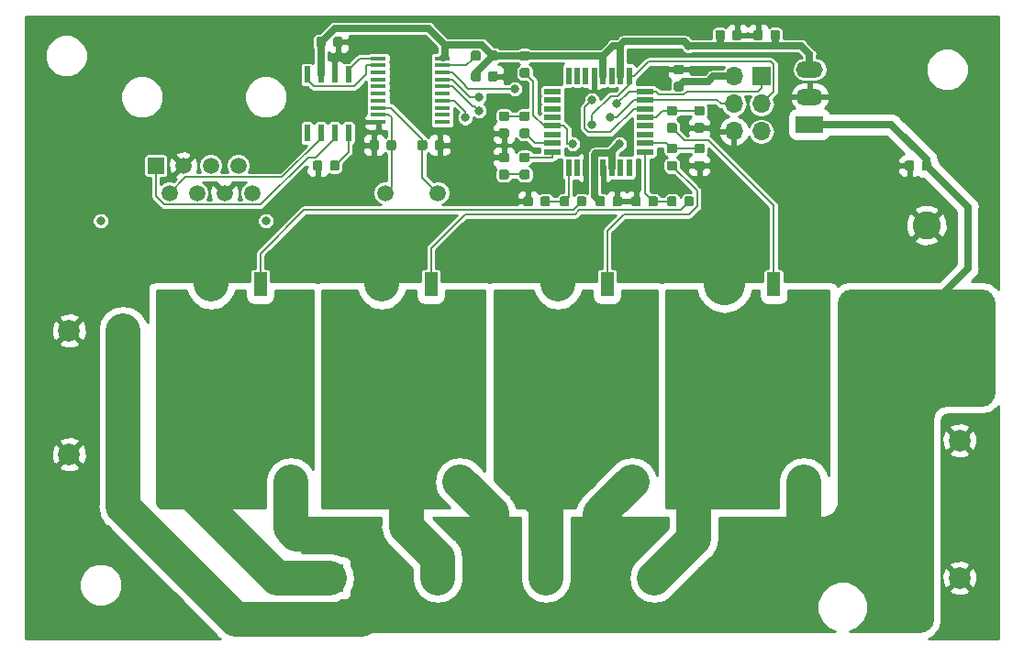
<source format=gbr>
G04 #@! TF.GenerationSoftware,KiCad,Pcbnew,(5.0.0)*
G04 #@! TF.CreationDate,2018-10-13T16:03:10-04:00*
G04 #@! TF.ProjectId,FanBoy,46616E426F792E6B696361645F706362,rev?*
G04 #@! TF.SameCoordinates,Original*
G04 #@! TF.FileFunction,Copper,L1,Top,Signal*
G04 #@! TF.FilePolarity,Positive*
%FSLAX46Y46*%
G04 Gerber Fmt 4.6, Leading zero omitted, Abs format (unit mm)*
G04 Created by KiCad (PCBNEW (5.0.0)) date 10/13/18 16:03:10*
%MOMM*%
%LPD*%
G01*
G04 APERTURE LIST*
G04 #@! TA.AperFunction,SMDPad,CuDef*
%ADD10R,0.600000X1.550000*%
G04 #@! TD*
G04 #@! TA.AperFunction,SMDPad,CuDef*
%ADD11R,0.550000X1.600000*%
G04 #@! TD*
G04 #@! TA.AperFunction,SMDPad,CuDef*
%ADD12R,1.600000X0.550000*%
G04 #@! TD*
G04 #@! TA.AperFunction,ComponentPad*
%ADD13R,1.700000X1.700000*%
G04 #@! TD*
G04 #@! TA.AperFunction,ComponentPad*
%ADD14O,1.700000X1.700000*%
G04 #@! TD*
G04 #@! TA.AperFunction,ComponentPad*
%ADD15R,2.000000X2.000000*%
G04 #@! TD*
G04 #@! TA.AperFunction,ComponentPad*
%ADD16C,2.000000*%
G04 #@! TD*
G04 #@! TA.AperFunction,Conductor*
%ADD17C,0.100000*%
G04 #@! TD*
G04 #@! TA.AperFunction,SMDPad,CuDef*
%ADD18C,0.875000*%
G04 #@! TD*
G04 #@! TA.AperFunction,ComponentPad*
%ADD19R,1.500000X1.500000*%
G04 #@! TD*
G04 #@! TA.AperFunction,ComponentPad*
%ADD20C,1.500000*%
G04 #@! TD*
G04 #@! TA.AperFunction,ComponentPad*
%ADD21R,2.500000X1.500000*%
G04 #@! TD*
G04 #@! TA.AperFunction,ComponentPad*
%ADD22O,2.500000X1.500000*%
G04 #@! TD*
G04 #@! TA.AperFunction,SMDPad,CuDef*
%ADD23R,1.450000X0.450000*%
G04 #@! TD*
G04 #@! TA.AperFunction,SMDPad,CuDef*
%ADD24R,1.200000X2.200000*%
G04 #@! TD*
G04 #@! TA.AperFunction,SMDPad,CuDef*
%ADD25R,5.800000X6.400000*%
G04 #@! TD*
G04 #@! TA.AperFunction,ComponentPad*
%ADD26R,2.200000X2.200000*%
G04 #@! TD*
G04 #@! TA.AperFunction,ComponentPad*
%ADD27O,2.200000X2.200000*%
G04 #@! TD*
G04 #@! TA.AperFunction,ComponentPad*
%ADD28R,2.600000X2.600000*%
G04 #@! TD*
G04 #@! TA.AperFunction,ComponentPad*
%ADD29C,2.600000*%
G04 #@! TD*
G04 #@! TA.AperFunction,ViaPad*
%ADD30C,0.800000*%
G04 #@! TD*
G04 #@! TA.AperFunction,Conductor*
%ADD31C,3.175000*%
G04 #@! TD*
G04 #@! TA.AperFunction,Conductor*
%ADD32C,0.635000*%
G04 #@! TD*
G04 #@! TA.AperFunction,Conductor*
%ADD33C,3.810000*%
G04 #@! TD*
G04 #@! TA.AperFunction,Conductor*
%ADD34C,0.203200*%
G04 #@! TD*
G04 #@! TA.AperFunction,Conductor*
%ADD35C,0.254000*%
G04 #@! TD*
G04 APERTURE END LIST*
D10*
G04 #@! TO.P,U2,1*
G04 #@! TO.N,Net-(U2-Pad1)*
X114554000Y-25367000D03*
G04 #@! TO.P,U2,2*
G04 #@! TO.N,GND*
X113284000Y-25367000D03*
G04 #@! TO.P,U2,3*
G04 #@! TO.N,+5V*
X112014000Y-25367000D03*
G04 #@! TO.P,U2,4*
G04 #@! TO.N,Net-(U2-Pad4)*
X110744000Y-25367000D03*
G04 #@! TO.P,U2,5*
G04 #@! TO.N,N/C*
X110744000Y-30767000D03*
G04 #@! TO.P,U2,6*
G04 #@! TO.N,Net-(J1-Pad2)*
X112014000Y-30767000D03*
G04 #@! TO.P,U2,7*
G04 #@! TO.N,Net-(J1-Pad1)*
X113284000Y-30767000D03*
G04 #@! TO.P,U2,8*
G04 #@! TO.N,Net-(R1-Pad1)*
X114554000Y-30767000D03*
G04 #@! TD*
D11*
G04 #@! TO.P,U4,1*
G04 #@! TO.N,/CTRL4*
X134860001Y-33959999D03*
G04 #@! TO.P,U4,2*
G04 #@! TO.N,N/C*
X135660001Y-33959999D03*
G04 #@! TO.P,U4,3*
G04 #@! TO.N,GND*
X136460001Y-33959999D03*
G04 #@! TO.P,U4,4*
G04 #@! TO.N,+5V*
X137260001Y-33959999D03*
G04 #@! TO.P,U4,5*
G04 #@! TO.N,GND*
X138060001Y-33959999D03*
G04 #@! TO.P,U4,6*
G04 #@! TO.N,+5V*
X138860001Y-33959999D03*
G04 #@! TO.P,U4,7*
G04 #@! TO.N,N/C*
X139660001Y-33959999D03*
G04 #@! TO.P,U4,8*
X140460001Y-33959999D03*
D12*
G04 #@! TO.P,U4,9*
G04 #@! TO.N,/CTRL3*
X141910001Y-32509999D03*
G04 #@! TO.P,U4,10*
G04 #@! TO.N,/CTRL2*
X141910001Y-31709999D03*
G04 #@! TO.P,U4,11*
G04 #@! TO.N,N/C*
X141910001Y-30909999D03*
G04 #@! TO.P,U4,12*
X141910001Y-30109999D03*
G04 #@! TO.P,U4,13*
G04 #@! TO.N,/CTRL1*
X141910001Y-29309999D03*
G04 #@! TO.P,U4,14*
G04 #@! TO.N,/D10*
X141910001Y-28509999D03*
G04 #@! TO.P,U4,15*
G04 #@! TO.N,/MOSI*
X141910001Y-27709999D03*
G04 #@! TO.P,U4,16*
G04 #@! TO.N,/MISO*
X141910001Y-26909999D03*
D11*
G04 #@! TO.P,U4,17*
G04 #@! TO.N,/SCK*
X140460001Y-25459999D03*
G04 #@! TO.P,U4,18*
G04 #@! TO.N,+5V*
X139660001Y-25459999D03*
G04 #@! TO.P,U4,19*
G04 #@! TO.N,N/C*
X138860001Y-25459999D03*
G04 #@! TO.P,U4,20*
G04 #@! TO.N,+5V*
X138060001Y-25459999D03*
G04 #@! TO.P,U4,21*
G04 #@! TO.N,GND*
X137260001Y-25459999D03*
G04 #@! TO.P,U4,22*
G04 #@! TO.N,N/C*
X136460001Y-25459999D03*
G04 #@! TO.P,U4,23*
X135660001Y-25459999D03*
G04 #@! TO.P,U4,24*
X134860001Y-25459999D03*
D12*
G04 #@! TO.P,U4,25*
X133410001Y-26909999D03*
G04 #@! TO.P,U4,26*
X133410001Y-27709999D03*
G04 #@! TO.P,U4,27*
X133410001Y-28509999D03*
G04 #@! TO.P,U4,28*
X133410001Y-29309999D03*
G04 #@! TO.P,U4,29*
G04 #@! TO.N,/RESET*
X133410001Y-30109999D03*
G04 #@! TO.P,U4,30*
G04 #@! TO.N,N/C*
X133410001Y-30909999D03*
G04 #@! TO.P,U4,31*
G04 #@! TO.N,/LED1*
X133410001Y-31709999D03*
G04 #@! TO.P,U4,32*
G04 #@! TO.N,/LED2*
X133410001Y-32509999D03*
G04 #@! TD*
D13*
G04 #@! TO.P,J3,1*
G04 #@! TO.N,/MISO*
X152654000Y-25527000D03*
D14*
G04 #@! TO.P,J3,2*
G04 #@! TO.N,+5V*
X150114000Y-25527000D03*
G04 #@! TO.P,J3,3*
G04 #@! TO.N,/SCK*
X152654000Y-28067000D03*
G04 #@! TO.P,J3,4*
G04 #@! TO.N,/MOSI*
X150114000Y-28067000D03*
G04 #@! TO.P,J3,5*
G04 #@! TO.N,/RESET*
X152654000Y-30607000D03*
G04 #@! TO.P,J3,6*
G04 #@! TO.N,GND*
X150114000Y-30607000D03*
G04 #@! TD*
D15*
G04 #@! TO.P,C11,1*
G04 #@! TO.N,+12V*
X165942000Y-71882000D03*
D16*
G04 #@! TO.P,C11,2*
G04 #@! TO.N,GND*
X170942000Y-71882000D03*
G04 #@! TD*
G04 #@! TO.P,C10,2*
G04 #@! TO.N,GND*
X88773000Y-60452000D03*
D15*
G04 #@! TO.P,C10,1*
G04 #@! TO.N,+12V*
X93773000Y-60452000D03*
G04 #@! TD*
D16*
G04 #@! TO.P,C12,2*
G04 #@! TO.N,GND*
X88773000Y-49022000D03*
D15*
G04 #@! TO.P,C12,1*
G04 #@! TO.N,+12V*
X93773000Y-49022000D03*
G04 #@! TD*
D17*
G04 #@! TO.N,+12V*
G04 #@! TO.C,C1*
G36*
X168134191Y-33308053D02*
X168155426Y-33311203D01*
X168176250Y-33316419D01*
X168196462Y-33323651D01*
X168215868Y-33332830D01*
X168234281Y-33343866D01*
X168251524Y-33356654D01*
X168267430Y-33371070D01*
X168281846Y-33386976D01*
X168294634Y-33404219D01*
X168305670Y-33422632D01*
X168314849Y-33442038D01*
X168322081Y-33462250D01*
X168327297Y-33483074D01*
X168330447Y-33504309D01*
X168331500Y-33525750D01*
X168331500Y-34038250D01*
X168330447Y-34059691D01*
X168327297Y-34080926D01*
X168322081Y-34101750D01*
X168314849Y-34121962D01*
X168305670Y-34141368D01*
X168294634Y-34159781D01*
X168281846Y-34177024D01*
X168267430Y-34192930D01*
X168251524Y-34207346D01*
X168234281Y-34220134D01*
X168215868Y-34231170D01*
X168196462Y-34240349D01*
X168176250Y-34247581D01*
X168155426Y-34252797D01*
X168134191Y-34255947D01*
X168112750Y-34257000D01*
X167675250Y-34257000D01*
X167653809Y-34255947D01*
X167632574Y-34252797D01*
X167611750Y-34247581D01*
X167591538Y-34240349D01*
X167572132Y-34231170D01*
X167553719Y-34220134D01*
X167536476Y-34207346D01*
X167520570Y-34192930D01*
X167506154Y-34177024D01*
X167493366Y-34159781D01*
X167482330Y-34141368D01*
X167473151Y-34121962D01*
X167465919Y-34101750D01*
X167460703Y-34080926D01*
X167457553Y-34059691D01*
X167456500Y-34038250D01*
X167456500Y-33525750D01*
X167457553Y-33504309D01*
X167460703Y-33483074D01*
X167465919Y-33462250D01*
X167473151Y-33442038D01*
X167482330Y-33422632D01*
X167493366Y-33404219D01*
X167506154Y-33386976D01*
X167520570Y-33371070D01*
X167536476Y-33356654D01*
X167553719Y-33343866D01*
X167572132Y-33332830D01*
X167591538Y-33323651D01*
X167611750Y-33316419D01*
X167632574Y-33311203D01*
X167653809Y-33308053D01*
X167675250Y-33307000D01*
X168112750Y-33307000D01*
X168134191Y-33308053D01*
X168134191Y-33308053D01*
G37*
D18*
G04 #@! TD*
G04 #@! TO.P,C1,1*
G04 #@! TO.N,+12V*
X167894000Y-33782000D03*
D17*
G04 #@! TO.N,GND*
G04 #@! TO.C,C1*
G36*
X166559191Y-33308053D02*
X166580426Y-33311203D01*
X166601250Y-33316419D01*
X166621462Y-33323651D01*
X166640868Y-33332830D01*
X166659281Y-33343866D01*
X166676524Y-33356654D01*
X166692430Y-33371070D01*
X166706846Y-33386976D01*
X166719634Y-33404219D01*
X166730670Y-33422632D01*
X166739849Y-33442038D01*
X166747081Y-33462250D01*
X166752297Y-33483074D01*
X166755447Y-33504309D01*
X166756500Y-33525750D01*
X166756500Y-34038250D01*
X166755447Y-34059691D01*
X166752297Y-34080926D01*
X166747081Y-34101750D01*
X166739849Y-34121962D01*
X166730670Y-34141368D01*
X166719634Y-34159781D01*
X166706846Y-34177024D01*
X166692430Y-34192930D01*
X166676524Y-34207346D01*
X166659281Y-34220134D01*
X166640868Y-34231170D01*
X166621462Y-34240349D01*
X166601250Y-34247581D01*
X166580426Y-34252797D01*
X166559191Y-34255947D01*
X166537750Y-34257000D01*
X166100250Y-34257000D01*
X166078809Y-34255947D01*
X166057574Y-34252797D01*
X166036750Y-34247581D01*
X166016538Y-34240349D01*
X165997132Y-34231170D01*
X165978719Y-34220134D01*
X165961476Y-34207346D01*
X165945570Y-34192930D01*
X165931154Y-34177024D01*
X165918366Y-34159781D01*
X165907330Y-34141368D01*
X165898151Y-34121962D01*
X165890919Y-34101750D01*
X165885703Y-34080926D01*
X165882553Y-34059691D01*
X165881500Y-34038250D01*
X165881500Y-33525750D01*
X165882553Y-33504309D01*
X165885703Y-33483074D01*
X165890919Y-33462250D01*
X165898151Y-33442038D01*
X165907330Y-33422632D01*
X165918366Y-33404219D01*
X165931154Y-33386976D01*
X165945570Y-33371070D01*
X165961476Y-33356654D01*
X165978719Y-33343866D01*
X165997132Y-33332830D01*
X166016538Y-33323651D01*
X166036750Y-33316419D01*
X166057574Y-33311203D01*
X166078809Y-33308053D01*
X166100250Y-33307000D01*
X166537750Y-33307000D01*
X166559191Y-33308053D01*
X166559191Y-33308053D01*
G37*
D18*
G04 #@! TD*
G04 #@! TO.P,C1,2*
G04 #@! TO.N,GND*
X166319000Y-33782000D03*
D17*
G04 #@! TO.N,+5V*
G04 #@! TO.C,C2*
G36*
X154164191Y-21243053D02*
X154185426Y-21246203D01*
X154206250Y-21251419D01*
X154226462Y-21258651D01*
X154245868Y-21267830D01*
X154264281Y-21278866D01*
X154281524Y-21291654D01*
X154297430Y-21306070D01*
X154311846Y-21321976D01*
X154324634Y-21339219D01*
X154335670Y-21357632D01*
X154344849Y-21377038D01*
X154352081Y-21397250D01*
X154357297Y-21418074D01*
X154360447Y-21439309D01*
X154361500Y-21460750D01*
X154361500Y-21973250D01*
X154360447Y-21994691D01*
X154357297Y-22015926D01*
X154352081Y-22036750D01*
X154344849Y-22056962D01*
X154335670Y-22076368D01*
X154324634Y-22094781D01*
X154311846Y-22112024D01*
X154297430Y-22127930D01*
X154281524Y-22142346D01*
X154264281Y-22155134D01*
X154245868Y-22166170D01*
X154226462Y-22175349D01*
X154206250Y-22182581D01*
X154185426Y-22187797D01*
X154164191Y-22190947D01*
X154142750Y-22192000D01*
X153705250Y-22192000D01*
X153683809Y-22190947D01*
X153662574Y-22187797D01*
X153641750Y-22182581D01*
X153621538Y-22175349D01*
X153602132Y-22166170D01*
X153583719Y-22155134D01*
X153566476Y-22142346D01*
X153550570Y-22127930D01*
X153536154Y-22112024D01*
X153523366Y-22094781D01*
X153512330Y-22076368D01*
X153503151Y-22056962D01*
X153495919Y-22036750D01*
X153490703Y-22015926D01*
X153487553Y-21994691D01*
X153486500Y-21973250D01*
X153486500Y-21460750D01*
X153487553Y-21439309D01*
X153490703Y-21418074D01*
X153495919Y-21397250D01*
X153503151Y-21377038D01*
X153512330Y-21357632D01*
X153523366Y-21339219D01*
X153536154Y-21321976D01*
X153550570Y-21306070D01*
X153566476Y-21291654D01*
X153583719Y-21278866D01*
X153602132Y-21267830D01*
X153621538Y-21258651D01*
X153641750Y-21251419D01*
X153662574Y-21246203D01*
X153683809Y-21243053D01*
X153705250Y-21242000D01*
X154142750Y-21242000D01*
X154164191Y-21243053D01*
X154164191Y-21243053D01*
G37*
D18*
G04 #@! TD*
G04 #@! TO.P,C2,1*
G04 #@! TO.N,+5V*
X153924000Y-21717000D03*
D17*
G04 #@! TO.N,GND*
G04 #@! TO.C,C2*
G36*
X152589191Y-21243053D02*
X152610426Y-21246203D01*
X152631250Y-21251419D01*
X152651462Y-21258651D01*
X152670868Y-21267830D01*
X152689281Y-21278866D01*
X152706524Y-21291654D01*
X152722430Y-21306070D01*
X152736846Y-21321976D01*
X152749634Y-21339219D01*
X152760670Y-21357632D01*
X152769849Y-21377038D01*
X152777081Y-21397250D01*
X152782297Y-21418074D01*
X152785447Y-21439309D01*
X152786500Y-21460750D01*
X152786500Y-21973250D01*
X152785447Y-21994691D01*
X152782297Y-22015926D01*
X152777081Y-22036750D01*
X152769849Y-22056962D01*
X152760670Y-22076368D01*
X152749634Y-22094781D01*
X152736846Y-22112024D01*
X152722430Y-22127930D01*
X152706524Y-22142346D01*
X152689281Y-22155134D01*
X152670868Y-22166170D01*
X152651462Y-22175349D01*
X152631250Y-22182581D01*
X152610426Y-22187797D01*
X152589191Y-22190947D01*
X152567750Y-22192000D01*
X152130250Y-22192000D01*
X152108809Y-22190947D01*
X152087574Y-22187797D01*
X152066750Y-22182581D01*
X152046538Y-22175349D01*
X152027132Y-22166170D01*
X152008719Y-22155134D01*
X151991476Y-22142346D01*
X151975570Y-22127930D01*
X151961154Y-22112024D01*
X151948366Y-22094781D01*
X151937330Y-22076368D01*
X151928151Y-22056962D01*
X151920919Y-22036750D01*
X151915703Y-22015926D01*
X151912553Y-21994691D01*
X151911500Y-21973250D01*
X151911500Y-21460750D01*
X151912553Y-21439309D01*
X151915703Y-21418074D01*
X151920919Y-21397250D01*
X151928151Y-21377038D01*
X151937330Y-21357632D01*
X151948366Y-21339219D01*
X151961154Y-21321976D01*
X151975570Y-21306070D01*
X151991476Y-21291654D01*
X152008719Y-21278866D01*
X152027132Y-21267830D01*
X152046538Y-21258651D01*
X152066750Y-21251419D01*
X152087574Y-21246203D01*
X152108809Y-21243053D01*
X152130250Y-21242000D01*
X152567750Y-21242000D01*
X152589191Y-21243053D01*
X152589191Y-21243053D01*
G37*
D18*
G04 #@! TD*
G04 #@! TO.P,C2,2*
G04 #@! TO.N,GND*
X152349000Y-21717000D03*
D17*
G04 #@! TO.N,+5V*
G04 #@! TO.C,C3*
G36*
X112254191Y-21878053D02*
X112275426Y-21881203D01*
X112296250Y-21886419D01*
X112316462Y-21893651D01*
X112335868Y-21902830D01*
X112354281Y-21913866D01*
X112371524Y-21926654D01*
X112387430Y-21941070D01*
X112401846Y-21956976D01*
X112414634Y-21974219D01*
X112425670Y-21992632D01*
X112434849Y-22012038D01*
X112442081Y-22032250D01*
X112447297Y-22053074D01*
X112450447Y-22074309D01*
X112451500Y-22095750D01*
X112451500Y-22608250D01*
X112450447Y-22629691D01*
X112447297Y-22650926D01*
X112442081Y-22671750D01*
X112434849Y-22691962D01*
X112425670Y-22711368D01*
X112414634Y-22729781D01*
X112401846Y-22747024D01*
X112387430Y-22762930D01*
X112371524Y-22777346D01*
X112354281Y-22790134D01*
X112335868Y-22801170D01*
X112316462Y-22810349D01*
X112296250Y-22817581D01*
X112275426Y-22822797D01*
X112254191Y-22825947D01*
X112232750Y-22827000D01*
X111795250Y-22827000D01*
X111773809Y-22825947D01*
X111752574Y-22822797D01*
X111731750Y-22817581D01*
X111711538Y-22810349D01*
X111692132Y-22801170D01*
X111673719Y-22790134D01*
X111656476Y-22777346D01*
X111640570Y-22762930D01*
X111626154Y-22747024D01*
X111613366Y-22729781D01*
X111602330Y-22711368D01*
X111593151Y-22691962D01*
X111585919Y-22671750D01*
X111580703Y-22650926D01*
X111577553Y-22629691D01*
X111576500Y-22608250D01*
X111576500Y-22095750D01*
X111577553Y-22074309D01*
X111580703Y-22053074D01*
X111585919Y-22032250D01*
X111593151Y-22012038D01*
X111602330Y-21992632D01*
X111613366Y-21974219D01*
X111626154Y-21956976D01*
X111640570Y-21941070D01*
X111656476Y-21926654D01*
X111673719Y-21913866D01*
X111692132Y-21902830D01*
X111711538Y-21893651D01*
X111731750Y-21886419D01*
X111752574Y-21881203D01*
X111773809Y-21878053D01*
X111795250Y-21877000D01*
X112232750Y-21877000D01*
X112254191Y-21878053D01*
X112254191Y-21878053D01*
G37*
D18*
G04 #@! TD*
G04 #@! TO.P,C3,1*
G04 #@! TO.N,+5V*
X112014000Y-22352000D03*
D17*
G04 #@! TO.N,GND*
G04 #@! TO.C,C3*
G36*
X113829191Y-21878053D02*
X113850426Y-21881203D01*
X113871250Y-21886419D01*
X113891462Y-21893651D01*
X113910868Y-21902830D01*
X113929281Y-21913866D01*
X113946524Y-21926654D01*
X113962430Y-21941070D01*
X113976846Y-21956976D01*
X113989634Y-21974219D01*
X114000670Y-21992632D01*
X114009849Y-22012038D01*
X114017081Y-22032250D01*
X114022297Y-22053074D01*
X114025447Y-22074309D01*
X114026500Y-22095750D01*
X114026500Y-22608250D01*
X114025447Y-22629691D01*
X114022297Y-22650926D01*
X114017081Y-22671750D01*
X114009849Y-22691962D01*
X114000670Y-22711368D01*
X113989634Y-22729781D01*
X113976846Y-22747024D01*
X113962430Y-22762930D01*
X113946524Y-22777346D01*
X113929281Y-22790134D01*
X113910868Y-22801170D01*
X113891462Y-22810349D01*
X113871250Y-22817581D01*
X113850426Y-22822797D01*
X113829191Y-22825947D01*
X113807750Y-22827000D01*
X113370250Y-22827000D01*
X113348809Y-22825947D01*
X113327574Y-22822797D01*
X113306750Y-22817581D01*
X113286538Y-22810349D01*
X113267132Y-22801170D01*
X113248719Y-22790134D01*
X113231476Y-22777346D01*
X113215570Y-22762930D01*
X113201154Y-22747024D01*
X113188366Y-22729781D01*
X113177330Y-22711368D01*
X113168151Y-22691962D01*
X113160919Y-22671750D01*
X113155703Y-22650926D01*
X113152553Y-22629691D01*
X113151500Y-22608250D01*
X113151500Y-22095750D01*
X113152553Y-22074309D01*
X113155703Y-22053074D01*
X113160919Y-22032250D01*
X113168151Y-22012038D01*
X113177330Y-21992632D01*
X113188366Y-21974219D01*
X113201154Y-21956976D01*
X113215570Y-21941070D01*
X113231476Y-21926654D01*
X113248719Y-21913866D01*
X113267132Y-21902830D01*
X113286538Y-21893651D01*
X113306750Y-21886419D01*
X113327574Y-21881203D01*
X113348809Y-21878053D01*
X113370250Y-21877000D01*
X113807750Y-21877000D01*
X113829191Y-21878053D01*
X113829191Y-21878053D01*
G37*
D18*
G04 #@! TD*
G04 #@! TO.P,C3,2*
G04 #@! TO.N,GND*
X113589000Y-22352000D03*
D17*
G04 #@! TO.N,GND*
G04 #@! TO.C,C4*
G36*
X150659191Y-21243053D02*
X150680426Y-21246203D01*
X150701250Y-21251419D01*
X150721462Y-21258651D01*
X150740868Y-21267830D01*
X150759281Y-21278866D01*
X150776524Y-21291654D01*
X150792430Y-21306070D01*
X150806846Y-21321976D01*
X150819634Y-21339219D01*
X150830670Y-21357632D01*
X150839849Y-21377038D01*
X150847081Y-21397250D01*
X150852297Y-21418074D01*
X150855447Y-21439309D01*
X150856500Y-21460750D01*
X150856500Y-21973250D01*
X150855447Y-21994691D01*
X150852297Y-22015926D01*
X150847081Y-22036750D01*
X150839849Y-22056962D01*
X150830670Y-22076368D01*
X150819634Y-22094781D01*
X150806846Y-22112024D01*
X150792430Y-22127930D01*
X150776524Y-22142346D01*
X150759281Y-22155134D01*
X150740868Y-22166170D01*
X150721462Y-22175349D01*
X150701250Y-22182581D01*
X150680426Y-22187797D01*
X150659191Y-22190947D01*
X150637750Y-22192000D01*
X150200250Y-22192000D01*
X150178809Y-22190947D01*
X150157574Y-22187797D01*
X150136750Y-22182581D01*
X150116538Y-22175349D01*
X150097132Y-22166170D01*
X150078719Y-22155134D01*
X150061476Y-22142346D01*
X150045570Y-22127930D01*
X150031154Y-22112024D01*
X150018366Y-22094781D01*
X150007330Y-22076368D01*
X149998151Y-22056962D01*
X149990919Y-22036750D01*
X149985703Y-22015926D01*
X149982553Y-21994691D01*
X149981500Y-21973250D01*
X149981500Y-21460750D01*
X149982553Y-21439309D01*
X149985703Y-21418074D01*
X149990919Y-21397250D01*
X149998151Y-21377038D01*
X150007330Y-21357632D01*
X150018366Y-21339219D01*
X150031154Y-21321976D01*
X150045570Y-21306070D01*
X150061476Y-21291654D01*
X150078719Y-21278866D01*
X150097132Y-21267830D01*
X150116538Y-21258651D01*
X150136750Y-21251419D01*
X150157574Y-21246203D01*
X150178809Y-21243053D01*
X150200250Y-21242000D01*
X150637750Y-21242000D01*
X150659191Y-21243053D01*
X150659191Y-21243053D01*
G37*
D18*
G04 #@! TD*
G04 #@! TO.P,C4,2*
G04 #@! TO.N,GND*
X150419000Y-21717000D03*
D17*
G04 #@! TO.N,+5V*
G04 #@! TO.C,C4*
G36*
X149084191Y-21243053D02*
X149105426Y-21246203D01*
X149126250Y-21251419D01*
X149146462Y-21258651D01*
X149165868Y-21267830D01*
X149184281Y-21278866D01*
X149201524Y-21291654D01*
X149217430Y-21306070D01*
X149231846Y-21321976D01*
X149244634Y-21339219D01*
X149255670Y-21357632D01*
X149264849Y-21377038D01*
X149272081Y-21397250D01*
X149277297Y-21418074D01*
X149280447Y-21439309D01*
X149281500Y-21460750D01*
X149281500Y-21973250D01*
X149280447Y-21994691D01*
X149277297Y-22015926D01*
X149272081Y-22036750D01*
X149264849Y-22056962D01*
X149255670Y-22076368D01*
X149244634Y-22094781D01*
X149231846Y-22112024D01*
X149217430Y-22127930D01*
X149201524Y-22142346D01*
X149184281Y-22155134D01*
X149165868Y-22166170D01*
X149146462Y-22175349D01*
X149126250Y-22182581D01*
X149105426Y-22187797D01*
X149084191Y-22190947D01*
X149062750Y-22192000D01*
X148625250Y-22192000D01*
X148603809Y-22190947D01*
X148582574Y-22187797D01*
X148561750Y-22182581D01*
X148541538Y-22175349D01*
X148522132Y-22166170D01*
X148503719Y-22155134D01*
X148486476Y-22142346D01*
X148470570Y-22127930D01*
X148456154Y-22112024D01*
X148443366Y-22094781D01*
X148432330Y-22076368D01*
X148423151Y-22056962D01*
X148415919Y-22036750D01*
X148410703Y-22015926D01*
X148407553Y-21994691D01*
X148406500Y-21973250D01*
X148406500Y-21460750D01*
X148407553Y-21439309D01*
X148410703Y-21418074D01*
X148415919Y-21397250D01*
X148423151Y-21377038D01*
X148432330Y-21357632D01*
X148443366Y-21339219D01*
X148456154Y-21321976D01*
X148470570Y-21306070D01*
X148486476Y-21291654D01*
X148503719Y-21278866D01*
X148522132Y-21267830D01*
X148541538Y-21258651D01*
X148561750Y-21251419D01*
X148582574Y-21246203D01*
X148603809Y-21243053D01*
X148625250Y-21242000D01*
X149062750Y-21242000D01*
X149084191Y-21243053D01*
X149084191Y-21243053D01*
G37*
D18*
G04 #@! TD*
G04 #@! TO.P,C4,1*
G04 #@! TO.N,+5V*
X148844000Y-21717000D03*
D17*
G04 #@! TO.N,GND*
G04 #@! TO.C,C5*
G36*
X128129191Y-25053053D02*
X128150426Y-25056203D01*
X128171250Y-25061419D01*
X128191462Y-25068651D01*
X128210868Y-25077830D01*
X128229281Y-25088866D01*
X128246524Y-25101654D01*
X128262430Y-25116070D01*
X128276846Y-25131976D01*
X128289634Y-25149219D01*
X128300670Y-25167632D01*
X128309849Y-25187038D01*
X128317081Y-25207250D01*
X128322297Y-25228074D01*
X128325447Y-25249309D01*
X128326500Y-25270750D01*
X128326500Y-25783250D01*
X128325447Y-25804691D01*
X128322297Y-25825926D01*
X128317081Y-25846750D01*
X128309849Y-25866962D01*
X128300670Y-25886368D01*
X128289634Y-25904781D01*
X128276846Y-25922024D01*
X128262430Y-25937930D01*
X128246524Y-25952346D01*
X128229281Y-25965134D01*
X128210868Y-25976170D01*
X128191462Y-25985349D01*
X128171250Y-25992581D01*
X128150426Y-25997797D01*
X128129191Y-26000947D01*
X128107750Y-26002000D01*
X127670250Y-26002000D01*
X127648809Y-26000947D01*
X127627574Y-25997797D01*
X127606750Y-25992581D01*
X127586538Y-25985349D01*
X127567132Y-25976170D01*
X127548719Y-25965134D01*
X127531476Y-25952346D01*
X127515570Y-25937930D01*
X127501154Y-25922024D01*
X127488366Y-25904781D01*
X127477330Y-25886368D01*
X127468151Y-25866962D01*
X127460919Y-25846750D01*
X127455703Y-25825926D01*
X127452553Y-25804691D01*
X127451500Y-25783250D01*
X127451500Y-25270750D01*
X127452553Y-25249309D01*
X127455703Y-25228074D01*
X127460919Y-25207250D01*
X127468151Y-25187038D01*
X127477330Y-25167632D01*
X127488366Y-25149219D01*
X127501154Y-25131976D01*
X127515570Y-25116070D01*
X127531476Y-25101654D01*
X127548719Y-25088866D01*
X127567132Y-25077830D01*
X127586538Y-25068651D01*
X127606750Y-25061419D01*
X127627574Y-25056203D01*
X127648809Y-25053053D01*
X127670250Y-25052000D01*
X128107750Y-25052000D01*
X128129191Y-25053053D01*
X128129191Y-25053053D01*
G37*
D18*
G04 #@! TD*
G04 #@! TO.P,C5,2*
G04 #@! TO.N,GND*
X127889000Y-25527000D03*
D17*
G04 #@! TO.N,+5V*
G04 #@! TO.C,C5*
G36*
X126554191Y-25053053D02*
X126575426Y-25056203D01*
X126596250Y-25061419D01*
X126616462Y-25068651D01*
X126635868Y-25077830D01*
X126654281Y-25088866D01*
X126671524Y-25101654D01*
X126687430Y-25116070D01*
X126701846Y-25131976D01*
X126714634Y-25149219D01*
X126725670Y-25167632D01*
X126734849Y-25187038D01*
X126742081Y-25207250D01*
X126747297Y-25228074D01*
X126750447Y-25249309D01*
X126751500Y-25270750D01*
X126751500Y-25783250D01*
X126750447Y-25804691D01*
X126747297Y-25825926D01*
X126742081Y-25846750D01*
X126734849Y-25866962D01*
X126725670Y-25886368D01*
X126714634Y-25904781D01*
X126701846Y-25922024D01*
X126687430Y-25937930D01*
X126671524Y-25952346D01*
X126654281Y-25965134D01*
X126635868Y-25976170D01*
X126616462Y-25985349D01*
X126596250Y-25992581D01*
X126575426Y-25997797D01*
X126554191Y-26000947D01*
X126532750Y-26002000D01*
X126095250Y-26002000D01*
X126073809Y-26000947D01*
X126052574Y-25997797D01*
X126031750Y-25992581D01*
X126011538Y-25985349D01*
X125992132Y-25976170D01*
X125973719Y-25965134D01*
X125956476Y-25952346D01*
X125940570Y-25937930D01*
X125926154Y-25922024D01*
X125913366Y-25904781D01*
X125902330Y-25886368D01*
X125893151Y-25866962D01*
X125885919Y-25846750D01*
X125880703Y-25825926D01*
X125877553Y-25804691D01*
X125876500Y-25783250D01*
X125876500Y-25270750D01*
X125877553Y-25249309D01*
X125880703Y-25228074D01*
X125885919Y-25207250D01*
X125893151Y-25187038D01*
X125902330Y-25167632D01*
X125913366Y-25149219D01*
X125926154Y-25131976D01*
X125940570Y-25116070D01*
X125956476Y-25101654D01*
X125973719Y-25088866D01*
X125992132Y-25077830D01*
X126011538Y-25068651D01*
X126031750Y-25061419D01*
X126052574Y-25056203D01*
X126073809Y-25053053D01*
X126095250Y-25052000D01*
X126532750Y-25052000D01*
X126554191Y-25053053D01*
X126554191Y-25053053D01*
G37*
D18*
G04 #@! TD*
G04 #@! TO.P,C5,1*
G04 #@! TO.N,+5V*
X126314000Y-25527000D03*
D17*
G04 #@! TO.N,GND*
G04 #@! TO.C,C6*
G36*
X123201691Y-31403053D02*
X123222926Y-31406203D01*
X123243750Y-31411419D01*
X123263962Y-31418651D01*
X123283368Y-31427830D01*
X123301781Y-31438866D01*
X123319024Y-31451654D01*
X123334930Y-31466070D01*
X123349346Y-31481976D01*
X123362134Y-31499219D01*
X123373170Y-31517632D01*
X123382349Y-31537038D01*
X123389581Y-31557250D01*
X123394797Y-31578074D01*
X123397947Y-31599309D01*
X123399000Y-31620750D01*
X123399000Y-32133250D01*
X123397947Y-32154691D01*
X123394797Y-32175926D01*
X123389581Y-32196750D01*
X123382349Y-32216962D01*
X123373170Y-32236368D01*
X123362134Y-32254781D01*
X123349346Y-32272024D01*
X123334930Y-32287930D01*
X123319024Y-32302346D01*
X123301781Y-32315134D01*
X123283368Y-32326170D01*
X123263962Y-32335349D01*
X123243750Y-32342581D01*
X123222926Y-32347797D01*
X123201691Y-32350947D01*
X123180250Y-32352000D01*
X122742750Y-32352000D01*
X122721309Y-32350947D01*
X122700074Y-32347797D01*
X122679250Y-32342581D01*
X122659038Y-32335349D01*
X122639632Y-32326170D01*
X122621219Y-32315134D01*
X122603976Y-32302346D01*
X122588070Y-32287930D01*
X122573654Y-32272024D01*
X122560866Y-32254781D01*
X122549830Y-32236368D01*
X122540651Y-32216962D01*
X122533419Y-32196750D01*
X122528203Y-32175926D01*
X122525053Y-32154691D01*
X122524000Y-32133250D01*
X122524000Y-31620750D01*
X122525053Y-31599309D01*
X122528203Y-31578074D01*
X122533419Y-31557250D01*
X122540651Y-31537038D01*
X122549830Y-31517632D01*
X122560866Y-31499219D01*
X122573654Y-31481976D01*
X122588070Y-31466070D01*
X122603976Y-31451654D01*
X122621219Y-31438866D01*
X122639632Y-31427830D01*
X122659038Y-31418651D01*
X122679250Y-31411419D01*
X122700074Y-31406203D01*
X122721309Y-31403053D01*
X122742750Y-31402000D01*
X123180250Y-31402000D01*
X123201691Y-31403053D01*
X123201691Y-31403053D01*
G37*
D18*
G04 #@! TD*
G04 #@! TO.P,C6,2*
G04 #@! TO.N,GND*
X122961500Y-31877000D03*
D17*
G04 #@! TO.N,Net-(C6-Pad1)*
G04 #@! TO.C,C6*
G36*
X121626691Y-31403053D02*
X121647926Y-31406203D01*
X121668750Y-31411419D01*
X121688962Y-31418651D01*
X121708368Y-31427830D01*
X121726781Y-31438866D01*
X121744024Y-31451654D01*
X121759930Y-31466070D01*
X121774346Y-31481976D01*
X121787134Y-31499219D01*
X121798170Y-31517632D01*
X121807349Y-31537038D01*
X121814581Y-31557250D01*
X121819797Y-31578074D01*
X121822947Y-31599309D01*
X121824000Y-31620750D01*
X121824000Y-32133250D01*
X121822947Y-32154691D01*
X121819797Y-32175926D01*
X121814581Y-32196750D01*
X121807349Y-32216962D01*
X121798170Y-32236368D01*
X121787134Y-32254781D01*
X121774346Y-32272024D01*
X121759930Y-32287930D01*
X121744024Y-32302346D01*
X121726781Y-32315134D01*
X121708368Y-32326170D01*
X121688962Y-32335349D01*
X121668750Y-32342581D01*
X121647926Y-32347797D01*
X121626691Y-32350947D01*
X121605250Y-32352000D01*
X121167750Y-32352000D01*
X121146309Y-32350947D01*
X121125074Y-32347797D01*
X121104250Y-32342581D01*
X121084038Y-32335349D01*
X121064632Y-32326170D01*
X121046219Y-32315134D01*
X121028976Y-32302346D01*
X121013070Y-32287930D01*
X120998654Y-32272024D01*
X120985866Y-32254781D01*
X120974830Y-32236368D01*
X120965651Y-32216962D01*
X120958419Y-32196750D01*
X120953203Y-32175926D01*
X120950053Y-32154691D01*
X120949000Y-32133250D01*
X120949000Y-31620750D01*
X120950053Y-31599309D01*
X120953203Y-31578074D01*
X120958419Y-31557250D01*
X120965651Y-31537038D01*
X120974830Y-31517632D01*
X120985866Y-31499219D01*
X120998654Y-31481976D01*
X121013070Y-31466070D01*
X121028976Y-31451654D01*
X121046219Y-31438866D01*
X121064632Y-31427830D01*
X121084038Y-31418651D01*
X121104250Y-31411419D01*
X121125074Y-31406203D01*
X121146309Y-31403053D01*
X121167750Y-31402000D01*
X121605250Y-31402000D01*
X121626691Y-31403053D01*
X121626691Y-31403053D01*
G37*
D18*
G04 #@! TD*
G04 #@! TO.P,C6,1*
G04 #@! TO.N,Net-(C6-Pad1)*
X121386500Y-31877000D03*
D17*
G04 #@! TO.N,Net-(C7-Pad1)*
G04 #@! TO.C,C7*
G36*
X118756691Y-31403053D02*
X118777926Y-31406203D01*
X118798750Y-31411419D01*
X118818962Y-31418651D01*
X118838368Y-31427830D01*
X118856781Y-31438866D01*
X118874024Y-31451654D01*
X118889930Y-31466070D01*
X118904346Y-31481976D01*
X118917134Y-31499219D01*
X118928170Y-31517632D01*
X118937349Y-31537038D01*
X118944581Y-31557250D01*
X118949797Y-31578074D01*
X118952947Y-31599309D01*
X118954000Y-31620750D01*
X118954000Y-32133250D01*
X118952947Y-32154691D01*
X118949797Y-32175926D01*
X118944581Y-32196750D01*
X118937349Y-32216962D01*
X118928170Y-32236368D01*
X118917134Y-32254781D01*
X118904346Y-32272024D01*
X118889930Y-32287930D01*
X118874024Y-32302346D01*
X118856781Y-32315134D01*
X118838368Y-32326170D01*
X118818962Y-32335349D01*
X118798750Y-32342581D01*
X118777926Y-32347797D01*
X118756691Y-32350947D01*
X118735250Y-32352000D01*
X118297750Y-32352000D01*
X118276309Y-32350947D01*
X118255074Y-32347797D01*
X118234250Y-32342581D01*
X118214038Y-32335349D01*
X118194632Y-32326170D01*
X118176219Y-32315134D01*
X118158976Y-32302346D01*
X118143070Y-32287930D01*
X118128654Y-32272024D01*
X118115866Y-32254781D01*
X118104830Y-32236368D01*
X118095651Y-32216962D01*
X118088419Y-32196750D01*
X118083203Y-32175926D01*
X118080053Y-32154691D01*
X118079000Y-32133250D01*
X118079000Y-31620750D01*
X118080053Y-31599309D01*
X118083203Y-31578074D01*
X118088419Y-31557250D01*
X118095651Y-31537038D01*
X118104830Y-31517632D01*
X118115866Y-31499219D01*
X118128654Y-31481976D01*
X118143070Y-31466070D01*
X118158976Y-31451654D01*
X118176219Y-31438866D01*
X118194632Y-31427830D01*
X118214038Y-31418651D01*
X118234250Y-31411419D01*
X118255074Y-31406203D01*
X118276309Y-31403053D01*
X118297750Y-31402000D01*
X118735250Y-31402000D01*
X118756691Y-31403053D01*
X118756691Y-31403053D01*
G37*
D18*
G04 #@! TD*
G04 #@! TO.P,C7,1*
G04 #@! TO.N,Net-(C7-Pad1)*
X118516500Y-31877000D03*
D17*
G04 #@! TO.N,GND*
G04 #@! TO.C,C7*
G36*
X117181691Y-31403053D02*
X117202926Y-31406203D01*
X117223750Y-31411419D01*
X117243962Y-31418651D01*
X117263368Y-31427830D01*
X117281781Y-31438866D01*
X117299024Y-31451654D01*
X117314930Y-31466070D01*
X117329346Y-31481976D01*
X117342134Y-31499219D01*
X117353170Y-31517632D01*
X117362349Y-31537038D01*
X117369581Y-31557250D01*
X117374797Y-31578074D01*
X117377947Y-31599309D01*
X117379000Y-31620750D01*
X117379000Y-32133250D01*
X117377947Y-32154691D01*
X117374797Y-32175926D01*
X117369581Y-32196750D01*
X117362349Y-32216962D01*
X117353170Y-32236368D01*
X117342134Y-32254781D01*
X117329346Y-32272024D01*
X117314930Y-32287930D01*
X117299024Y-32302346D01*
X117281781Y-32315134D01*
X117263368Y-32326170D01*
X117243962Y-32335349D01*
X117223750Y-32342581D01*
X117202926Y-32347797D01*
X117181691Y-32350947D01*
X117160250Y-32352000D01*
X116722750Y-32352000D01*
X116701309Y-32350947D01*
X116680074Y-32347797D01*
X116659250Y-32342581D01*
X116639038Y-32335349D01*
X116619632Y-32326170D01*
X116601219Y-32315134D01*
X116583976Y-32302346D01*
X116568070Y-32287930D01*
X116553654Y-32272024D01*
X116540866Y-32254781D01*
X116529830Y-32236368D01*
X116520651Y-32216962D01*
X116513419Y-32196750D01*
X116508203Y-32175926D01*
X116505053Y-32154691D01*
X116504000Y-32133250D01*
X116504000Y-31620750D01*
X116505053Y-31599309D01*
X116508203Y-31578074D01*
X116513419Y-31557250D01*
X116520651Y-31537038D01*
X116529830Y-31517632D01*
X116540866Y-31499219D01*
X116553654Y-31481976D01*
X116568070Y-31466070D01*
X116583976Y-31451654D01*
X116601219Y-31438866D01*
X116619632Y-31427830D01*
X116639038Y-31418651D01*
X116659250Y-31411419D01*
X116680074Y-31406203D01*
X116701309Y-31403053D01*
X116722750Y-31402000D01*
X117160250Y-31402000D01*
X117181691Y-31403053D01*
X117181691Y-31403053D01*
G37*
D18*
G04 #@! TD*
G04 #@! TO.P,C7,2*
G04 #@! TO.N,GND*
X116941500Y-31877000D03*
D17*
G04 #@! TO.N,+5V*
G04 #@! TO.C,C8*
G36*
X145311691Y-26030553D02*
X145332926Y-26033703D01*
X145353750Y-26038919D01*
X145373962Y-26046151D01*
X145393368Y-26055330D01*
X145411781Y-26066366D01*
X145429024Y-26079154D01*
X145444930Y-26093570D01*
X145459346Y-26109476D01*
X145472134Y-26126719D01*
X145483170Y-26145132D01*
X145492349Y-26164538D01*
X145499581Y-26184750D01*
X145504797Y-26205574D01*
X145507947Y-26226809D01*
X145509000Y-26248250D01*
X145509000Y-26685750D01*
X145507947Y-26707191D01*
X145504797Y-26728426D01*
X145499581Y-26749250D01*
X145492349Y-26769462D01*
X145483170Y-26788868D01*
X145472134Y-26807281D01*
X145459346Y-26824524D01*
X145444930Y-26840430D01*
X145429024Y-26854846D01*
X145411781Y-26867634D01*
X145393368Y-26878670D01*
X145373962Y-26887849D01*
X145353750Y-26895081D01*
X145332926Y-26900297D01*
X145311691Y-26903447D01*
X145290250Y-26904500D01*
X144777750Y-26904500D01*
X144756309Y-26903447D01*
X144735074Y-26900297D01*
X144714250Y-26895081D01*
X144694038Y-26887849D01*
X144674632Y-26878670D01*
X144656219Y-26867634D01*
X144638976Y-26854846D01*
X144623070Y-26840430D01*
X144608654Y-26824524D01*
X144595866Y-26807281D01*
X144584830Y-26788868D01*
X144575651Y-26769462D01*
X144568419Y-26749250D01*
X144563203Y-26728426D01*
X144560053Y-26707191D01*
X144559000Y-26685750D01*
X144559000Y-26248250D01*
X144560053Y-26226809D01*
X144563203Y-26205574D01*
X144568419Y-26184750D01*
X144575651Y-26164538D01*
X144584830Y-26145132D01*
X144595866Y-26126719D01*
X144608654Y-26109476D01*
X144623070Y-26093570D01*
X144638976Y-26079154D01*
X144656219Y-26066366D01*
X144674632Y-26055330D01*
X144694038Y-26046151D01*
X144714250Y-26038919D01*
X144735074Y-26033703D01*
X144756309Y-26030553D01*
X144777750Y-26029500D01*
X145290250Y-26029500D01*
X145311691Y-26030553D01*
X145311691Y-26030553D01*
G37*
D18*
G04 #@! TD*
G04 #@! TO.P,C8,1*
G04 #@! TO.N,+5V*
X145034000Y-26467000D03*
D17*
G04 #@! TO.N,GND*
G04 #@! TO.C,C8*
G36*
X145311691Y-24455553D02*
X145332926Y-24458703D01*
X145353750Y-24463919D01*
X145373962Y-24471151D01*
X145393368Y-24480330D01*
X145411781Y-24491366D01*
X145429024Y-24504154D01*
X145444930Y-24518570D01*
X145459346Y-24534476D01*
X145472134Y-24551719D01*
X145483170Y-24570132D01*
X145492349Y-24589538D01*
X145499581Y-24609750D01*
X145504797Y-24630574D01*
X145507947Y-24651809D01*
X145509000Y-24673250D01*
X145509000Y-25110750D01*
X145507947Y-25132191D01*
X145504797Y-25153426D01*
X145499581Y-25174250D01*
X145492349Y-25194462D01*
X145483170Y-25213868D01*
X145472134Y-25232281D01*
X145459346Y-25249524D01*
X145444930Y-25265430D01*
X145429024Y-25279846D01*
X145411781Y-25292634D01*
X145393368Y-25303670D01*
X145373962Y-25312849D01*
X145353750Y-25320081D01*
X145332926Y-25325297D01*
X145311691Y-25328447D01*
X145290250Y-25329500D01*
X144777750Y-25329500D01*
X144756309Y-25328447D01*
X144735074Y-25325297D01*
X144714250Y-25320081D01*
X144694038Y-25312849D01*
X144674632Y-25303670D01*
X144656219Y-25292634D01*
X144638976Y-25279846D01*
X144623070Y-25265430D01*
X144608654Y-25249524D01*
X144595866Y-25232281D01*
X144584830Y-25213868D01*
X144575651Y-25194462D01*
X144568419Y-25174250D01*
X144563203Y-25153426D01*
X144560053Y-25132191D01*
X144559000Y-25110750D01*
X144559000Y-24673250D01*
X144560053Y-24651809D01*
X144563203Y-24630574D01*
X144568419Y-24609750D01*
X144575651Y-24589538D01*
X144584830Y-24570132D01*
X144595866Y-24551719D01*
X144608654Y-24534476D01*
X144623070Y-24518570D01*
X144638976Y-24504154D01*
X144656219Y-24491366D01*
X144674632Y-24480330D01*
X144694038Y-24471151D01*
X144714250Y-24463919D01*
X144735074Y-24458703D01*
X144756309Y-24455553D01*
X144777750Y-24454500D01*
X145290250Y-24454500D01*
X145311691Y-24455553D01*
X145311691Y-24455553D01*
G37*
D18*
G04 #@! TD*
G04 #@! TO.P,C8,2*
G04 #@! TO.N,GND*
X145034000Y-24892000D03*
D17*
G04 #@! TO.N,GND*
G04 #@! TO.C,C9*
G36*
X139610191Y-36610053D02*
X139631426Y-36613203D01*
X139652250Y-36618419D01*
X139672462Y-36625651D01*
X139691868Y-36634830D01*
X139710281Y-36645866D01*
X139727524Y-36658654D01*
X139743430Y-36673070D01*
X139757846Y-36688976D01*
X139770634Y-36706219D01*
X139781670Y-36724632D01*
X139790849Y-36744038D01*
X139798081Y-36764250D01*
X139803297Y-36785074D01*
X139806447Y-36806309D01*
X139807500Y-36827750D01*
X139807500Y-37340250D01*
X139806447Y-37361691D01*
X139803297Y-37382926D01*
X139798081Y-37403750D01*
X139790849Y-37423962D01*
X139781670Y-37443368D01*
X139770634Y-37461781D01*
X139757846Y-37479024D01*
X139743430Y-37494930D01*
X139727524Y-37509346D01*
X139710281Y-37522134D01*
X139691868Y-37533170D01*
X139672462Y-37542349D01*
X139652250Y-37549581D01*
X139631426Y-37554797D01*
X139610191Y-37557947D01*
X139588750Y-37559000D01*
X139151250Y-37559000D01*
X139129809Y-37557947D01*
X139108574Y-37554797D01*
X139087750Y-37549581D01*
X139067538Y-37542349D01*
X139048132Y-37533170D01*
X139029719Y-37522134D01*
X139012476Y-37509346D01*
X138996570Y-37494930D01*
X138982154Y-37479024D01*
X138969366Y-37461781D01*
X138958330Y-37443368D01*
X138949151Y-37423962D01*
X138941919Y-37403750D01*
X138936703Y-37382926D01*
X138933553Y-37361691D01*
X138932500Y-37340250D01*
X138932500Y-36827750D01*
X138933553Y-36806309D01*
X138936703Y-36785074D01*
X138941919Y-36764250D01*
X138949151Y-36744038D01*
X138958330Y-36724632D01*
X138969366Y-36706219D01*
X138982154Y-36688976D01*
X138996570Y-36673070D01*
X139012476Y-36658654D01*
X139029719Y-36645866D01*
X139048132Y-36634830D01*
X139067538Y-36625651D01*
X139087750Y-36618419D01*
X139108574Y-36613203D01*
X139129809Y-36610053D01*
X139151250Y-36609000D01*
X139588750Y-36609000D01*
X139610191Y-36610053D01*
X139610191Y-36610053D01*
G37*
D18*
G04 #@! TD*
G04 #@! TO.P,C9,2*
G04 #@! TO.N,GND*
X139370000Y-37084000D03*
D17*
G04 #@! TO.N,+5V*
G04 #@! TO.C,C9*
G36*
X138035191Y-36610053D02*
X138056426Y-36613203D01*
X138077250Y-36618419D01*
X138097462Y-36625651D01*
X138116868Y-36634830D01*
X138135281Y-36645866D01*
X138152524Y-36658654D01*
X138168430Y-36673070D01*
X138182846Y-36688976D01*
X138195634Y-36706219D01*
X138206670Y-36724632D01*
X138215849Y-36744038D01*
X138223081Y-36764250D01*
X138228297Y-36785074D01*
X138231447Y-36806309D01*
X138232500Y-36827750D01*
X138232500Y-37340250D01*
X138231447Y-37361691D01*
X138228297Y-37382926D01*
X138223081Y-37403750D01*
X138215849Y-37423962D01*
X138206670Y-37443368D01*
X138195634Y-37461781D01*
X138182846Y-37479024D01*
X138168430Y-37494930D01*
X138152524Y-37509346D01*
X138135281Y-37522134D01*
X138116868Y-37533170D01*
X138097462Y-37542349D01*
X138077250Y-37549581D01*
X138056426Y-37554797D01*
X138035191Y-37557947D01*
X138013750Y-37559000D01*
X137576250Y-37559000D01*
X137554809Y-37557947D01*
X137533574Y-37554797D01*
X137512750Y-37549581D01*
X137492538Y-37542349D01*
X137473132Y-37533170D01*
X137454719Y-37522134D01*
X137437476Y-37509346D01*
X137421570Y-37494930D01*
X137407154Y-37479024D01*
X137394366Y-37461781D01*
X137383330Y-37443368D01*
X137374151Y-37423962D01*
X137366919Y-37403750D01*
X137361703Y-37382926D01*
X137358553Y-37361691D01*
X137357500Y-37340250D01*
X137357500Y-36827750D01*
X137358553Y-36806309D01*
X137361703Y-36785074D01*
X137366919Y-36764250D01*
X137374151Y-36744038D01*
X137383330Y-36724632D01*
X137394366Y-36706219D01*
X137407154Y-36688976D01*
X137421570Y-36673070D01*
X137437476Y-36658654D01*
X137454719Y-36645866D01*
X137473132Y-36634830D01*
X137492538Y-36625651D01*
X137512750Y-36618419D01*
X137533574Y-36613203D01*
X137554809Y-36610053D01*
X137576250Y-36609000D01*
X138013750Y-36609000D01*
X138035191Y-36610053D01*
X138035191Y-36610053D01*
G37*
D18*
G04 #@! TD*
G04 #@! TO.P,C9,1*
G04 #@! TO.N,+5V*
X137795000Y-37084000D03*
D17*
G04 #@! TO.N,Net-(D5-Pad1)*
G04 #@! TO.C,D5*
G36*
X131087691Y-28773553D02*
X131108926Y-28776703D01*
X131129750Y-28781919D01*
X131149962Y-28789151D01*
X131169368Y-28798330D01*
X131187781Y-28809366D01*
X131205024Y-28822154D01*
X131220930Y-28836570D01*
X131235346Y-28852476D01*
X131248134Y-28869719D01*
X131259170Y-28888132D01*
X131268349Y-28907538D01*
X131275581Y-28927750D01*
X131280797Y-28948574D01*
X131283947Y-28969809D01*
X131285000Y-28991250D01*
X131285000Y-29428750D01*
X131283947Y-29450191D01*
X131280797Y-29471426D01*
X131275581Y-29492250D01*
X131268349Y-29512462D01*
X131259170Y-29531868D01*
X131248134Y-29550281D01*
X131235346Y-29567524D01*
X131220930Y-29583430D01*
X131205024Y-29597846D01*
X131187781Y-29610634D01*
X131169368Y-29621670D01*
X131149962Y-29630849D01*
X131129750Y-29638081D01*
X131108926Y-29643297D01*
X131087691Y-29646447D01*
X131066250Y-29647500D01*
X130553750Y-29647500D01*
X130532309Y-29646447D01*
X130511074Y-29643297D01*
X130490250Y-29638081D01*
X130470038Y-29630849D01*
X130450632Y-29621670D01*
X130432219Y-29610634D01*
X130414976Y-29597846D01*
X130399070Y-29583430D01*
X130384654Y-29567524D01*
X130371866Y-29550281D01*
X130360830Y-29531868D01*
X130351651Y-29512462D01*
X130344419Y-29492250D01*
X130339203Y-29471426D01*
X130336053Y-29450191D01*
X130335000Y-29428750D01*
X130335000Y-28991250D01*
X130336053Y-28969809D01*
X130339203Y-28948574D01*
X130344419Y-28927750D01*
X130351651Y-28907538D01*
X130360830Y-28888132D01*
X130371866Y-28869719D01*
X130384654Y-28852476D01*
X130399070Y-28836570D01*
X130414976Y-28822154D01*
X130432219Y-28809366D01*
X130450632Y-28798330D01*
X130470038Y-28789151D01*
X130490250Y-28781919D01*
X130511074Y-28776703D01*
X130532309Y-28773553D01*
X130553750Y-28772500D01*
X131066250Y-28772500D01*
X131087691Y-28773553D01*
X131087691Y-28773553D01*
G37*
D18*
G04 #@! TD*
G04 #@! TO.P,D5,1*
G04 #@! TO.N,Net-(D5-Pad1)*
X130810000Y-29210000D03*
D17*
G04 #@! TO.N,/LED1*
G04 #@! TO.C,D5*
G36*
X131087691Y-30348553D02*
X131108926Y-30351703D01*
X131129750Y-30356919D01*
X131149962Y-30364151D01*
X131169368Y-30373330D01*
X131187781Y-30384366D01*
X131205024Y-30397154D01*
X131220930Y-30411570D01*
X131235346Y-30427476D01*
X131248134Y-30444719D01*
X131259170Y-30463132D01*
X131268349Y-30482538D01*
X131275581Y-30502750D01*
X131280797Y-30523574D01*
X131283947Y-30544809D01*
X131285000Y-30566250D01*
X131285000Y-31003750D01*
X131283947Y-31025191D01*
X131280797Y-31046426D01*
X131275581Y-31067250D01*
X131268349Y-31087462D01*
X131259170Y-31106868D01*
X131248134Y-31125281D01*
X131235346Y-31142524D01*
X131220930Y-31158430D01*
X131205024Y-31172846D01*
X131187781Y-31185634D01*
X131169368Y-31196670D01*
X131149962Y-31205849D01*
X131129750Y-31213081D01*
X131108926Y-31218297D01*
X131087691Y-31221447D01*
X131066250Y-31222500D01*
X130553750Y-31222500D01*
X130532309Y-31221447D01*
X130511074Y-31218297D01*
X130490250Y-31213081D01*
X130470038Y-31205849D01*
X130450632Y-31196670D01*
X130432219Y-31185634D01*
X130414976Y-31172846D01*
X130399070Y-31158430D01*
X130384654Y-31142524D01*
X130371866Y-31125281D01*
X130360830Y-31106868D01*
X130351651Y-31087462D01*
X130344419Y-31067250D01*
X130339203Y-31046426D01*
X130336053Y-31025191D01*
X130335000Y-31003750D01*
X130335000Y-30566250D01*
X130336053Y-30544809D01*
X130339203Y-30523574D01*
X130344419Y-30502750D01*
X130351651Y-30482538D01*
X130360830Y-30463132D01*
X130371866Y-30444719D01*
X130384654Y-30427476D01*
X130399070Y-30411570D01*
X130414976Y-30397154D01*
X130432219Y-30384366D01*
X130450632Y-30373330D01*
X130470038Y-30364151D01*
X130490250Y-30356919D01*
X130511074Y-30351703D01*
X130532309Y-30348553D01*
X130553750Y-30347500D01*
X131066250Y-30347500D01*
X131087691Y-30348553D01*
X131087691Y-30348553D01*
G37*
D18*
G04 #@! TD*
G04 #@! TO.P,D5,2*
G04 #@! TO.N,/LED1*
X130810000Y-30785000D03*
D17*
G04 #@! TO.N,/LED2*
G04 #@! TO.C,D6*
G36*
X131087691Y-32583553D02*
X131108926Y-32586703D01*
X131129750Y-32591919D01*
X131149962Y-32599151D01*
X131169368Y-32608330D01*
X131187781Y-32619366D01*
X131205024Y-32632154D01*
X131220930Y-32646570D01*
X131235346Y-32662476D01*
X131248134Y-32679719D01*
X131259170Y-32698132D01*
X131268349Y-32717538D01*
X131275581Y-32737750D01*
X131280797Y-32758574D01*
X131283947Y-32779809D01*
X131285000Y-32801250D01*
X131285000Y-33238750D01*
X131283947Y-33260191D01*
X131280797Y-33281426D01*
X131275581Y-33302250D01*
X131268349Y-33322462D01*
X131259170Y-33341868D01*
X131248134Y-33360281D01*
X131235346Y-33377524D01*
X131220930Y-33393430D01*
X131205024Y-33407846D01*
X131187781Y-33420634D01*
X131169368Y-33431670D01*
X131149962Y-33440849D01*
X131129750Y-33448081D01*
X131108926Y-33453297D01*
X131087691Y-33456447D01*
X131066250Y-33457500D01*
X130553750Y-33457500D01*
X130532309Y-33456447D01*
X130511074Y-33453297D01*
X130490250Y-33448081D01*
X130470038Y-33440849D01*
X130450632Y-33431670D01*
X130432219Y-33420634D01*
X130414976Y-33407846D01*
X130399070Y-33393430D01*
X130384654Y-33377524D01*
X130371866Y-33360281D01*
X130360830Y-33341868D01*
X130351651Y-33322462D01*
X130344419Y-33302250D01*
X130339203Y-33281426D01*
X130336053Y-33260191D01*
X130335000Y-33238750D01*
X130335000Y-32801250D01*
X130336053Y-32779809D01*
X130339203Y-32758574D01*
X130344419Y-32737750D01*
X130351651Y-32717538D01*
X130360830Y-32698132D01*
X130371866Y-32679719D01*
X130384654Y-32662476D01*
X130399070Y-32646570D01*
X130414976Y-32632154D01*
X130432219Y-32619366D01*
X130450632Y-32608330D01*
X130470038Y-32599151D01*
X130490250Y-32591919D01*
X130511074Y-32586703D01*
X130532309Y-32583553D01*
X130553750Y-32582500D01*
X131066250Y-32582500D01*
X131087691Y-32583553D01*
X131087691Y-32583553D01*
G37*
D18*
G04 #@! TD*
G04 #@! TO.P,D6,2*
G04 #@! TO.N,/LED2*
X130810000Y-33020000D03*
D17*
G04 #@! TO.N,Net-(D6-Pad1)*
G04 #@! TO.C,D6*
G36*
X131087691Y-34158553D02*
X131108926Y-34161703D01*
X131129750Y-34166919D01*
X131149962Y-34174151D01*
X131169368Y-34183330D01*
X131187781Y-34194366D01*
X131205024Y-34207154D01*
X131220930Y-34221570D01*
X131235346Y-34237476D01*
X131248134Y-34254719D01*
X131259170Y-34273132D01*
X131268349Y-34292538D01*
X131275581Y-34312750D01*
X131280797Y-34333574D01*
X131283947Y-34354809D01*
X131285000Y-34376250D01*
X131285000Y-34813750D01*
X131283947Y-34835191D01*
X131280797Y-34856426D01*
X131275581Y-34877250D01*
X131268349Y-34897462D01*
X131259170Y-34916868D01*
X131248134Y-34935281D01*
X131235346Y-34952524D01*
X131220930Y-34968430D01*
X131205024Y-34982846D01*
X131187781Y-34995634D01*
X131169368Y-35006670D01*
X131149962Y-35015849D01*
X131129750Y-35023081D01*
X131108926Y-35028297D01*
X131087691Y-35031447D01*
X131066250Y-35032500D01*
X130553750Y-35032500D01*
X130532309Y-35031447D01*
X130511074Y-35028297D01*
X130490250Y-35023081D01*
X130470038Y-35015849D01*
X130450632Y-35006670D01*
X130432219Y-34995634D01*
X130414976Y-34982846D01*
X130399070Y-34968430D01*
X130384654Y-34952524D01*
X130371866Y-34935281D01*
X130360830Y-34916868D01*
X130351651Y-34897462D01*
X130344419Y-34877250D01*
X130339203Y-34856426D01*
X130336053Y-34835191D01*
X130335000Y-34813750D01*
X130335000Y-34376250D01*
X130336053Y-34354809D01*
X130339203Y-34333574D01*
X130344419Y-34312750D01*
X130351651Y-34292538D01*
X130360830Y-34273132D01*
X130371866Y-34254719D01*
X130384654Y-34237476D01*
X130399070Y-34221570D01*
X130414976Y-34207154D01*
X130432219Y-34194366D01*
X130450632Y-34183330D01*
X130470038Y-34174151D01*
X130490250Y-34166919D01*
X130511074Y-34161703D01*
X130532309Y-34158553D01*
X130553750Y-34157500D01*
X131066250Y-34157500D01*
X131087691Y-34158553D01*
X131087691Y-34158553D01*
G37*
D18*
G04 #@! TD*
G04 #@! TO.P,D6,1*
G04 #@! TO.N,Net-(D6-Pad1)*
X130810000Y-34595000D03*
D19*
G04 #@! TO.P,J1,1*
G04 #@! TO.N,Net-(J1-Pad1)*
X96774000Y-33782000D03*
D20*
G04 #@! TO.P,J1,2*
G04 #@! TO.N,Net-(J1-Pad2)*
X98044000Y-36322000D03*
G04 #@! TO.P,J1,3*
G04 #@! TO.N,GND*
X99314000Y-33782000D03*
G04 #@! TO.P,J1,4*
G04 #@! TO.N,N/C*
X100584000Y-36322000D03*
G04 #@! TO.P,J1,5*
X101854000Y-33782000D03*
G04 #@! TO.P,J1,6*
G04 #@! TO.N,GND*
X103124000Y-36322000D03*
G04 #@! TO.P,J1,7*
G04 #@! TO.N,N/C*
X104394000Y-33782000D03*
G04 #@! TO.P,J1,8*
X105664000Y-36322000D03*
G04 #@! TD*
D17*
G04 #@! TO.N,Net-(R1-Pad1)*
G04 #@! TO.C,R1*
G36*
X113524191Y-33308053D02*
X113545426Y-33311203D01*
X113566250Y-33316419D01*
X113586462Y-33323651D01*
X113605868Y-33332830D01*
X113624281Y-33343866D01*
X113641524Y-33356654D01*
X113657430Y-33371070D01*
X113671846Y-33386976D01*
X113684634Y-33404219D01*
X113695670Y-33422632D01*
X113704849Y-33442038D01*
X113712081Y-33462250D01*
X113717297Y-33483074D01*
X113720447Y-33504309D01*
X113721500Y-33525750D01*
X113721500Y-34038250D01*
X113720447Y-34059691D01*
X113717297Y-34080926D01*
X113712081Y-34101750D01*
X113704849Y-34121962D01*
X113695670Y-34141368D01*
X113684634Y-34159781D01*
X113671846Y-34177024D01*
X113657430Y-34192930D01*
X113641524Y-34207346D01*
X113624281Y-34220134D01*
X113605868Y-34231170D01*
X113586462Y-34240349D01*
X113566250Y-34247581D01*
X113545426Y-34252797D01*
X113524191Y-34255947D01*
X113502750Y-34257000D01*
X113065250Y-34257000D01*
X113043809Y-34255947D01*
X113022574Y-34252797D01*
X113001750Y-34247581D01*
X112981538Y-34240349D01*
X112962132Y-34231170D01*
X112943719Y-34220134D01*
X112926476Y-34207346D01*
X112910570Y-34192930D01*
X112896154Y-34177024D01*
X112883366Y-34159781D01*
X112872330Y-34141368D01*
X112863151Y-34121962D01*
X112855919Y-34101750D01*
X112850703Y-34080926D01*
X112847553Y-34059691D01*
X112846500Y-34038250D01*
X112846500Y-33525750D01*
X112847553Y-33504309D01*
X112850703Y-33483074D01*
X112855919Y-33462250D01*
X112863151Y-33442038D01*
X112872330Y-33422632D01*
X112883366Y-33404219D01*
X112896154Y-33386976D01*
X112910570Y-33371070D01*
X112926476Y-33356654D01*
X112943719Y-33343866D01*
X112962132Y-33332830D01*
X112981538Y-33323651D01*
X113001750Y-33316419D01*
X113022574Y-33311203D01*
X113043809Y-33308053D01*
X113065250Y-33307000D01*
X113502750Y-33307000D01*
X113524191Y-33308053D01*
X113524191Y-33308053D01*
G37*
D18*
G04 #@! TD*
G04 #@! TO.P,R1,1*
G04 #@! TO.N,Net-(R1-Pad1)*
X113284000Y-33782000D03*
D17*
G04 #@! TO.N,GND*
G04 #@! TO.C,R1*
G36*
X111949191Y-33308053D02*
X111970426Y-33311203D01*
X111991250Y-33316419D01*
X112011462Y-33323651D01*
X112030868Y-33332830D01*
X112049281Y-33343866D01*
X112066524Y-33356654D01*
X112082430Y-33371070D01*
X112096846Y-33386976D01*
X112109634Y-33404219D01*
X112120670Y-33422632D01*
X112129849Y-33442038D01*
X112137081Y-33462250D01*
X112142297Y-33483074D01*
X112145447Y-33504309D01*
X112146500Y-33525750D01*
X112146500Y-34038250D01*
X112145447Y-34059691D01*
X112142297Y-34080926D01*
X112137081Y-34101750D01*
X112129849Y-34121962D01*
X112120670Y-34141368D01*
X112109634Y-34159781D01*
X112096846Y-34177024D01*
X112082430Y-34192930D01*
X112066524Y-34207346D01*
X112049281Y-34220134D01*
X112030868Y-34231170D01*
X112011462Y-34240349D01*
X111991250Y-34247581D01*
X111970426Y-34252797D01*
X111949191Y-34255947D01*
X111927750Y-34257000D01*
X111490250Y-34257000D01*
X111468809Y-34255947D01*
X111447574Y-34252797D01*
X111426750Y-34247581D01*
X111406538Y-34240349D01*
X111387132Y-34231170D01*
X111368719Y-34220134D01*
X111351476Y-34207346D01*
X111335570Y-34192930D01*
X111321154Y-34177024D01*
X111308366Y-34159781D01*
X111297330Y-34141368D01*
X111288151Y-34121962D01*
X111280919Y-34101750D01*
X111275703Y-34080926D01*
X111272553Y-34059691D01*
X111271500Y-34038250D01*
X111271500Y-33525750D01*
X111272553Y-33504309D01*
X111275703Y-33483074D01*
X111280919Y-33462250D01*
X111288151Y-33442038D01*
X111297330Y-33422632D01*
X111308366Y-33404219D01*
X111321154Y-33386976D01*
X111335570Y-33371070D01*
X111351476Y-33356654D01*
X111368719Y-33343866D01*
X111387132Y-33332830D01*
X111406538Y-33323651D01*
X111426750Y-33316419D01*
X111447574Y-33311203D01*
X111468809Y-33308053D01*
X111490250Y-33307000D01*
X111927750Y-33307000D01*
X111949191Y-33308053D01*
X111949191Y-33308053D01*
G37*
D18*
G04 #@! TD*
G04 #@! TO.P,R1,2*
G04 #@! TO.N,GND*
X111709000Y-33782000D03*
D17*
G04 #@! TO.N,+5V*
G04 #@! TO.C,R2*
G36*
X128129191Y-23148053D02*
X128150426Y-23151203D01*
X128171250Y-23156419D01*
X128191462Y-23163651D01*
X128210868Y-23172830D01*
X128229281Y-23183866D01*
X128246524Y-23196654D01*
X128262430Y-23211070D01*
X128276846Y-23226976D01*
X128289634Y-23244219D01*
X128300670Y-23262632D01*
X128309849Y-23282038D01*
X128317081Y-23302250D01*
X128322297Y-23323074D01*
X128325447Y-23344309D01*
X128326500Y-23365750D01*
X128326500Y-23878250D01*
X128325447Y-23899691D01*
X128322297Y-23920926D01*
X128317081Y-23941750D01*
X128309849Y-23961962D01*
X128300670Y-23981368D01*
X128289634Y-23999781D01*
X128276846Y-24017024D01*
X128262430Y-24032930D01*
X128246524Y-24047346D01*
X128229281Y-24060134D01*
X128210868Y-24071170D01*
X128191462Y-24080349D01*
X128171250Y-24087581D01*
X128150426Y-24092797D01*
X128129191Y-24095947D01*
X128107750Y-24097000D01*
X127670250Y-24097000D01*
X127648809Y-24095947D01*
X127627574Y-24092797D01*
X127606750Y-24087581D01*
X127586538Y-24080349D01*
X127567132Y-24071170D01*
X127548719Y-24060134D01*
X127531476Y-24047346D01*
X127515570Y-24032930D01*
X127501154Y-24017024D01*
X127488366Y-23999781D01*
X127477330Y-23981368D01*
X127468151Y-23961962D01*
X127460919Y-23941750D01*
X127455703Y-23920926D01*
X127452553Y-23899691D01*
X127451500Y-23878250D01*
X127451500Y-23365750D01*
X127452553Y-23344309D01*
X127455703Y-23323074D01*
X127460919Y-23302250D01*
X127468151Y-23282038D01*
X127477330Y-23262632D01*
X127488366Y-23244219D01*
X127501154Y-23226976D01*
X127515570Y-23211070D01*
X127531476Y-23196654D01*
X127548719Y-23183866D01*
X127567132Y-23172830D01*
X127586538Y-23163651D01*
X127606750Y-23156419D01*
X127627574Y-23151203D01*
X127648809Y-23148053D01*
X127670250Y-23147000D01*
X128107750Y-23147000D01*
X128129191Y-23148053D01*
X128129191Y-23148053D01*
G37*
D18*
G04 #@! TD*
G04 #@! TO.P,R2,1*
G04 #@! TO.N,+5V*
X127889000Y-23622000D03*
D17*
G04 #@! TO.N,Net-(R2-Pad2)*
G04 #@! TO.C,R2*
G36*
X126554191Y-23148053D02*
X126575426Y-23151203D01*
X126596250Y-23156419D01*
X126616462Y-23163651D01*
X126635868Y-23172830D01*
X126654281Y-23183866D01*
X126671524Y-23196654D01*
X126687430Y-23211070D01*
X126701846Y-23226976D01*
X126714634Y-23244219D01*
X126725670Y-23262632D01*
X126734849Y-23282038D01*
X126742081Y-23302250D01*
X126747297Y-23323074D01*
X126750447Y-23344309D01*
X126751500Y-23365750D01*
X126751500Y-23878250D01*
X126750447Y-23899691D01*
X126747297Y-23920926D01*
X126742081Y-23941750D01*
X126734849Y-23961962D01*
X126725670Y-23981368D01*
X126714634Y-23999781D01*
X126701846Y-24017024D01*
X126687430Y-24032930D01*
X126671524Y-24047346D01*
X126654281Y-24060134D01*
X126635868Y-24071170D01*
X126616462Y-24080349D01*
X126596250Y-24087581D01*
X126575426Y-24092797D01*
X126554191Y-24095947D01*
X126532750Y-24097000D01*
X126095250Y-24097000D01*
X126073809Y-24095947D01*
X126052574Y-24092797D01*
X126031750Y-24087581D01*
X126011538Y-24080349D01*
X125992132Y-24071170D01*
X125973719Y-24060134D01*
X125956476Y-24047346D01*
X125940570Y-24032930D01*
X125926154Y-24017024D01*
X125913366Y-23999781D01*
X125902330Y-23981368D01*
X125893151Y-23961962D01*
X125885919Y-23941750D01*
X125880703Y-23920926D01*
X125877553Y-23899691D01*
X125876500Y-23878250D01*
X125876500Y-23365750D01*
X125877553Y-23344309D01*
X125880703Y-23323074D01*
X125885919Y-23302250D01*
X125893151Y-23282038D01*
X125902330Y-23262632D01*
X125913366Y-23244219D01*
X125926154Y-23226976D01*
X125940570Y-23211070D01*
X125956476Y-23196654D01*
X125973719Y-23183866D01*
X125992132Y-23172830D01*
X126011538Y-23163651D01*
X126031750Y-23156419D01*
X126052574Y-23151203D01*
X126073809Y-23148053D01*
X126095250Y-23147000D01*
X126532750Y-23147000D01*
X126554191Y-23148053D01*
X126554191Y-23148053D01*
G37*
D18*
G04 #@! TD*
G04 #@! TO.P,R2,2*
G04 #@! TO.N,Net-(R2-Pad2)*
X126314000Y-23622000D03*
D17*
G04 #@! TO.N,Net-(Q1-Pad1)*
G04 #@! TO.C,R3*
G36*
X136308191Y-36610053D02*
X136329426Y-36613203D01*
X136350250Y-36618419D01*
X136370462Y-36625651D01*
X136389868Y-36634830D01*
X136408281Y-36645866D01*
X136425524Y-36658654D01*
X136441430Y-36673070D01*
X136455846Y-36688976D01*
X136468634Y-36706219D01*
X136479670Y-36724632D01*
X136488849Y-36744038D01*
X136496081Y-36764250D01*
X136501297Y-36785074D01*
X136504447Y-36806309D01*
X136505500Y-36827750D01*
X136505500Y-37340250D01*
X136504447Y-37361691D01*
X136501297Y-37382926D01*
X136496081Y-37403750D01*
X136488849Y-37423962D01*
X136479670Y-37443368D01*
X136468634Y-37461781D01*
X136455846Y-37479024D01*
X136441430Y-37494930D01*
X136425524Y-37509346D01*
X136408281Y-37522134D01*
X136389868Y-37533170D01*
X136370462Y-37542349D01*
X136350250Y-37549581D01*
X136329426Y-37554797D01*
X136308191Y-37557947D01*
X136286750Y-37559000D01*
X135849250Y-37559000D01*
X135827809Y-37557947D01*
X135806574Y-37554797D01*
X135785750Y-37549581D01*
X135765538Y-37542349D01*
X135746132Y-37533170D01*
X135727719Y-37522134D01*
X135710476Y-37509346D01*
X135694570Y-37494930D01*
X135680154Y-37479024D01*
X135667366Y-37461781D01*
X135656330Y-37443368D01*
X135647151Y-37423962D01*
X135639919Y-37403750D01*
X135634703Y-37382926D01*
X135631553Y-37361691D01*
X135630500Y-37340250D01*
X135630500Y-36827750D01*
X135631553Y-36806309D01*
X135634703Y-36785074D01*
X135639919Y-36764250D01*
X135647151Y-36744038D01*
X135656330Y-36724632D01*
X135667366Y-36706219D01*
X135680154Y-36688976D01*
X135694570Y-36673070D01*
X135710476Y-36658654D01*
X135727719Y-36645866D01*
X135746132Y-36634830D01*
X135765538Y-36625651D01*
X135785750Y-36618419D01*
X135806574Y-36613203D01*
X135827809Y-36610053D01*
X135849250Y-36609000D01*
X136286750Y-36609000D01*
X136308191Y-36610053D01*
X136308191Y-36610053D01*
G37*
D18*
G04 #@! TD*
G04 #@! TO.P,R3,1*
G04 #@! TO.N,Net-(Q1-Pad1)*
X136068000Y-37084000D03*
D17*
G04 #@! TO.N,/CTRL4*
G04 #@! TO.C,R3*
G36*
X134733191Y-36610053D02*
X134754426Y-36613203D01*
X134775250Y-36618419D01*
X134795462Y-36625651D01*
X134814868Y-36634830D01*
X134833281Y-36645866D01*
X134850524Y-36658654D01*
X134866430Y-36673070D01*
X134880846Y-36688976D01*
X134893634Y-36706219D01*
X134904670Y-36724632D01*
X134913849Y-36744038D01*
X134921081Y-36764250D01*
X134926297Y-36785074D01*
X134929447Y-36806309D01*
X134930500Y-36827750D01*
X134930500Y-37340250D01*
X134929447Y-37361691D01*
X134926297Y-37382926D01*
X134921081Y-37403750D01*
X134913849Y-37423962D01*
X134904670Y-37443368D01*
X134893634Y-37461781D01*
X134880846Y-37479024D01*
X134866430Y-37494930D01*
X134850524Y-37509346D01*
X134833281Y-37522134D01*
X134814868Y-37533170D01*
X134795462Y-37542349D01*
X134775250Y-37549581D01*
X134754426Y-37554797D01*
X134733191Y-37557947D01*
X134711750Y-37559000D01*
X134274250Y-37559000D01*
X134252809Y-37557947D01*
X134231574Y-37554797D01*
X134210750Y-37549581D01*
X134190538Y-37542349D01*
X134171132Y-37533170D01*
X134152719Y-37522134D01*
X134135476Y-37509346D01*
X134119570Y-37494930D01*
X134105154Y-37479024D01*
X134092366Y-37461781D01*
X134081330Y-37443368D01*
X134072151Y-37423962D01*
X134064919Y-37403750D01*
X134059703Y-37382926D01*
X134056553Y-37361691D01*
X134055500Y-37340250D01*
X134055500Y-36827750D01*
X134056553Y-36806309D01*
X134059703Y-36785074D01*
X134064919Y-36764250D01*
X134072151Y-36744038D01*
X134081330Y-36724632D01*
X134092366Y-36706219D01*
X134105154Y-36688976D01*
X134119570Y-36673070D01*
X134135476Y-36658654D01*
X134152719Y-36645866D01*
X134171132Y-36634830D01*
X134190538Y-36625651D01*
X134210750Y-36618419D01*
X134231574Y-36613203D01*
X134252809Y-36610053D01*
X134274250Y-36609000D01*
X134711750Y-36609000D01*
X134733191Y-36610053D01*
X134733191Y-36610053D01*
G37*
D18*
G04 #@! TD*
G04 #@! TO.P,R3,2*
G04 #@! TO.N,/CTRL4*
X134493000Y-37084000D03*
D17*
G04 #@! TO.N,Net-(Q2-Pad1)*
G04 #@! TO.C,R4*
G36*
X146214191Y-36610053D02*
X146235426Y-36613203D01*
X146256250Y-36618419D01*
X146276462Y-36625651D01*
X146295868Y-36634830D01*
X146314281Y-36645866D01*
X146331524Y-36658654D01*
X146347430Y-36673070D01*
X146361846Y-36688976D01*
X146374634Y-36706219D01*
X146385670Y-36724632D01*
X146394849Y-36744038D01*
X146402081Y-36764250D01*
X146407297Y-36785074D01*
X146410447Y-36806309D01*
X146411500Y-36827750D01*
X146411500Y-37340250D01*
X146410447Y-37361691D01*
X146407297Y-37382926D01*
X146402081Y-37403750D01*
X146394849Y-37423962D01*
X146385670Y-37443368D01*
X146374634Y-37461781D01*
X146361846Y-37479024D01*
X146347430Y-37494930D01*
X146331524Y-37509346D01*
X146314281Y-37522134D01*
X146295868Y-37533170D01*
X146276462Y-37542349D01*
X146256250Y-37549581D01*
X146235426Y-37554797D01*
X146214191Y-37557947D01*
X146192750Y-37559000D01*
X145755250Y-37559000D01*
X145733809Y-37557947D01*
X145712574Y-37554797D01*
X145691750Y-37549581D01*
X145671538Y-37542349D01*
X145652132Y-37533170D01*
X145633719Y-37522134D01*
X145616476Y-37509346D01*
X145600570Y-37494930D01*
X145586154Y-37479024D01*
X145573366Y-37461781D01*
X145562330Y-37443368D01*
X145553151Y-37423962D01*
X145545919Y-37403750D01*
X145540703Y-37382926D01*
X145537553Y-37361691D01*
X145536500Y-37340250D01*
X145536500Y-36827750D01*
X145537553Y-36806309D01*
X145540703Y-36785074D01*
X145545919Y-36764250D01*
X145553151Y-36744038D01*
X145562330Y-36724632D01*
X145573366Y-36706219D01*
X145586154Y-36688976D01*
X145600570Y-36673070D01*
X145616476Y-36658654D01*
X145633719Y-36645866D01*
X145652132Y-36634830D01*
X145671538Y-36625651D01*
X145691750Y-36618419D01*
X145712574Y-36613203D01*
X145733809Y-36610053D01*
X145755250Y-36609000D01*
X146192750Y-36609000D01*
X146214191Y-36610053D01*
X146214191Y-36610053D01*
G37*
D18*
G04 #@! TD*
G04 #@! TO.P,R4,2*
G04 #@! TO.N,Net-(Q2-Pad1)*
X145974000Y-37084000D03*
D17*
G04 #@! TO.N,/CTRL3*
G04 #@! TO.C,R4*
G36*
X144639191Y-36610053D02*
X144660426Y-36613203D01*
X144681250Y-36618419D01*
X144701462Y-36625651D01*
X144720868Y-36634830D01*
X144739281Y-36645866D01*
X144756524Y-36658654D01*
X144772430Y-36673070D01*
X144786846Y-36688976D01*
X144799634Y-36706219D01*
X144810670Y-36724632D01*
X144819849Y-36744038D01*
X144827081Y-36764250D01*
X144832297Y-36785074D01*
X144835447Y-36806309D01*
X144836500Y-36827750D01*
X144836500Y-37340250D01*
X144835447Y-37361691D01*
X144832297Y-37382926D01*
X144827081Y-37403750D01*
X144819849Y-37423962D01*
X144810670Y-37443368D01*
X144799634Y-37461781D01*
X144786846Y-37479024D01*
X144772430Y-37494930D01*
X144756524Y-37509346D01*
X144739281Y-37522134D01*
X144720868Y-37533170D01*
X144701462Y-37542349D01*
X144681250Y-37549581D01*
X144660426Y-37554797D01*
X144639191Y-37557947D01*
X144617750Y-37559000D01*
X144180250Y-37559000D01*
X144158809Y-37557947D01*
X144137574Y-37554797D01*
X144116750Y-37549581D01*
X144096538Y-37542349D01*
X144077132Y-37533170D01*
X144058719Y-37522134D01*
X144041476Y-37509346D01*
X144025570Y-37494930D01*
X144011154Y-37479024D01*
X143998366Y-37461781D01*
X143987330Y-37443368D01*
X143978151Y-37423962D01*
X143970919Y-37403750D01*
X143965703Y-37382926D01*
X143962553Y-37361691D01*
X143961500Y-37340250D01*
X143961500Y-36827750D01*
X143962553Y-36806309D01*
X143965703Y-36785074D01*
X143970919Y-36764250D01*
X143978151Y-36744038D01*
X143987330Y-36724632D01*
X143998366Y-36706219D01*
X144011154Y-36688976D01*
X144025570Y-36673070D01*
X144041476Y-36658654D01*
X144058719Y-36645866D01*
X144077132Y-36634830D01*
X144096538Y-36625651D01*
X144116750Y-36618419D01*
X144137574Y-36613203D01*
X144158809Y-36610053D01*
X144180250Y-36609000D01*
X144617750Y-36609000D01*
X144639191Y-36610053D01*
X144639191Y-36610053D01*
G37*
D18*
G04 #@! TD*
G04 #@! TO.P,R4,1*
G04 #@! TO.N,/CTRL3*
X144399000Y-37084000D03*
D17*
G04 #@! TO.N,/CTRL2*
G04 #@! TO.C,R5*
G36*
X144676691Y-31770553D02*
X144697926Y-31773703D01*
X144718750Y-31778919D01*
X144738962Y-31786151D01*
X144758368Y-31795330D01*
X144776781Y-31806366D01*
X144794024Y-31819154D01*
X144809930Y-31833570D01*
X144824346Y-31849476D01*
X144837134Y-31866719D01*
X144848170Y-31885132D01*
X144857349Y-31904538D01*
X144864581Y-31924750D01*
X144869797Y-31945574D01*
X144872947Y-31966809D01*
X144874000Y-31988250D01*
X144874000Y-32425750D01*
X144872947Y-32447191D01*
X144869797Y-32468426D01*
X144864581Y-32489250D01*
X144857349Y-32509462D01*
X144848170Y-32528868D01*
X144837134Y-32547281D01*
X144824346Y-32564524D01*
X144809930Y-32580430D01*
X144794024Y-32594846D01*
X144776781Y-32607634D01*
X144758368Y-32618670D01*
X144738962Y-32627849D01*
X144718750Y-32635081D01*
X144697926Y-32640297D01*
X144676691Y-32643447D01*
X144655250Y-32644500D01*
X144142750Y-32644500D01*
X144121309Y-32643447D01*
X144100074Y-32640297D01*
X144079250Y-32635081D01*
X144059038Y-32627849D01*
X144039632Y-32618670D01*
X144021219Y-32607634D01*
X144003976Y-32594846D01*
X143988070Y-32580430D01*
X143973654Y-32564524D01*
X143960866Y-32547281D01*
X143949830Y-32528868D01*
X143940651Y-32509462D01*
X143933419Y-32489250D01*
X143928203Y-32468426D01*
X143925053Y-32447191D01*
X143924000Y-32425750D01*
X143924000Y-31988250D01*
X143925053Y-31966809D01*
X143928203Y-31945574D01*
X143933419Y-31924750D01*
X143940651Y-31904538D01*
X143949830Y-31885132D01*
X143960866Y-31866719D01*
X143973654Y-31849476D01*
X143988070Y-31833570D01*
X144003976Y-31819154D01*
X144021219Y-31806366D01*
X144039632Y-31795330D01*
X144059038Y-31786151D01*
X144079250Y-31778919D01*
X144100074Y-31773703D01*
X144121309Y-31770553D01*
X144142750Y-31769500D01*
X144655250Y-31769500D01*
X144676691Y-31770553D01*
X144676691Y-31770553D01*
G37*
D18*
G04 #@! TD*
G04 #@! TO.P,R5,1*
G04 #@! TO.N,/CTRL2*
X144399000Y-32207000D03*
D17*
G04 #@! TO.N,Net-(Q3-Pad1)*
G04 #@! TO.C,R5*
G36*
X144676691Y-33345553D02*
X144697926Y-33348703D01*
X144718750Y-33353919D01*
X144738962Y-33361151D01*
X144758368Y-33370330D01*
X144776781Y-33381366D01*
X144794024Y-33394154D01*
X144809930Y-33408570D01*
X144824346Y-33424476D01*
X144837134Y-33441719D01*
X144848170Y-33460132D01*
X144857349Y-33479538D01*
X144864581Y-33499750D01*
X144869797Y-33520574D01*
X144872947Y-33541809D01*
X144874000Y-33563250D01*
X144874000Y-34000750D01*
X144872947Y-34022191D01*
X144869797Y-34043426D01*
X144864581Y-34064250D01*
X144857349Y-34084462D01*
X144848170Y-34103868D01*
X144837134Y-34122281D01*
X144824346Y-34139524D01*
X144809930Y-34155430D01*
X144794024Y-34169846D01*
X144776781Y-34182634D01*
X144758368Y-34193670D01*
X144738962Y-34202849D01*
X144718750Y-34210081D01*
X144697926Y-34215297D01*
X144676691Y-34218447D01*
X144655250Y-34219500D01*
X144142750Y-34219500D01*
X144121309Y-34218447D01*
X144100074Y-34215297D01*
X144079250Y-34210081D01*
X144059038Y-34202849D01*
X144039632Y-34193670D01*
X144021219Y-34182634D01*
X144003976Y-34169846D01*
X143988070Y-34155430D01*
X143973654Y-34139524D01*
X143960866Y-34122281D01*
X143949830Y-34103868D01*
X143940651Y-34084462D01*
X143933419Y-34064250D01*
X143928203Y-34043426D01*
X143925053Y-34022191D01*
X143924000Y-34000750D01*
X143924000Y-33563250D01*
X143925053Y-33541809D01*
X143928203Y-33520574D01*
X143933419Y-33499750D01*
X143940651Y-33479538D01*
X143949830Y-33460132D01*
X143960866Y-33441719D01*
X143973654Y-33424476D01*
X143988070Y-33408570D01*
X144003976Y-33394154D01*
X144021219Y-33381366D01*
X144039632Y-33370330D01*
X144059038Y-33361151D01*
X144079250Y-33353919D01*
X144100074Y-33348703D01*
X144121309Y-33345553D01*
X144142750Y-33344500D01*
X144655250Y-33344500D01*
X144676691Y-33345553D01*
X144676691Y-33345553D01*
G37*
D18*
G04 #@! TD*
G04 #@! TO.P,R5,2*
G04 #@! TO.N,Net-(Q3-Pad1)*
X144399000Y-33782000D03*
D17*
G04 #@! TO.N,/CTRL1*
G04 #@! TO.C,R6*
G36*
X144676691Y-28265553D02*
X144697926Y-28268703D01*
X144718750Y-28273919D01*
X144738962Y-28281151D01*
X144758368Y-28290330D01*
X144776781Y-28301366D01*
X144794024Y-28314154D01*
X144809930Y-28328570D01*
X144824346Y-28344476D01*
X144837134Y-28361719D01*
X144848170Y-28380132D01*
X144857349Y-28399538D01*
X144864581Y-28419750D01*
X144869797Y-28440574D01*
X144872947Y-28461809D01*
X144874000Y-28483250D01*
X144874000Y-28920750D01*
X144872947Y-28942191D01*
X144869797Y-28963426D01*
X144864581Y-28984250D01*
X144857349Y-29004462D01*
X144848170Y-29023868D01*
X144837134Y-29042281D01*
X144824346Y-29059524D01*
X144809930Y-29075430D01*
X144794024Y-29089846D01*
X144776781Y-29102634D01*
X144758368Y-29113670D01*
X144738962Y-29122849D01*
X144718750Y-29130081D01*
X144697926Y-29135297D01*
X144676691Y-29138447D01*
X144655250Y-29139500D01*
X144142750Y-29139500D01*
X144121309Y-29138447D01*
X144100074Y-29135297D01*
X144079250Y-29130081D01*
X144059038Y-29122849D01*
X144039632Y-29113670D01*
X144021219Y-29102634D01*
X144003976Y-29089846D01*
X143988070Y-29075430D01*
X143973654Y-29059524D01*
X143960866Y-29042281D01*
X143949830Y-29023868D01*
X143940651Y-29004462D01*
X143933419Y-28984250D01*
X143928203Y-28963426D01*
X143925053Y-28942191D01*
X143924000Y-28920750D01*
X143924000Y-28483250D01*
X143925053Y-28461809D01*
X143928203Y-28440574D01*
X143933419Y-28419750D01*
X143940651Y-28399538D01*
X143949830Y-28380132D01*
X143960866Y-28361719D01*
X143973654Y-28344476D01*
X143988070Y-28328570D01*
X144003976Y-28314154D01*
X144021219Y-28301366D01*
X144039632Y-28290330D01*
X144059038Y-28281151D01*
X144079250Y-28273919D01*
X144100074Y-28268703D01*
X144121309Y-28265553D01*
X144142750Y-28264500D01*
X144655250Y-28264500D01*
X144676691Y-28265553D01*
X144676691Y-28265553D01*
G37*
D18*
G04 #@! TD*
G04 #@! TO.P,R6,1*
G04 #@! TO.N,/CTRL1*
X144399000Y-28702000D03*
D17*
G04 #@! TO.N,Net-(Q4-Pad1)*
G04 #@! TO.C,R6*
G36*
X144676691Y-29840553D02*
X144697926Y-29843703D01*
X144718750Y-29848919D01*
X144738962Y-29856151D01*
X144758368Y-29865330D01*
X144776781Y-29876366D01*
X144794024Y-29889154D01*
X144809930Y-29903570D01*
X144824346Y-29919476D01*
X144837134Y-29936719D01*
X144848170Y-29955132D01*
X144857349Y-29974538D01*
X144864581Y-29994750D01*
X144869797Y-30015574D01*
X144872947Y-30036809D01*
X144874000Y-30058250D01*
X144874000Y-30495750D01*
X144872947Y-30517191D01*
X144869797Y-30538426D01*
X144864581Y-30559250D01*
X144857349Y-30579462D01*
X144848170Y-30598868D01*
X144837134Y-30617281D01*
X144824346Y-30634524D01*
X144809930Y-30650430D01*
X144794024Y-30664846D01*
X144776781Y-30677634D01*
X144758368Y-30688670D01*
X144738962Y-30697849D01*
X144718750Y-30705081D01*
X144697926Y-30710297D01*
X144676691Y-30713447D01*
X144655250Y-30714500D01*
X144142750Y-30714500D01*
X144121309Y-30713447D01*
X144100074Y-30710297D01*
X144079250Y-30705081D01*
X144059038Y-30697849D01*
X144039632Y-30688670D01*
X144021219Y-30677634D01*
X144003976Y-30664846D01*
X143988070Y-30650430D01*
X143973654Y-30634524D01*
X143960866Y-30617281D01*
X143949830Y-30598868D01*
X143940651Y-30579462D01*
X143933419Y-30559250D01*
X143928203Y-30538426D01*
X143925053Y-30517191D01*
X143924000Y-30495750D01*
X143924000Y-30058250D01*
X143925053Y-30036809D01*
X143928203Y-30015574D01*
X143933419Y-29994750D01*
X143940651Y-29974538D01*
X143949830Y-29955132D01*
X143960866Y-29936719D01*
X143973654Y-29919476D01*
X143988070Y-29903570D01*
X144003976Y-29889154D01*
X144021219Y-29876366D01*
X144039632Y-29865330D01*
X144059038Y-29856151D01*
X144079250Y-29848919D01*
X144100074Y-29843703D01*
X144121309Y-29840553D01*
X144142750Y-29839500D01*
X144655250Y-29839500D01*
X144676691Y-29840553D01*
X144676691Y-29840553D01*
G37*
D18*
G04 #@! TD*
G04 #@! TO.P,R6,2*
G04 #@! TO.N,Net-(Q4-Pad1)*
X144399000Y-30277000D03*
D17*
G04 #@! TO.N,/CTRL4*
G04 #@! TO.C,R7*
G36*
X132955191Y-36610053D02*
X132976426Y-36613203D01*
X132997250Y-36618419D01*
X133017462Y-36625651D01*
X133036868Y-36634830D01*
X133055281Y-36645866D01*
X133072524Y-36658654D01*
X133088430Y-36673070D01*
X133102846Y-36688976D01*
X133115634Y-36706219D01*
X133126670Y-36724632D01*
X133135849Y-36744038D01*
X133143081Y-36764250D01*
X133148297Y-36785074D01*
X133151447Y-36806309D01*
X133152500Y-36827750D01*
X133152500Y-37340250D01*
X133151447Y-37361691D01*
X133148297Y-37382926D01*
X133143081Y-37403750D01*
X133135849Y-37423962D01*
X133126670Y-37443368D01*
X133115634Y-37461781D01*
X133102846Y-37479024D01*
X133088430Y-37494930D01*
X133072524Y-37509346D01*
X133055281Y-37522134D01*
X133036868Y-37533170D01*
X133017462Y-37542349D01*
X132997250Y-37549581D01*
X132976426Y-37554797D01*
X132955191Y-37557947D01*
X132933750Y-37559000D01*
X132496250Y-37559000D01*
X132474809Y-37557947D01*
X132453574Y-37554797D01*
X132432750Y-37549581D01*
X132412538Y-37542349D01*
X132393132Y-37533170D01*
X132374719Y-37522134D01*
X132357476Y-37509346D01*
X132341570Y-37494930D01*
X132327154Y-37479024D01*
X132314366Y-37461781D01*
X132303330Y-37443368D01*
X132294151Y-37423962D01*
X132286919Y-37403750D01*
X132281703Y-37382926D01*
X132278553Y-37361691D01*
X132277500Y-37340250D01*
X132277500Y-36827750D01*
X132278553Y-36806309D01*
X132281703Y-36785074D01*
X132286919Y-36764250D01*
X132294151Y-36744038D01*
X132303330Y-36724632D01*
X132314366Y-36706219D01*
X132327154Y-36688976D01*
X132341570Y-36673070D01*
X132357476Y-36658654D01*
X132374719Y-36645866D01*
X132393132Y-36634830D01*
X132412538Y-36625651D01*
X132432750Y-36618419D01*
X132453574Y-36613203D01*
X132474809Y-36610053D01*
X132496250Y-36609000D01*
X132933750Y-36609000D01*
X132955191Y-36610053D01*
X132955191Y-36610053D01*
G37*
D18*
G04 #@! TD*
G04 #@! TO.P,R7,2*
G04 #@! TO.N,/CTRL4*
X132715000Y-37084000D03*
D17*
G04 #@! TO.N,GND*
G04 #@! TO.C,R7*
G36*
X131380191Y-36610053D02*
X131401426Y-36613203D01*
X131422250Y-36618419D01*
X131442462Y-36625651D01*
X131461868Y-36634830D01*
X131480281Y-36645866D01*
X131497524Y-36658654D01*
X131513430Y-36673070D01*
X131527846Y-36688976D01*
X131540634Y-36706219D01*
X131551670Y-36724632D01*
X131560849Y-36744038D01*
X131568081Y-36764250D01*
X131573297Y-36785074D01*
X131576447Y-36806309D01*
X131577500Y-36827750D01*
X131577500Y-37340250D01*
X131576447Y-37361691D01*
X131573297Y-37382926D01*
X131568081Y-37403750D01*
X131560849Y-37423962D01*
X131551670Y-37443368D01*
X131540634Y-37461781D01*
X131527846Y-37479024D01*
X131513430Y-37494930D01*
X131497524Y-37509346D01*
X131480281Y-37522134D01*
X131461868Y-37533170D01*
X131442462Y-37542349D01*
X131422250Y-37549581D01*
X131401426Y-37554797D01*
X131380191Y-37557947D01*
X131358750Y-37559000D01*
X130921250Y-37559000D01*
X130899809Y-37557947D01*
X130878574Y-37554797D01*
X130857750Y-37549581D01*
X130837538Y-37542349D01*
X130818132Y-37533170D01*
X130799719Y-37522134D01*
X130782476Y-37509346D01*
X130766570Y-37494930D01*
X130752154Y-37479024D01*
X130739366Y-37461781D01*
X130728330Y-37443368D01*
X130719151Y-37423962D01*
X130711919Y-37403750D01*
X130706703Y-37382926D01*
X130703553Y-37361691D01*
X130702500Y-37340250D01*
X130702500Y-36827750D01*
X130703553Y-36806309D01*
X130706703Y-36785074D01*
X130711919Y-36764250D01*
X130719151Y-36744038D01*
X130728330Y-36724632D01*
X130739366Y-36706219D01*
X130752154Y-36688976D01*
X130766570Y-36673070D01*
X130782476Y-36658654D01*
X130799719Y-36645866D01*
X130818132Y-36634830D01*
X130837538Y-36625651D01*
X130857750Y-36618419D01*
X130878574Y-36613203D01*
X130899809Y-36610053D01*
X130921250Y-36609000D01*
X131358750Y-36609000D01*
X131380191Y-36610053D01*
X131380191Y-36610053D01*
G37*
D18*
G04 #@! TD*
G04 #@! TO.P,R7,1*
G04 #@! TO.N,GND*
X131140000Y-37084000D03*
D17*
G04 #@! TO.N,GND*
G04 #@! TO.C,R8*
G36*
X141337191Y-36610053D02*
X141358426Y-36613203D01*
X141379250Y-36618419D01*
X141399462Y-36625651D01*
X141418868Y-36634830D01*
X141437281Y-36645866D01*
X141454524Y-36658654D01*
X141470430Y-36673070D01*
X141484846Y-36688976D01*
X141497634Y-36706219D01*
X141508670Y-36724632D01*
X141517849Y-36744038D01*
X141525081Y-36764250D01*
X141530297Y-36785074D01*
X141533447Y-36806309D01*
X141534500Y-36827750D01*
X141534500Y-37340250D01*
X141533447Y-37361691D01*
X141530297Y-37382926D01*
X141525081Y-37403750D01*
X141517849Y-37423962D01*
X141508670Y-37443368D01*
X141497634Y-37461781D01*
X141484846Y-37479024D01*
X141470430Y-37494930D01*
X141454524Y-37509346D01*
X141437281Y-37522134D01*
X141418868Y-37533170D01*
X141399462Y-37542349D01*
X141379250Y-37549581D01*
X141358426Y-37554797D01*
X141337191Y-37557947D01*
X141315750Y-37559000D01*
X140878250Y-37559000D01*
X140856809Y-37557947D01*
X140835574Y-37554797D01*
X140814750Y-37549581D01*
X140794538Y-37542349D01*
X140775132Y-37533170D01*
X140756719Y-37522134D01*
X140739476Y-37509346D01*
X140723570Y-37494930D01*
X140709154Y-37479024D01*
X140696366Y-37461781D01*
X140685330Y-37443368D01*
X140676151Y-37423962D01*
X140668919Y-37403750D01*
X140663703Y-37382926D01*
X140660553Y-37361691D01*
X140659500Y-37340250D01*
X140659500Y-36827750D01*
X140660553Y-36806309D01*
X140663703Y-36785074D01*
X140668919Y-36764250D01*
X140676151Y-36744038D01*
X140685330Y-36724632D01*
X140696366Y-36706219D01*
X140709154Y-36688976D01*
X140723570Y-36673070D01*
X140739476Y-36658654D01*
X140756719Y-36645866D01*
X140775132Y-36634830D01*
X140794538Y-36625651D01*
X140814750Y-36618419D01*
X140835574Y-36613203D01*
X140856809Y-36610053D01*
X140878250Y-36609000D01*
X141315750Y-36609000D01*
X141337191Y-36610053D01*
X141337191Y-36610053D01*
G37*
D18*
G04 #@! TD*
G04 #@! TO.P,R8,1*
G04 #@! TO.N,GND*
X141097000Y-37084000D03*
D17*
G04 #@! TO.N,/CTRL3*
G04 #@! TO.C,R8*
G36*
X142912191Y-36610053D02*
X142933426Y-36613203D01*
X142954250Y-36618419D01*
X142974462Y-36625651D01*
X142993868Y-36634830D01*
X143012281Y-36645866D01*
X143029524Y-36658654D01*
X143045430Y-36673070D01*
X143059846Y-36688976D01*
X143072634Y-36706219D01*
X143083670Y-36724632D01*
X143092849Y-36744038D01*
X143100081Y-36764250D01*
X143105297Y-36785074D01*
X143108447Y-36806309D01*
X143109500Y-36827750D01*
X143109500Y-37340250D01*
X143108447Y-37361691D01*
X143105297Y-37382926D01*
X143100081Y-37403750D01*
X143092849Y-37423962D01*
X143083670Y-37443368D01*
X143072634Y-37461781D01*
X143059846Y-37479024D01*
X143045430Y-37494930D01*
X143029524Y-37509346D01*
X143012281Y-37522134D01*
X142993868Y-37533170D01*
X142974462Y-37542349D01*
X142954250Y-37549581D01*
X142933426Y-37554797D01*
X142912191Y-37557947D01*
X142890750Y-37559000D01*
X142453250Y-37559000D01*
X142431809Y-37557947D01*
X142410574Y-37554797D01*
X142389750Y-37549581D01*
X142369538Y-37542349D01*
X142350132Y-37533170D01*
X142331719Y-37522134D01*
X142314476Y-37509346D01*
X142298570Y-37494930D01*
X142284154Y-37479024D01*
X142271366Y-37461781D01*
X142260330Y-37443368D01*
X142251151Y-37423962D01*
X142243919Y-37403750D01*
X142238703Y-37382926D01*
X142235553Y-37361691D01*
X142234500Y-37340250D01*
X142234500Y-36827750D01*
X142235553Y-36806309D01*
X142238703Y-36785074D01*
X142243919Y-36764250D01*
X142251151Y-36744038D01*
X142260330Y-36724632D01*
X142271366Y-36706219D01*
X142284154Y-36688976D01*
X142298570Y-36673070D01*
X142314476Y-36658654D01*
X142331719Y-36645866D01*
X142350132Y-36634830D01*
X142369538Y-36625651D01*
X142389750Y-36618419D01*
X142410574Y-36613203D01*
X142431809Y-36610053D01*
X142453250Y-36609000D01*
X142890750Y-36609000D01*
X142912191Y-36610053D01*
X142912191Y-36610053D01*
G37*
D18*
G04 #@! TD*
G04 #@! TO.P,R8,2*
G04 #@! TO.N,/CTRL3*
X142672000Y-37084000D03*
D17*
G04 #@! TO.N,/CTRL2*
G04 #@! TO.C,R9*
G36*
X147216691Y-31770553D02*
X147237926Y-31773703D01*
X147258750Y-31778919D01*
X147278962Y-31786151D01*
X147298368Y-31795330D01*
X147316781Y-31806366D01*
X147334024Y-31819154D01*
X147349930Y-31833570D01*
X147364346Y-31849476D01*
X147377134Y-31866719D01*
X147388170Y-31885132D01*
X147397349Y-31904538D01*
X147404581Y-31924750D01*
X147409797Y-31945574D01*
X147412947Y-31966809D01*
X147414000Y-31988250D01*
X147414000Y-32425750D01*
X147412947Y-32447191D01*
X147409797Y-32468426D01*
X147404581Y-32489250D01*
X147397349Y-32509462D01*
X147388170Y-32528868D01*
X147377134Y-32547281D01*
X147364346Y-32564524D01*
X147349930Y-32580430D01*
X147334024Y-32594846D01*
X147316781Y-32607634D01*
X147298368Y-32618670D01*
X147278962Y-32627849D01*
X147258750Y-32635081D01*
X147237926Y-32640297D01*
X147216691Y-32643447D01*
X147195250Y-32644500D01*
X146682750Y-32644500D01*
X146661309Y-32643447D01*
X146640074Y-32640297D01*
X146619250Y-32635081D01*
X146599038Y-32627849D01*
X146579632Y-32618670D01*
X146561219Y-32607634D01*
X146543976Y-32594846D01*
X146528070Y-32580430D01*
X146513654Y-32564524D01*
X146500866Y-32547281D01*
X146489830Y-32528868D01*
X146480651Y-32509462D01*
X146473419Y-32489250D01*
X146468203Y-32468426D01*
X146465053Y-32447191D01*
X146464000Y-32425750D01*
X146464000Y-31988250D01*
X146465053Y-31966809D01*
X146468203Y-31945574D01*
X146473419Y-31924750D01*
X146480651Y-31904538D01*
X146489830Y-31885132D01*
X146500866Y-31866719D01*
X146513654Y-31849476D01*
X146528070Y-31833570D01*
X146543976Y-31819154D01*
X146561219Y-31806366D01*
X146579632Y-31795330D01*
X146599038Y-31786151D01*
X146619250Y-31778919D01*
X146640074Y-31773703D01*
X146661309Y-31770553D01*
X146682750Y-31769500D01*
X147195250Y-31769500D01*
X147216691Y-31770553D01*
X147216691Y-31770553D01*
G37*
D18*
G04 #@! TD*
G04 #@! TO.P,R9,2*
G04 #@! TO.N,/CTRL2*
X146939000Y-32207000D03*
D17*
G04 #@! TO.N,GND*
G04 #@! TO.C,R9*
G36*
X147216691Y-33345553D02*
X147237926Y-33348703D01*
X147258750Y-33353919D01*
X147278962Y-33361151D01*
X147298368Y-33370330D01*
X147316781Y-33381366D01*
X147334024Y-33394154D01*
X147349930Y-33408570D01*
X147364346Y-33424476D01*
X147377134Y-33441719D01*
X147388170Y-33460132D01*
X147397349Y-33479538D01*
X147404581Y-33499750D01*
X147409797Y-33520574D01*
X147412947Y-33541809D01*
X147414000Y-33563250D01*
X147414000Y-34000750D01*
X147412947Y-34022191D01*
X147409797Y-34043426D01*
X147404581Y-34064250D01*
X147397349Y-34084462D01*
X147388170Y-34103868D01*
X147377134Y-34122281D01*
X147364346Y-34139524D01*
X147349930Y-34155430D01*
X147334024Y-34169846D01*
X147316781Y-34182634D01*
X147298368Y-34193670D01*
X147278962Y-34202849D01*
X147258750Y-34210081D01*
X147237926Y-34215297D01*
X147216691Y-34218447D01*
X147195250Y-34219500D01*
X146682750Y-34219500D01*
X146661309Y-34218447D01*
X146640074Y-34215297D01*
X146619250Y-34210081D01*
X146599038Y-34202849D01*
X146579632Y-34193670D01*
X146561219Y-34182634D01*
X146543976Y-34169846D01*
X146528070Y-34155430D01*
X146513654Y-34139524D01*
X146500866Y-34122281D01*
X146489830Y-34103868D01*
X146480651Y-34084462D01*
X146473419Y-34064250D01*
X146468203Y-34043426D01*
X146465053Y-34022191D01*
X146464000Y-34000750D01*
X146464000Y-33563250D01*
X146465053Y-33541809D01*
X146468203Y-33520574D01*
X146473419Y-33499750D01*
X146480651Y-33479538D01*
X146489830Y-33460132D01*
X146500866Y-33441719D01*
X146513654Y-33424476D01*
X146528070Y-33408570D01*
X146543976Y-33394154D01*
X146561219Y-33381366D01*
X146579632Y-33370330D01*
X146599038Y-33361151D01*
X146619250Y-33353919D01*
X146640074Y-33348703D01*
X146661309Y-33345553D01*
X146682750Y-33344500D01*
X147195250Y-33344500D01*
X147216691Y-33345553D01*
X147216691Y-33345553D01*
G37*
D18*
G04 #@! TD*
G04 #@! TO.P,R9,1*
G04 #@! TO.N,GND*
X146939000Y-33782000D03*
D17*
G04 #@! TO.N,/CTRL1*
G04 #@! TO.C,R10*
G36*
X147216691Y-28265553D02*
X147237926Y-28268703D01*
X147258750Y-28273919D01*
X147278962Y-28281151D01*
X147298368Y-28290330D01*
X147316781Y-28301366D01*
X147334024Y-28314154D01*
X147349930Y-28328570D01*
X147364346Y-28344476D01*
X147377134Y-28361719D01*
X147388170Y-28380132D01*
X147397349Y-28399538D01*
X147404581Y-28419750D01*
X147409797Y-28440574D01*
X147412947Y-28461809D01*
X147414000Y-28483250D01*
X147414000Y-28920750D01*
X147412947Y-28942191D01*
X147409797Y-28963426D01*
X147404581Y-28984250D01*
X147397349Y-29004462D01*
X147388170Y-29023868D01*
X147377134Y-29042281D01*
X147364346Y-29059524D01*
X147349930Y-29075430D01*
X147334024Y-29089846D01*
X147316781Y-29102634D01*
X147298368Y-29113670D01*
X147278962Y-29122849D01*
X147258750Y-29130081D01*
X147237926Y-29135297D01*
X147216691Y-29138447D01*
X147195250Y-29139500D01*
X146682750Y-29139500D01*
X146661309Y-29138447D01*
X146640074Y-29135297D01*
X146619250Y-29130081D01*
X146599038Y-29122849D01*
X146579632Y-29113670D01*
X146561219Y-29102634D01*
X146543976Y-29089846D01*
X146528070Y-29075430D01*
X146513654Y-29059524D01*
X146500866Y-29042281D01*
X146489830Y-29023868D01*
X146480651Y-29004462D01*
X146473419Y-28984250D01*
X146468203Y-28963426D01*
X146465053Y-28942191D01*
X146464000Y-28920750D01*
X146464000Y-28483250D01*
X146465053Y-28461809D01*
X146468203Y-28440574D01*
X146473419Y-28419750D01*
X146480651Y-28399538D01*
X146489830Y-28380132D01*
X146500866Y-28361719D01*
X146513654Y-28344476D01*
X146528070Y-28328570D01*
X146543976Y-28314154D01*
X146561219Y-28301366D01*
X146579632Y-28290330D01*
X146599038Y-28281151D01*
X146619250Y-28273919D01*
X146640074Y-28268703D01*
X146661309Y-28265553D01*
X146682750Y-28264500D01*
X147195250Y-28264500D01*
X147216691Y-28265553D01*
X147216691Y-28265553D01*
G37*
D18*
G04 #@! TD*
G04 #@! TO.P,R10,2*
G04 #@! TO.N,/CTRL1*
X146939000Y-28702000D03*
D17*
G04 #@! TO.N,GND*
G04 #@! TO.C,R10*
G36*
X147216691Y-29840553D02*
X147237926Y-29843703D01*
X147258750Y-29848919D01*
X147278962Y-29856151D01*
X147298368Y-29865330D01*
X147316781Y-29876366D01*
X147334024Y-29889154D01*
X147349930Y-29903570D01*
X147364346Y-29919476D01*
X147377134Y-29936719D01*
X147388170Y-29955132D01*
X147397349Y-29974538D01*
X147404581Y-29994750D01*
X147409797Y-30015574D01*
X147412947Y-30036809D01*
X147414000Y-30058250D01*
X147414000Y-30495750D01*
X147412947Y-30517191D01*
X147409797Y-30538426D01*
X147404581Y-30559250D01*
X147397349Y-30579462D01*
X147388170Y-30598868D01*
X147377134Y-30617281D01*
X147364346Y-30634524D01*
X147349930Y-30650430D01*
X147334024Y-30664846D01*
X147316781Y-30677634D01*
X147298368Y-30688670D01*
X147278962Y-30697849D01*
X147258750Y-30705081D01*
X147237926Y-30710297D01*
X147216691Y-30713447D01*
X147195250Y-30714500D01*
X146682750Y-30714500D01*
X146661309Y-30713447D01*
X146640074Y-30710297D01*
X146619250Y-30705081D01*
X146599038Y-30697849D01*
X146579632Y-30688670D01*
X146561219Y-30677634D01*
X146543976Y-30664846D01*
X146528070Y-30650430D01*
X146513654Y-30634524D01*
X146500866Y-30617281D01*
X146489830Y-30598868D01*
X146480651Y-30579462D01*
X146473419Y-30559250D01*
X146468203Y-30538426D01*
X146465053Y-30517191D01*
X146464000Y-30495750D01*
X146464000Y-30058250D01*
X146465053Y-30036809D01*
X146468203Y-30015574D01*
X146473419Y-29994750D01*
X146480651Y-29974538D01*
X146489830Y-29955132D01*
X146500866Y-29936719D01*
X146513654Y-29919476D01*
X146528070Y-29903570D01*
X146543976Y-29889154D01*
X146561219Y-29876366D01*
X146579632Y-29865330D01*
X146599038Y-29856151D01*
X146619250Y-29848919D01*
X146640074Y-29843703D01*
X146661309Y-29840553D01*
X146682750Y-29839500D01*
X147195250Y-29839500D01*
X147216691Y-29840553D01*
X147216691Y-29840553D01*
G37*
D18*
G04 #@! TD*
G04 #@! TO.P,R10,1*
G04 #@! TO.N,GND*
X146939000Y-30277000D03*
D17*
G04 #@! TO.N,Net-(D5-Pad1)*
G04 #@! TO.C,R11*
G36*
X129182691Y-28773553D02*
X129203926Y-28776703D01*
X129224750Y-28781919D01*
X129244962Y-28789151D01*
X129264368Y-28798330D01*
X129282781Y-28809366D01*
X129300024Y-28822154D01*
X129315930Y-28836570D01*
X129330346Y-28852476D01*
X129343134Y-28869719D01*
X129354170Y-28888132D01*
X129363349Y-28907538D01*
X129370581Y-28927750D01*
X129375797Y-28948574D01*
X129378947Y-28969809D01*
X129380000Y-28991250D01*
X129380000Y-29428750D01*
X129378947Y-29450191D01*
X129375797Y-29471426D01*
X129370581Y-29492250D01*
X129363349Y-29512462D01*
X129354170Y-29531868D01*
X129343134Y-29550281D01*
X129330346Y-29567524D01*
X129315930Y-29583430D01*
X129300024Y-29597846D01*
X129282781Y-29610634D01*
X129264368Y-29621670D01*
X129244962Y-29630849D01*
X129224750Y-29638081D01*
X129203926Y-29643297D01*
X129182691Y-29646447D01*
X129161250Y-29647500D01*
X128648750Y-29647500D01*
X128627309Y-29646447D01*
X128606074Y-29643297D01*
X128585250Y-29638081D01*
X128565038Y-29630849D01*
X128545632Y-29621670D01*
X128527219Y-29610634D01*
X128509976Y-29597846D01*
X128494070Y-29583430D01*
X128479654Y-29567524D01*
X128466866Y-29550281D01*
X128455830Y-29531868D01*
X128446651Y-29512462D01*
X128439419Y-29492250D01*
X128434203Y-29471426D01*
X128431053Y-29450191D01*
X128430000Y-29428750D01*
X128430000Y-28991250D01*
X128431053Y-28969809D01*
X128434203Y-28948574D01*
X128439419Y-28927750D01*
X128446651Y-28907538D01*
X128455830Y-28888132D01*
X128466866Y-28869719D01*
X128479654Y-28852476D01*
X128494070Y-28836570D01*
X128509976Y-28822154D01*
X128527219Y-28809366D01*
X128545632Y-28798330D01*
X128565038Y-28789151D01*
X128585250Y-28781919D01*
X128606074Y-28776703D01*
X128627309Y-28773553D01*
X128648750Y-28772500D01*
X129161250Y-28772500D01*
X129182691Y-28773553D01*
X129182691Y-28773553D01*
G37*
D18*
G04 #@! TD*
G04 #@! TO.P,R11,2*
G04 #@! TO.N,Net-(D5-Pad1)*
X128905000Y-29210000D03*
D17*
G04 #@! TO.N,GND*
G04 #@! TO.C,R11*
G36*
X129182691Y-30348553D02*
X129203926Y-30351703D01*
X129224750Y-30356919D01*
X129244962Y-30364151D01*
X129264368Y-30373330D01*
X129282781Y-30384366D01*
X129300024Y-30397154D01*
X129315930Y-30411570D01*
X129330346Y-30427476D01*
X129343134Y-30444719D01*
X129354170Y-30463132D01*
X129363349Y-30482538D01*
X129370581Y-30502750D01*
X129375797Y-30523574D01*
X129378947Y-30544809D01*
X129380000Y-30566250D01*
X129380000Y-31003750D01*
X129378947Y-31025191D01*
X129375797Y-31046426D01*
X129370581Y-31067250D01*
X129363349Y-31087462D01*
X129354170Y-31106868D01*
X129343134Y-31125281D01*
X129330346Y-31142524D01*
X129315930Y-31158430D01*
X129300024Y-31172846D01*
X129282781Y-31185634D01*
X129264368Y-31196670D01*
X129244962Y-31205849D01*
X129224750Y-31213081D01*
X129203926Y-31218297D01*
X129182691Y-31221447D01*
X129161250Y-31222500D01*
X128648750Y-31222500D01*
X128627309Y-31221447D01*
X128606074Y-31218297D01*
X128585250Y-31213081D01*
X128565038Y-31205849D01*
X128545632Y-31196670D01*
X128527219Y-31185634D01*
X128509976Y-31172846D01*
X128494070Y-31158430D01*
X128479654Y-31142524D01*
X128466866Y-31125281D01*
X128455830Y-31106868D01*
X128446651Y-31087462D01*
X128439419Y-31067250D01*
X128434203Y-31046426D01*
X128431053Y-31025191D01*
X128430000Y-31003750D01*
X128430000Y-30566250D01*
X128431053Y-30544809D01*
X128434203Y-30523574D01*
X128439419Y-30502750D01*
X128446651Y-30482538D01*
X128455830Y-30463132D01*
X128466866Y-30444719D01*
X128479654Y-30427476D01*
X128494070Y-30411570D01*
X128509976Y-30397154D01*
X128527219Y-30384366D01*
X128545632Y-30373330D01*
X128565038Y-30364151D01*
X128585250Y-30356919D01*
X128606074Y-30351703D01*
X128627309Y-30348553D01*
X128648750Y-30347500D01*
X129161250Y-30347500D01*
X129182691Y-30348553D01*
X129182691Y-30348553D01*
G37*
D18*
G04 #@! TD*
G04 #@! TO.P,R11,1*
G04 #@! TO.N,GND*
X128905000Y-30785000D03*
D17*
G04 #@! TO.N,GND*
G04 #@! TO.C,R12*
G36*
X129182691Y-32583553D02*
X129203926Y-32586703D01*
X129224750Y-32591919D01*
X129244962Y-32599151D01*
X129264368Y-32608330D01*
X129282781Y-32619366D01*
X129300024Y-32632154D01*
X129315930Y-32646570D01*
X129330346Y-32662476D01*
X129343134Y-32679719D01*
X129354170Y-32698132D01*
X129363349Y-32717538D01*
X129370581Y-32737750D01*
X129375797Y-32758574D01*
X129378947Y-32779809D01*
X129380000Y-32801250D01*
X129380000Y-33238750D01*
X129378947Y-33260191D01*
X129375797Y-33281426D01*
X129370581Y-33302250D01*
X129363349Y-33322462D01*
X129354170Y-33341868D01*
X129343134Y-33360281D01*
X129330346Y-33377524D01*
X129315930Y-33393430D01*
X129300024Y-33407846D01*
X129282781Y-33420634D01*
X129264368Y-33431670D01*
X129244962Y-33440849D01*
X129224750Y-33448081D01*
X129203926Y-33453297D01*
X129182691Y-33456447D01*
X129161250Y-33457500D01*
X128648750Y-33457500D01*
X128627309Y-33456447D01*
X128606074Y-33453297D01*
X128585250Y-33448081D01*
X128565038Y-33440849D01*
X128545632Y-33431670D01*
X128527219Y-33420634D01*
X128509976Y-33407846D01*
X128494070Y-33393430D01*
X128479654Y-33377524D01*
X128466866Y-33360281D01*
X128455830Y-33341868D01*
X128446651Y-33322462D01*
X128439419Y-33302250D01*
X128434203Y-33281426D01*
X128431053Y-33260191D01*
X128430000Y-33238750D01*
X128430000Y-32801250D01*
X128431053Y-32779809D01*
X128434203Y-32758574D01*
X128439419Y-32737750D01*
X128446651Y-32717538D01*
X128455830Y-32698132D01*
X128466866Y-32679719D01*
X128479654Y-32662476D01*
X128494070Y-32646570D01*
X128509976Y-32632154D01*
X128527219Y-32619366D01*
X128545632Y-32608330D01*
X128565038Y-32599151D01*
X128585250Y-32591919D01*
X128606074Y-32586703D01*
X128627309Y-32583553D01*
X128648750Y-32582500D01*
X129161250Y-32582500D01*
X129182691Y-32583553D01*
X129182691Y-32583553D01*
G37*
D18*
G04 #@! TD*
G04 #@! TO.P,R12,1*
G04 #@! TO.N,GND*
X128905000Y-33020000D03*
D17*
G04 #@! TO.N,Net-(D6-Pad1)*
G04 #@! TO.C,R12*
G36*
X129182691Y-34158553D02*
X129203926Y-34161703D01*
X129224750Y-34166919D01*
X129244962Y-34174151D01*
X129264368Y-34183330D01*
X129282781Y-34194366D01*
X129300024Y-34207154D01*
X129315930Y-34221570D01*
X129330346Y-34237476D01*
X129343134Y-34254719D01*
X129354170Y-34273132D01*
X129363349Y-34292538D01*
X129370581Y-34312750D01*
X129375797Y-34333574D01*
X129378947Y-34354809D01*
X129380000Y-34376250D01*
X129380000Y-34813750D01*
X129378947Y-34835191D01*
X129375797Y-34856426D01*
X129370581Y-34877250D01*
X129363349Y-34897462D01*
X129354170Y-34916868D01*
X129343134Y-34935281D01*
X129330346Y-34952524D01*
X129315930Y-34968430D01*
X129300024Y-34982846D01*
X129282781Y-34995634D01*
X129264368Y-35006670D01*
X129244962Y-35015849D01*
X129224750Y-35023081D01*
X129203926Y-35028297D01*
X129182691Y-35031447D01*
X129161250Y-35032500D01*
X128648750Y-35032500D01*
X128627309Y-35031447D01*
X128606074Y-35028297D01*
X128585250Y-35023081D01*
X128565038Y-35015849D01*
X128545632Y-35006670D01*
X128527219Y-34995634D01*
X128509976Y-34982846D01*
X128494070Y-34968430D01*
X128479654Y-34952524D01*
X128466866Y-34935281D01*
X128455830Y-34916868D01*
X128446651Y-34897462D01*
X128439419Y-34877250D01*
X128434203Y-34856426D01*
X128431053Y-34835191D01*
X128430000Y-34813750D01*
X128430000Y-34376250D01*
X128431053Y-34354809D01*
X128434203Y-34333574D01*
X128439419Y-34312750D01*
X128446651Y-34292538D01*
X128455830Y-34273132D01*
X128466866Y-34254719D01*
X128479654Y-34237476D01*
X128494070Y-34221570D01*
X128509976Y-34207154D01*
X128527219Y-34194366D01*
X128545632Y-34183330D01*
X128565038Y-34174151D01*
X128585250Y-34166919D01*
X128606074Y-34161703D01*
X128627309Y-34158553D01*
X128648750Y-34157500D01*
X129161250Y-34157500D01*
X129182691Y-34158553D01*
X129182691Y-34158553D01*
G37*
D18*
G04 #@! TD*
G04 #@! TO.P,R12,2*
G04 #@! TO.N,Net-(D6-Pad1)*
X128905000Y-34595000D03*
D17*
G04 #@! TO.N,/RESET*
G04 #@! TO.C,R13*
G36*
X131087691Y-24760553D02*
X131108926Y-24763703D01*
X131129750Y-24768919D01*
X131149962Y-24776151D01*
X131169368Y-24785330D01*
X131187781Y-24796366D01*
X131205024Y-24809154D01*
X131220930Y-24823570D01*
X131235346Y-24839476D01*
X131248134Y-24856719D01*
X131259170Y-24875132D01*
X131268349Y-24894538D01*
X131275581Y-24914750D01*
X131280797Y-24935574D01*
X131283947Y-24956809D01*
X131285000Y-24978250D01*
X131285000Y-25415750D01*
X131283947Y-25437191D01*
X131280797Y-25458426D01*
X131275581Y-25479250D01*
X131268349Y-25499462D01*
X131259170Y-25518868D01*
X131248134Y-25537281D01*
X131235346Y-25554524D01*
X131220930Y-25570430D01*
X131205024Y-25584846D01*
X131187781Y-25597634D01*
X131169368Y-25608670D01*
X131149962Y-25617849D01*
X131129750Y-25625081D01*
X131108926Y-25630297D01*
X131087691Y-25633447D01*
X131066250Y-25634500D01*
X130553750Y-25634500D01*
X130532309Y-25633447D01*
X130511074Y-25630297D01*
X130490250Y-25625081D01*
X130470038Y-25617849D01*
X130450632Y-25608670D01*
X130432219Y-25597634D01*
X130414976Y-25584846D01*
X130399070Y-25570430D01*
X130384654Y-25554524D01*
X130371866Y-25537281D01*
X130360830Y-25518868D01*
X130351651Y-25499462D01*
X130344419Y-25479250D01*
X130339203Y-25458426D01*
X130336053Y-25437191D01*
X130335000Y-25415750D01*
X130335000Y-24978250D01*
X130336053Y-24956809D01*
X130339203Y-24935574D01*
X130344419Y-24914750D01*
X130351651Y-24894538D01*
X130360830Y-24875132D01*
X130371866Y-24856719D01*
X130384654Y-24839476D01*
X130399070Y-24823570D01*
X130414976Y-24809154D01*
X130432219Y-24796366D01*
X130450632Y-24785330D01*
X130470038Y-24776151D01*
X130490250Y-24768919D01*
X130511074Y-24763703D01*
X130532309Y-24760553D01*
X130553750Y-24759500D01*
X131066250Y-24759500D01*
X131087691Y-24760553D01*
X131087691Y-24760553D01*
G37*
D18*
G04 #@! TD*
G04 #@! TO.P,R13,2*
G04 #@! TO.N,/RESET*
X130810000Y-25197000D03*
D17*
G04 #@! TO.N,+5V*
G04 #@! TO.C,R13*
G36*
X131087691Y-23185553D02*
X131108926Y-23188703D01*
X131129750Y-23193919D01*
X131149962Y-23201151D01*
X131169368Y-23210330D01*
X131187781Y-23221366D01*
X131205024Y-23234154D01*
X131220930Y-23248570D01*
X131235346Y-23264476D01*
X131248134Y-23281719D01*
X131259170Y-23300132D01*
X131268349Y-23319538D01*
X131275581Y-23339750D01*
X131280797Y-23360574D01*
X131283947Y-23381809D01*
X131285000Y-23403250D01*
X131285000Y-23840750D01*
X131283947Y-23862191D01*
X131280797Y-23883426D01*
X131275581Y-23904250D01*
X131268349Y-23924462D01*
X131259170Y-23943868D01*
X131248134Y-23962281D01*
X131235346Y-23979524D01*
X131220930Y-23995430D01*
X131205024Y-24009846D01*
X131187781Y-24022634D01*
X131169368Y-24033670D01*
X131149962Y-24042849D01*
X131129750Y-24050081D01*
X131108926Y-24055297D01*
X131087691Y-24058447D01*
X131066250Y-24059500D01*
X130553750Y-24059500D01*
X130532309Y-24058447D01*
X130511074Y-24055297D01*
X130490250Y-24050081D01*
X130470038Y-24042849D01*
X130450632Y-24033670D01*
X130432219Y-24022634D01*
X130414976Y-24009846D01*
X130399070Y-23995430D01*
X130384654Y-23979524D01*
X130371866Y-23962281D01*
X130360830Y-23943868D01*
X130351651Y-23924462D01*
X130344419Y-23904250D01*
X130339203Y-23883426D01*
X130336053Y-23862191D01*
X130335000Y-23840750D01*
X130335000Y-23403250D01*
X130336053Y-23381809D01*
X130339203Y-23360574D01*
X130344419Y-23339750D01*
X130351651Y-23319538D01*
X130360830Y-23300132D01*
X130371866Y-23281719D01*
X130384654Y-23264476D01*
X130399070Y-23248570D01*
X130414976Y-23234154D01*
X130432219Y-23221366D01*
X130450632Y-23210330D01*
X130470038Y-23201151D01*
X130490250Y-23193919D01*
X130511074Y-23188703D01*
X130532309Y-23185553D01*
X130553750Y-23184500D01*
X131066250Y-23184500D01*
X131087691Y-23185553D01*
X131087691Y-23185553D01*
G37*
D18*
G04 #@! TD*
G04 #@! TO.P,R13,1*
G04 #@! TO.N,+5V*
X130810000Y-23622000D03*
D21*
G04 #@! TO.P,U1,1*
G04 #@! TO.N,+12V*
X157099000Y-29972000D03*
D22*
G04 #@! TO.P,U1,2*
G04 #@! TO.N,GND*
X157099000Y-27432000D03*
G04 #@! TO.P,U1,3*
G04 #@! TO.N,+5V*
X157099000Y-24892000D03*
G04 #@! TD*
D23*
G04 #@! TO.P,U3,1*
G04 #@! TO.N,Net-(U2-Pad1)*
X117319000Y-23872000D03*
G04 #@! TO.P,U3,2*
G04 #@! TO.N,Net-(U2-Pad4)*
X117319000Y-24522000D03*
G04 #@! TO.P,U3,3*
G04 #@! TO.N,N/C*
X117319000Y-25172000D03*
G04 #@! TO.P,U3,4*
X117319000Y-25822000D03*
G04 #@! TO.P,U3,5*
X117319000Y-26472000D03*
G04 #@! TO.P,U3,6*
X117319000Y-27122000D03*
G04 #@! TO.P,U3,7*
X117319000Y-27772000D03*
G04 #@! TO.P,U3,8*
G04 #@! TO.N,Net-(C6-Pad1)*
X117319000Y-28422000D03*
G04 #@! TO.P,U3,9*
G04 #@! TO.N,Net-(C7-Pad1)*
X117319000Y-29072000D03*
G04 #@! TO.P,U3,10*
G04 #@! TO.N,GND*
X117319000Y-29722000D03*
G04 #@! TO.P,U3,11*
G04 #@! TO.N,N/C*
X123219000Y-29722000D03*
G04 #@! TO.P,U3,12*
X123219000Y-29072000D03*
G04 #@! TO.P,U3,13*
X123219000Y-28422000D03*
G04 #@! TO.P,U3,14*
G04 #@! TO.N,/SCK*
X123219000Y-27772000D03*
G04 #@! TO.P,U3,15*
G04 #@! TO.N,N/C*
X123219000Y-27122000D03*
G04 #@! TO.P,U3,16*
G04 #@! TO.N,/MOSI*
X123219000Y-26472000D03*
G04 #@! TO.P,U3,17*
G04 #@! TO.N,/MISO*
X123219000Y-25822000D03*
G04 #@! TO.P,U3,18*
G04 #@! TO.N,/D10*
X123219000Y-25172000D03*
G04 #@! TO.P,U3,19*
G04 #@! TO.N,Net-(R2-Pad2)*
X123219000Y-24522000D03*
G04 #@! TO.P,U3,20*
G04 #@! TO.N,+5V*
X123219000Y-23872000D03*
G04 #@! TD*
D20*
G04 #@! TO.P,Y1,1*
G04 #@! TO.N,Net-(C6-Pad1)*
X122809000Y-36322000D03*
G04 #@! TO.P,Y1,2*
G04 #@! TO.N,Net-(C7-Pad1)*
X117929000Y-36322000D03*
G04 #@! TD*
D24*
G04 #@! TO.P,Q1,1*
G04 #@! TO.N,Net-(Q1-Pad1)*
X106420000Y-44754000D03*
G04 #@! TO.P,Q1,3*
G04 #@! TO.N,GND*
X101860000Y-44754000D03*
D25*
G04 #@! TO.P,Q1,2*
G04 #@! TO.N,/LOAD4*
X104140000Y-51054000D03*
G04 #@! TD*
G04 #@! TO.P,Q2,2*
G04 #@! TO.N,/LOAD3*
X119888000Y-51054000D03*
D24*
G04 #@! TO.P,Q2,3*
G04 #@! TO.N,GND*
X117608000Y-44754000D03*
G04 #@! TO.P,Q2,1*
G04 #@! TO.N,Net-(Q2-Pad1)*
X122168000Y-44754000D03*
G04 #@! TD*
G04 #@! TO.P,Q3,1*
G04 #@! TO.N,Net-(Q3-Pad1)*
X138424000Y-44754000D03*
G04 #@! TO.P,Q3,3*
G04 #@! TO.N,GND*
X133864000Y-44754000D03*
D25*
G04 #@! TO.P,Q3,2*
G04 #@! TO.N,/LOAD2*
X136144000Y-51054000D03*
G04 #@! TD*
G04 #@! TO.P,Q4,2*
G04 #@! TO.N,/LOAD1*
X151511000Y-51054000D03*
D24*
G04 #@! TO.P,Q4,3*
G04 #@! TO.N,GND*
X149231000Y-44754000D03*
G04 #@! TO.P,Q4,1*
G04 #@! TO.N,Net-(Q4-Pad1)*
X153791000Y-44754000D03*
G04 #@! TD*
D26*
G04 #@! TO.P,D1,1*
G04 #@! TO.N,+12V*
X156591000Y-62992000D03*
D27*
G04 #@! TO.P,D1,2*
G04 #@! TO.N,/LOAD1*
X146431000Y-62992000D03*
G04 #@! TD*
G04 #@! TO.P,D2,2*
G04 #@! TO.N,/LOAD2*
X130556000Y-62992000D03*
D26*
G04 #@! TO.P,D2,1*
G04 #@! TO.N,+12V*
X140716000Y-62992000D03*
G04 #@! TD*
G04 #@! TO.P,D3,1*
G04 #@! TO.N,+12V*
X124841000Y-62992000D03*
D27*
G04 #@! TO.P,D3,2*
G04 #@! TO.N,/LOAD3*
X114681000Y-62992000D03*
G04 #@! TD*
G04 #@! TO.P,D4,2*
G04 #@! TO.N,/LOAD4*
X99060000Y-62992000D03*
D26*
G04 #@! TO.P,D4,1*
G04 #@! TO.N,+12V*
X109220000Y-62992000D03*
G04 #@! TD*
D28*
G04 #@! TO.P,J2,1*
G04 #@! TO.N,+12V*
X167894000Y-49276000D03*
D29*
G04 #@! TO.P,J2,2*
G04 #@! TO.N,GND*
X167894000Y-39276000D03*
G04 #@! TD*
D28*
G04 #@! TO.P,J4,1*
G04 #@! TO.N,/LOAD4*
X112776000Y-71882000D03*
D29*
G04 #@! TO.P,J4,2*
G04 #@! TO.N,+12V*
X117776000Y-71882000D03*
G04 #@! TO.P,J4,3*
G04 #@! TO.N,/LOAD3*
X122776000Y-71882000D03*
G04 #@! TO.P,J4,4*
G04 #@! TO.N,+12V*
X127776000Y-71882000D03*
G04 #@! TO.P,J4,5*
G04 #@! TO.N,/LOAD2*
X132776000Y-71882000D03*
G04 #@! TO.P,J4,6*
G04 #@! TO.N,+12V*
X137776000Y-71882000D03*
G04 #@! TO.P,J4,7*
G04 #@! TO.N,/LOAD1*
X142776000Y-71882000D03*
G04 #@! TO.P,J4,8*
G04 #@! TO.N,+12V*
X147776000Y-71882000D03*
G04 #@! TD*
D15*
G04 #@! TO.P,C13,1*
G04 #@! TO.N,+12V*
X165942000Y-59182000D03*
D16*
G04 #@! TO.P,C13,2*
G04 #@! TO.N,GND*
X170942000Y-59182000D03*
G04 #@! TD*
D30*
G04 #@! TO.N,*
X91694000Y-38862000D03*
X106934000Y-38862000D03*
G04 #@! TO.N,+12V*
X109220000Y-65278000D03*
X109771000Y-67818000D03*
X113030000Y-67818000D03*
X161544000Y-46482000D03*
X161544000Y-61722000D03*
X157734000Y-68072000D03*
X152654000Y-68072000D03*
X166624000Y-46482000D03*
X166624000Y-51562000D03*
X166624000Y-56642000D03*
X166624000Y-61722000D03*
X166624000Y-66802000D03*
X166624000Y-69342000D03*
X164084000Y-64262000D03*
X152654000Y-73152000D03*
X155194000Y-75692000D03*
X155194000Y-70612000D03*
X160274000Y-70612000D03*
X157480000Y-72517000D03*
X165354000Y-75692000D03*
X150114000Y-75692000D03*
X145034000Y-75692000D03*
X139954000Y-75692000D03*
X134874000Y-75692000D03*
X129794000Y-75692000D03*
X124714000Y-75692000D03*
X142494000Y-68072000D03*
X119634000Y-75692000D03*
X114554000Y-75692010D03*
X109474000Y-75692000D03*
X104203010Y-75692010D03*
X100393000Y-71882000D03*
X96583000Y-68072000D03*
X93773000Y-64262000D03*
X93773000Y-56642000D03*
X93773000Y-52832000D03*
X161544000Y-51562000D03*
X164084000Y-49022000D03*
X164084000Y-54102000D03*
X161544000Y-56642000D03*
X162814000Y-68072000D03*
X137776000Y-68072000D03*
X129794000Y-68072000D03*
X127776000Y-65927000D03*
X138811000Y-64897000D03*
X160909000Y-65532000D03*
G04 #@! TO.N,GND*
X143129000Y-25527000D03*
X137541000Y-31496000D03*
X140335000Y-35560000D03*
X136017000Y-35814000D03*
X143637000Y-35560000D03*
X132969000Y-25146000D03*
X99314000Y-76962000D03*
X94234000Y-76962000D03*
X89154000Y-76962000D03*
X86614000Y-74422000D03*
X86614000Y-69342000D03*
X86614000Y-64262000D03*
X86614000Y-59182000D03*
X86614000Y-54102000D03*
X86614000Y-49022000D03*
X86614000Y-43942000D03*
X86614000Y-38862000D03*
X86614000Y-33782000D03*
X86614000Y-28702000D03*
X165354000Y-41402000D03*
X160274000Y-41402000D03*
X155194000Y-41402000D03*
X150114000Y-41402000D03*
X145034000Y-41402000D03*
X139954000Y-41402000D03*
X134874000Y-41402000D03*
X129794000Y-41402000D03*
X124714000Y-41402000D03*
X119634000Y-41402000D03*
X114554000Y-41402000D03*
X109474000Y-41402000D03*
X104394000Y-41402000D03*
X99314000Y-41402000D03*
X94234000Y-41402000D03*
X89154000Y-41402000D03*
X96774000Y-38862000D03*
X101854000Y-38862000D03*
X115189000Y-38862000D03*
X120269000Y-38862000D03*
X142494000Y-43942000D03*
X157734000Y-43942000D03*
X162814000Y-43942000D03*
X167894000Y-43942000D03*
X162814000Y-38862000D03*
X157734000Y-38862000D03*
X152654000Y-38862000D03*
X147574000Y-38862000D03*
X142748000Y-39370000D03*
X127254000Y-43942000D03*
X132334000Y-43942000D03*
X147574000Y-43942000D03*
X91694000Y-43942000D03*
X96774000Y-43942000D03*
X101860000Y-43942000D03*
X112014000Y-43942000D03*
X117608000Y-43942000D03*
X125349000Y-33782000D03*
X120269000Y-26162000D03*
X94869000Y-21717000D03*
X106299000Y-21082000D03*
X129159000Y-21082000D03*
X161544000Y-21082000D03*
X172974000Y-31877000D03*
X160909000Y-33782000D03*
X101219000Y-28067000D03*
X116586000Y-22352000D03*
X132334000Y-39624000D03*
X127508000Y-39370000D03*
X136906000Y-39116000D03*
X117602000Y-40132000D03*
X111252000Y-39116000D03*
X94742000Y-45974000D03*
X89154000Y-46482000D03*
X90424000Y-51816000D03*
X90424000Y-56642000D03*
X90170000Y-66548000D03*
X96774000Y-73152000D03*
X93726000Y-70104000D03*
X89662000Y-69596000D03*
X170688000Y-76200000D03*
X173482000Y-76200000D03*
X173482000Y-71882000D03*
X173482000Y-67310000D03*
X173482000Y-62992000D03*
X173482000Y-58674000D03*
X170942000Y-64262000D03*
X170688000Y-68580000D03*
X127889000Y-36322000D03*
G04 #@! TO.N,+5V*
X139573000Y-31750000D03*
X145943290Y-22712710D03*
G04 #@! TO.N,/LOAD1*
X146304000Y-46482000D03*
X146304000Y-49022000D03*
X146304000Y-51562000D03*
X146304000Y-54102000D03*
X146304000Y-56642000D03*
X148844000Y-56642000D03*
X151384000Y-56642000D03*
X153924000Y-56642000D03*
X156464000Y-56642000D03*
X156464000Y-54102000D03*
X156464000Y-51562000D03*
X156464000Y-49022000D03*
X156464000Y-46482000D03*
X146304000Y-59182000D03*
X148844000Y-59182000D03*
X151384000Y-59182000D03*
X153924000Y-59182000D03*
X156464000Y-59182000D03*
X146431000Y-65532000D03*
X145669000Y-69342000D03*
G04 #@! TO.N,/LOAD2*
X131064000Y-56642000D03*
X133604000Y-56642000D03*
X136144000Y-56642000D03*
X138684000Y-56642000D03*
X141224000Y-56642000D03*
X141224000Y-54102000D03*
X141224000Y-51562000D03*
X141224000Y-49022000D03*
X141224000Y-46482000D03*
X131064000Y-54102000D03*
X131064000Y-51562000D03*
X131064000Y-49022000D03*
X131064000Y-46482000D03*
X131064000Y-59182000D03*
X133604000Y-59182000D03*
X136144000Y-59182000D03*
X138684000Y-59182000D03*
X141224000Y-59182000D03*
X132776000Y-65212000D03*
X132776000Y-68072000D03*
G04 #@! TO.N,/LOAD3*
X124714000Y-56642000D03*
X124714000Y-54102000D03*
X124714000Y-51562000D03*
X124714000Y-49022000D03*
X124714000Y-46482000D03*
X122174000Y-56642000D03*
X119634000Y-56642000D03*
X117094000Y-56642000D03*
X114554000Y-56642000D03*
X114554000Y-54102000D03*
X114554000Y-51562000D03*
X114554000Y-49022000D03*
X114554000Y-46482000D03*
X114554000Y-59182000D03*
X117094000Y-59182000D03*
X119634000Y-59182000D03*
X122174000Y-59182000D03*
X124714000Y-59182000D03*
X119888000Y-64262000D03*
X120904000Y-68072000D03*
G04 #@! TO.N,/LOAD4*
X99314000Y-56642000D03*
X101854000Y-56642000D03*
X104394000Y-56642000D03*
X106934000Y-56642000D03*
X109474000Y-56642000D03*
X109474000Y-54102000D03*
X109474000Y-51562000D03*
X109474000Y-49022000D03*
X109474000Y-46482000D03*
X99314000Y-46482000D03*
X99314000Y-49022000D03*
X99314000Y-51562000D03*
X99314000Y-54102000D03*
X99314000Y-59182000D03*
X101854000Y-59182000D03*
X104394000Y-59182000D03*
X106934000Y-59182000D03*
X109474000Y-59182000D03*
X102235000Y-66167000D03*
X104775000Y-68707000D03*
X107315000Y-71247000D03*
G04 #@! TO.N,/MISO*
X139319000Y-28067000D03*
X126619000Y-27432000D03*
G04 #@! TO.N,/SCK*
X137033000Y-29972000D03*
X125349000Y-29337000D03*
G04 #@! TO.N,/MOSI*
X138684000Y-29337000D03*
X126619000Y-28702000D03*
G04 #@! TO.N,/RESET*
X135255000Y-31750000D03*
G04 #@! TO.N,/D10*
X137033000Y-27686000D03*
X129921000Y-26670000D03*
G04 #@! TD*
D31*
G04 #@! TO.N,+12V*
X109220000Y-67267000D02*
X109771000Y-67818000D01*
X109220000Y-62992000D02*
X109220000Y-65278000D01*
X109771000Y-67818000D02*
X113030000Y-67818000D01*
X137776000Y-65932000D02*
X138811000Y-64897000D01*
X137776000Y-71882000D02*
X137776000Y-68072000D01*
X156591000Y-62992000D02*
X156591000Y-67945000D01*
X93773000Y-49022000D02*
X93773000Y-52832000D01*
X117776000Y-73720477D02*
X117776000Y-73720477D01*
X115804467Y-75692010D02*
X117776000Y-73720477D01*
X104203010Y-75692010D02*
X104203010Y-75692010D01*
X93773000Y-60452000D02*
X93773000Y-64262000D01*
X93773000Y-65262000D02*
X96583000Y-68072000D01*
X127776000Y-65927000D02*
X127776000Y-71882000D01*
X124841000Y-62992000D02*
X127776000Y-65927000D01*
X109220000Y-65278000D02*
X109220000Y-67267000D01*
X109771000Y-67818000D02*
X109771000Y-67818000D01*
X113030000Y-67818000D02*
X114300000Y-67818000D01*
X156591000Y-67945000D02*
X156591000Y-67945000D01*
X156591000Y-67945000D02*
X156591000Y-67945000D01*
X117776000Y-73720477D02*
X117776000Y-71882000D01*
X113284000Y-75692010D02*
X115804467Y-75692010D01*
X112014000Y-75692010D02*
X113284000Y-75692010D01*
X108204000Y-75692010D02*
X112014000Y-75692010D01*
X104203010Y-75692010D02*
X108204000Y-75692010D01*
X100393000Y-71882000D02*
X104203010Y-75692010D01*
X96583000Y-68072000D02*
X100393000Y-71882000D01*
X93773000Y-64262000D02*
X93773000Y-65262000D01*
X93773000Y-56642000D02*
X93773000Y-60452000D01*
X93773000Y-52832000D02*
X93773000Y-56642000D01*
X137776000Y-68072000D02*
X137776000Y-65932000D01*
X138811000Y-64897000D02*
X140716000Y-62992000D01*
D32*
X167894000Y-47087000D02*
X171704000Y-43277000D01*
X171704000Y-37592000D02*
X167894000Y-33782000D01*
X171704000Y-43277000D02*
X171704000Y-37592000D01*
X167894000Y-47087000D02*
X167894000Y-49276000D01*
X158984000Y-29972000D02*
X157099000Y-29972000D01*
X164659000Y-29972000D02*
X158984000Y-29972000D01*
X167894000Y-33782000D02*
X167894000Y-33207000D01*
X167894000Y-33207000D02*
X164659000Y-29972000D01*
D31*
G04 #@! TO.N,GND*
X101860000Y-44754000D02*
X101860000Y-43942000D01*
X117608000Y-44754000D02*
X117608000Y-43942000D01*
X133864000Y-44754000D02*
X133864000Y-43942000D01*
X133864000Y-43942000D02*
X133864000Y-43567000D01*
D33*
X149231000Y-44754000D02*
X149231000Y-43059000D01*
D31*
X101860000Y-43942000D02*
X101860000Y-42678000D01*
X117608000Y-43942000D02*
X117608000Y-43428000D01*
D32*
G04 #@! TO.N,+5V*
X145034000Y-26467000D02*
X145495612Y-26005388D01*
X148209000Y-25527000D02*
X150114000Y-25527000D01*
X147730612Y-26005388D02*
X148209000Y-25527000D01*
X112014000Y-25367000D02*
X112014000Y-22352000D01*
X126314000Y-25197000D02*
X127889000Y-23622000D01*
X126314000Y-25527000D02*
X126314000Y-25197000D01*
X127889000Y-23622000D02*
X130810000Y-23622000D01*
X130810000Y-23622000D02*
X138049000Y-23622000D01*
X127889000Y-23622000D02*
X126873000Y-22606000D01*
X126873000Y-22606000D02*
X124485000Y-22606000D01*
X137260001Y-32747737D02*
X137260001Y-33959999D01*
X137368440Y-32639298D02*
X137260001Y-32747737D01*
X138751562Y-32639298D02*
X137368440Y-32639298D01*
X138860001Y-33959999D02*
X138860001Y-32747737D01*
X138860001Y-32747737D02*
X138751562Y-32639298D01*
X138860001Y-32462999D02*
X139573000Y-31750000D01*
X139573000Y-31750000D02*
X138860001Y-32462999D01*
X137260001Y-36549001D02*
X137260001Y-33959999D01*
X137795000Y-37084000D02*
X137260001Y-36549001D01*
X145943290Y-22712710D02*
X145943290Y-22712710D01*
X138049000Y-23622000D02*
X138958290Y-22712710D01*
X148844000Y-21717000D02*
X148844000Y-22712710D01*
X148844000Y-22712710D02*
X145943290Y-22712710D01*
X138060001Y-23633001D02*
X138049000Y-23622000D01*
X138060001Y-25459999D02*
X138060001Y-23633001D01*
X139660001Y-22799711D02*
X139573000Y-22712710D01*
X139660001Y-25459999D02*
X139660001Y-22799711D01*
X138958290Y-22712710D02*
X139573000Y-22712710D01*
X153924000Y-21717000D02*
X153924000Y-22712710D01*
X148844000Y-22712710D02*
X153924000Y-22712710D01*
X156304710Y-22712710D02*
X153924000Y-22712710D01*
X157099000Y-24892000D02*
X157099000Y-23507000D01*
X157099000Y-23507000D02*
X156304710Y-22712710D01*
X147730612Y-26005388D02*
X145495612Y-26005388D01*
X139972999Y-22312711D02*
X139573000Y-22712710D01*
X145943290Y-22712710D02*
X145543291Y-22312711D01*
X145543291Y-22312711D02*
X139972999Y-22312711D01*
X123444000Y-23647000D02*
X123314701Y-23776299D01*
X123444000Y-22606000D02*
X123444000Y-23647000D01*
X123444000Y-22606000D02*
X124485000Y-22606000D01*
X121920000Y-21082000D02*
X123444000Y-22606000D01*
X112014000Y-22352000D02*
X113284000Y-21082000D01*
X113284000Y-21082000D02*
X121920000Y-21082000D01*
D34*
G04 #@! TO.N,Net-(C6-Pad1)*
X121386500Y-31302000D02*
X121386500Y-31877000D01*
X117319000Y-28422000D02*
X118506500Y-28422000D01*
X118506500Y-28422000D02*
X121386500Y-31302000D01*
X121386500Y-34899500D02*
X122809000Y-36322000D01*
X121386500Y-31877000D02*
X121386500Y-34899500D01*
G04 #@! TO.N,Net-(C7-Pad1)*
X118516500Y-31302000D02*
X118516500Y-31877000D01*
X118516500Y-29341300D02*
X118516500Y-31302000D01*
X117319000Y-29072000D02*
X118247200Y-29072000D01*
X118247200Y-29072000D02*
X118516500Y-29341300D01*
X118516500Y-35734500D02*
X117929000Y-36322000D01*
X118516500Y-31877000D02*
X118516500Y-35734500D01*
D31*
G04 #@! TO.N,/LOAD1*
X146431000Y-68227000D02*
X146431000Y-68227000D01*
X142776000Y-71882000D02*
X146431000Y-68227000D01*
X146431000Y-65532000D02*
X146431000Y-62992000D01*
X146431000Y-68227000D02*
X146431000Y-65532000D01*
G04 #@! TO.N,/LOAD2*
X132776000Y-65212000D02*
X132776000Y-65212000D01*
X132776000Y-71882000D02*
X132776000Y-68072000D01*
X132776000Y-65212000D02*
X130556000Y-62992000D01*
X132776000Y-68072000D02*
X132776000Y-65212000D01*
G04 #@! TO.N,/LOAD3*
X122776000Y-70043523D02*
X122776000Y-70043523D01*
X122776000Y-71882000D02*
X122776000Y-70043523D01*
X119888000Y-67155523D02*
X119888000Y-64262000D01*
X122776000Y-70043523D02*
X119888000Y-67155523D01*
X119888000Y-64262000D02*
X119888000Y-64262000D01*
X122776000Y-70043523D02*
X122776000Y-70043523D01*
G04 #@! TO.N,/LOAD4*
X107950000Y-71882000D02*
X107315000Y-71247000D01*
X112776000Y-71882000D02*
X107950000Y-71882000D01*
X102235000Y-66167000D02*
X99060000Y-62992000D01*
X104775000Y-68707000D02*
X102235000Y-66167000D01*
X107315000Y-71247000D02*
X104775000Y-68707000D01*
D34*
G04 #@! TO.N,Net-(D5-Pad1)*
X128905000Y-29210000D02*
X130810000Y-29210000D01*
G04 #@! TO.N,/LED1*
X133410001Y-31709999D02*
X131734999Y-31709999D01*
X131734999Y-31709999D02*
X130810000Y-30785000D01*
G04 #@! TO.N,/LED2*
X133378200Y-33020000D02*
X133410001Y-32988199D01*
X133410001Y-32988199D02*
X133410001Y-32509999D01*
X130810000Y-33020000D02*
X133378200Y-33020000D01*
G04 #@! TO.N,Net-(D6-Pad1)*
X128905000Y-34595000D02*
X130810000Y-34595000D01*
G04 #@! TO.N,Net-(J1-Pad1)*
X96774000Y-34735200D02*
X96774000Y-33782000D01*
X96774000Y-36613106D02*
X96774000Y-34735200D01*
X113284000Y-31242000D02*
X111523810Y-33002190D01*
X113284000Y-30767000D02*
X113284000Y-31242000D01*
X111523810Y-33002190D02*
X110828560Y-33002190D01*
X110828560Y-33002190D02*
X106453949Y-37376801D01*
X106453949Y-37376801D02*
X97537695Y-37376801D01*
X97537695Y-37376801D02*
X96774000Y-36613106D01*
G04 #@! TO.N,Net-(J1-Pad2)*
X108419199Y-34836801D02*
X112014000Y-31242000D01*
X98044000Y-36322000D02*
X99529199Y-34836801D01*
X99529199Y-34836801D02*
X108419199Y-34836801D01*
X112014000Y-31242000D02*
X112014000Y-30767000D01*
G04 #@! TO.N,/MISO*
X142913201Y-26909999D02*
X141910001Y-26909999D01*
X152654000Y-26580200D02*
X152322001Y-26912199D01*
X145804229Y-26912199D02*
X145507118Y-27209310D01*
X152654000Y-25527000D02*
X152654000Y-26580200D01*
X145507118Y-27209310D02*
X143212512Y-27209310D01*
X143212512Y-27209310D02*
X142913201Y-26909999D01*
X140476001Y-26909999D02*
X139319000Y-28067000D01*
X141910001Y-26909999D02*
X140476001Y-26909999D01*
X124147200Y-25822000D02*
X125757200Y-27432000D01*
X123219000Y-25822000D02*
X124147200Y-25822000D01*
X125757200Y-27432000D02*
X125984000Y-27432000D01*
X125984000Y-27432000D02*
X126619000Y-27432000D01*
X126619000Y-27432000D02*
X126619000Y-27432000D01*
X152322001Y-26912199D02*
X145804229Y-26912199D01*
G04 #@! TO.N,/SCK*
X140938201Y-25459999D02*
X140460001Y-25459999D01*
X142248510Y-24149690D02*
X140938201Y-25459999D01*
X153808801Y-24433159D02*
X153525332Y-24149690D01*
X152654000Y-28067000D02*
X153808801Y-26912199D01*
X153808801Y-26912199D02*
X153808801Y-24433159D01*
X139381443Y-27362199D02*
X138753801Y-27362199D01*
X140460001Y-25459999D02*
X140460001Y-26283641D01*
X140460001Y-26283641D02*
X139381443Y-27362199D01*
X125349000Y-28771315D02*
X125349000Y-29337000D01*
X123219000Y-27772000D02*
X124349685Y-27772000D01*
X124349685Y-27772000D02*
X125349000Y-28771315D01*
X137033000Y-29083000D02*
X137033000Y-29972000D01*
X138753801Y-27362199D02*
X137033000Y-29083000D01*
X153525332Y-24149690D02*
X142248510Y-24149690D01*
G04 #@! TO.N,/MOSI*
X142913201Y-27709999D02*
X141910001Y-27709999D01*
X150114000Y-28067000D02*
X148911919Y-28067000D01*
X148911919Y-28067000D02*
X148554918Y-27709999D01*
X140906801Y-27709999D02*
X139279800Y-29337000D01*
X141910001Y-27709999D02*
X140906801Y-27709999D01*
X139279800Y-29337000D02*
X138684000Y-29337000D01*
X138684000Y-29337000D02*
X138684000Y-29337000D01*
X126377200Y-28702000D02*
X126619000Y-28702000D01*
X126619000Y-28702000D02*
X126377200Y-28702000D01*
X126219001Y-28302001D02*
X126619000Y-28702000D01*
X125977201Y-28302001D02*
X126219001Y-28302001D01*
X123219000Y-26472000D02*
X124147200Y-26472000D01*
X124147200Y-26472000D02*
X125977201Y-28302001D01*
X145311999Y-27709999D02*
X141910001Y-27709999D01*
X148554918Y-27709999D02*
X145311999Y-27709999D01*
G04 #@! TO.N,/RESET*
X131271612Y-25658612D02*
X130810000Y-25197000D01*
X131589810Y-25976810D02*
X131271612Y-25658612D01*
X131589810Y-29113450D02*
X131589810Y-25976810D01*
X133410001Y-30109999D02*
X132586359Y-30109999D01*
X132586359Y-30109999D02*
X131589810Y-29113450D01*
X134413201Y-30109999D02*
X134747000Y-30443798D01*
X133410001Y-30109999D02*
X134413201Y-30109999D01*
X134747000Y-30443798D02*
X134747000Y-31750000D01*
X134747000Y-31750000D02*
X135255000Y-31750000D01*
X135255000Y-31750000D02*
X135255000Y-31750000D01*
G04 #@! TO.N,Net-(Q1-Pad1)*
X136068000Y-37084000D02*
X135288190Y-37863810D01*
X106420000Y-41916000D02*
X106420000Y-44754000D01*
X110472190Y-37863810D02*
X106420000Y-41916000D01*
X110472190Y-37863810D02*
X135288190Y-37863810D01*
G04 #@! TO.N,Net-(Q2-Pad1)*
X122168000Y-43450800D02*
X122168000Y-44754000D01*
X145194189Y-37863811D02*
X145974000Y-37084000D01*
X135862939Y-37863811D02*
X145194189Y-37863811D01*
X122168000Y-44754000D02*
X122168000Y-41408000D01*
X122168000Y-41408000D02*
X124714000Y-38862000D01*
X135456530Y-38270220D02*
X125305780Y-38270220D01*
X135862939Y-37863811D02*
X135456530Y-38270220D01*
X125305780Y-38270220D02*
X124714000Y-38862000D01*
G04 #@! TO.N,Net-(Q3-Pad1)*
X146003208Y-38270220D02*
X142450780Y-38270220D01*
X146716310Y-37557118D02*
X146003208Y-38270220D01*
X144399000Y-33782000D02*
X146716310Y-36099310D01*
X146716310Y-36099310D02*
X146716310Y-37557118D01*
X138424000Y-44754000D02*
X138424000Y-39800221D01*
X139954001Y-38270220D02*
X142450780Y-38270220D01*
X138424000Y-39800221D02*
X139954001Y-38270220D01*
G04 #@! TO.N,Net-(Q4-Pad1)*
X144399000Y-30277000D02*
X145586690Y-31464690D01*
X153791000Y-37459000D02*
X153791000Y-44754000D01*
X147796690Y-31464690D02*
X153791000Y-37459000D01*
X145586690Y-31464690D02*
X147796690Y-31464690D01*
G04 #@! TO.N,Net-(R1-Pad1)*
X114554000Y-32512000D02*
X114554000Y-30767000D01*
X113284000Y-33782000D02*
X114554000Y-32512000D01*
G04 #@! TO.N,Net-(R2-Pad2)*
X125414000Y-24522000D02*
X125984000Y-23952000D01*
X123219000Y-24522000D02*
X125414000Y-24522000D01*
X125984000Y-23952000D02*
X126314000Y-23622000D01*
G04 #@! TO.N,/CTRL4*
X134860001Y-36716999D02*
X134493000Y-37084000D01*
X134860001Y-33959999D02*
X134860001Y-36716999D01*
X132715000Y-37084000D02*
X134493000Y-37084000D01*
G04 #@! TO.N,/CTRL3*
X141910001Y-36322001D02*
X142672000Y-37084000D01*
X141910001Y-32509999D02*
X141910001Y-36322001D01*
X144399000Y-37084000D02*
X142672000Y-37084000D01*
G04 #@! TO.N,/CTRL2*
X143901999Y-31709999D02*
X144399000Y-32207000D01*
X141910001Y-31709999D02*
X143901999Y-31709999D01*
X144399000Y-32207000D02*
X146939000Y-32207000D01*
G04 #@! TO.N,Net-(U2-Pad1)*
X116390800Y-23872000D02*
X117319000Y-23872000D01*
X115574000Y-23872000D02*
X116390800Y-23872000D01*
X114554000Y-25367000D02*
X114554000Y-24892000D01*
X114554000Y-24892000D02*
X115574000Y-23872000D01*
G04 #@! TO.N,Net-(U2-Pad4)*
X117319000Y-24522000D02*
X116194000Y-24522000D01*
X110744000Y-25842000D02*
X110744000Y-25367000D01*
X111348801Y-26446801D02*
X110744000Y-25842000D01*
X115097841Y-26446801D02*
X111348801Y-26446801D01*
X116194000Y-24522000D02*
X116194000Y-25350642D01*
X116194000Y-25350642D02*
X115097841Y-26446801D01*
G04 #@! TO.N,/D10*
X129355315Y-26670000D02*
X129921000Y-26670000D01*
X125349000Y-26373800D02*
X125349000Y-26449050D01*
X123219000Y-25172000D02*
X124147200Y-25172000D01*
X124147200Y-25172000D02*
X125349000Y-26373800D01*
X125569950Y-26670000D02*
X129355315Y-26670000D01*
X125349000Y-26449050D02*
X125569950Y-26670000D01*
X136633001Y-28085999D02*
X137033000Y-27686000D01*
X140906801Y-28509999D02*
X138739999Y-30676801D01*
X138739999Y-30676801D02*
X136694695Y-30676801D01*
X136694695Y-30676801D02*
X136328199Y-30310305D01*
X136328199Y-30310305D02*
X136328199Y-28390801D01*
X141910001Y-28509999D02*
X140906801Y-28509999D01*
X136328199Y-28390801D02*
X136633001Y-28085999D01*
G04 #@! TO.N,/CTRL1*
X142913201Y-29309999D02*
X143521200Y-28702000D01*
X141910001Y-29309999D02*
X142913201Y-29309999D01*
X143521200Y-28702000D02*
X144399000Y-28702000D01*
X146939000Y-28702000D02*
X144399000Y-28702000D01*
G04 #@! TD*
D35*
G04 #@! TO.N,GND*
G36*
X174550001Y-77522000D02*
X168112600Y-77522000D01*
X168168352Y-77498907D01*
X168580370Y-77223606D01*
X168790606Y-77013370D01*
X169065907Y-76601352D01*
X169179685Y-76326667D01*
X169276358Y-75840659D01*
X169291000Y-75692000D01*
X169291000Y-73034532D01*
X169969073Y-73034532D01*
X170067736Y-73301387D01*
X170677461Y-73527908D01*
X171327460Y-73503856D01*
X171816264Y-73301387D01*
X171914927Y-73034532D01*
X170942000Y-72061605D01*
X169969073Y-73034532D01*
X169291000Y-73034532D01*
X169291000Y-71617461D01*
X169296092Y-71617461D01*
X169320144Y-72267460D01*
X169522613Y-72756264D01*
X169789468Y-72854927D01*
X170762395Y-71882000D01*
X171121605Y-71882000D01*
X172094532Y-72854927D01*
X172361387Y-72756264D01*
X172587908Y-72146539D01*
X172563856Y-71496540D01*
X172361387Y-71007736D01*
X172094532Y-70909073D01*
X171121605Y-71882000D01*
X170762395Y-71882000D01*
X169789468Y-70909073D01*
X169522613Y-71007736D01*
X169296092Y-71617461D01*
X169291000Y-71617461D01*
X169291000Y-70729468D01*
X169969073Y-70729468D01*
X170942000Y-71702395D01*
X171914927Y-70729468D01*
X171816264Y-70462613D01*
X171206539Y-70236092D01*
X170556540Y-70260144D01*
X170067736Y-70462613D01*
X169969073Y-70729468D01*
X169291000Y-70729468D01*
X169291000Y-60334532D01*
X169969073Y-60334532D01*
X170067736Y-60601387D01*
X170677461Y-60827908D01*
X171327460Y-60803856D01*
X171816264Y-60601387D01*
X171914927Y-60334532D01*
X170942000Y-59361605D01*
X169969073Y-60334532D01*
X169291000Y-60334532D01*
X169291000Y-58917461D01*
X169296092Y-58917461D01*
X169320144Y-59567460D01*
X169522613Y-60056264D01*
X169789468Y-60154927D01*
X170762395Y-59182000D01*
X171121605Y-59182000D01*
X172094532Y-60154927D01*
X172361387Y-60056264D01*
X172587908Y-59446539D01*
X172563856Y-58796540D01*
X172361387Y-58307736D01*
X172094532Y-58209073D01*
X171121605Y-59182000D01*
X170762395Y-59182000D01*
X169789468Y-58209073D01*
X169522613Y-58307736D01*
X169296092Y-58917461D01*
X169291000Y-58917461D01*
X169291000Y-58029468D01*
X169969073Y-58029468D01*
X170942000Y-59002395D01*
X171914927Y-58029468D01*
X171816264Y-57762613D01*
X171206539Y-57536092D01*
X170556540Y-57560144D01*
X170067736Y-57762613D01*
X169969073Y-58029468D01*
X169291000Y-58029468D01*
X169291000Y-57352049D01*
X169343461Y-57088310D01*
X169450345Y-56928345D01*
X169610310Y-56821461D01*
X169874049Y-56769000D01*
X172974000Y-56769000D01*
X173122659Y-56754358D01*
X173608667Y-56657685D01*
X173883352Y-56543907D01*
X174295370Y-56268606D01*
X174505606Y-56058370D01*
X174550001Y-55991929D01*
X174550001Y-77522000D01*
X174550001Y-77522000D01*
G37*
X174550001Y-77522000D02*
X168112600Y-77522000D01*
X168168352Y-77498907D01*
X168580370Y-77223606D01*
X168790606Y-77013370D01*
X169065907Y-76601352D01*
X169179685Y-76326667D01*
X169276358Y-75840659D01*
X169291000Y-75692000D01*
X169291000Y-73034532D01*
X169969073Y-73034532D01*
X170067736Y-73301387D01*
X170677461Y-73527908D01*
X171327460Y-73503856D01*
X171816264Y-73301387D01*
X171914927Y-73034532D01*
X170942000Y-72061605D01*
X169969073Y-73034532D01*
X169291000Y-73034532D01*
X169291000Y-71617461D01*
X169296092Y-71617461D01*
X169320144Y-72267460D01*
X169522613Y-72756264D01*
X169789468Y-72854927D01*
X170762395Y-71882000D01*
X171121605Y-71882000D01*
X172094532Y-72854927D01*
X172361387Y-72756264D01*
X172587908Y-72146539D01*
X172563856Y-71496540D01*
X172361387Y-71007736D01*
X172094532Y-70909073D01*
X171121605Y-71882000D01*
X170762395Y-71882000D01*
X169789468Y-70909073D01*
X169522613Y-71007736D01*
X169296092Y-71617461D01*
X169291000Y-71617461D01*
X169291000Y-70729468D01*
X169969073Y-70729468D01*
X170942000Y-71702395D01*
X171914927Y-70729468D01*
X171816264Y-70462613D01*
X171206539Y-70236092D01*
X170556540Y-70260144D01*
X170067736Y-70462613D01*
X169969073Y-70729468D01*
X169291000Y-70729468D01*
X169291000Y-60334532D01*
X169969073Y-60334532D01*
X170067736Y-60601387D01*
X170677461Y-60827908D01*
X171327460Y-60803856D01*
X171816264Y-60601387D01*
X171914927Y-60334532D01*
X170942000Y-59361605D01*
X169969073Y-60334532D01*
X169291000Y-60334532D01*
X169291000Y-58917461D01*
X169296092Y-58917461D01*
X169320144Y-59567460D01*
X169522613Y-60056264D01*
X169789468Y-60154927D01*
X170762395Y-59182000D01*
X171121605Y-59182000D01*
X172094532Y-60154927D01*
X172361387Y-60056264D01*
X172587908Y-59446539D01*
X172563856Y-58796540D01*
X172361387Y-58307736D01*
X172094532Y-58209073D01*
X171121605Y-59182000D01*
X170762395Y-59182000D01*
X169789468Y-58209073D01*
X169522613Y-58307736D01*
X169296092Y-58917461D01*
X169291000Y-58917461D01*
X169291000Y-58029468D01*
X169969073Y-58029468D01*
X170942000Y-59002395D01*
X171914927Y-58029468D01*
X171816264Y-57762613D01*
X171206539Y-57536092D01*
X170556540Y-57560144D01*
X170067736Y-57762613D01*
X169969073Y-58029468D01*
X169291000Y-58029468D01*
X169291000Y-57352049D01*
X169343461Y-57088310D01*
X169450345Y-56928345D01*
X169610310Y-56821461D01*
X169874049Y-56769000D01*
X172974000Y-56769000D01*
X173122659Y-56754358D01*
X173608667Y-56657685D01*
X173883352Y-56543907D01*
X174295370Y-56268606D01*
X174505606Y-56058370D01*
X174550001Y-55991929D01*
X174550001Y-77522000D01*
G36*
X174550000Y-45227071D02*
X174505606Y-45160630D01*
X174295370Y-44950394D01*
X173883352Y-44675093D01*
X173608667Y-44561315D01*
X173122659Y-44464642D01*
X172974000Y-44450000D01*
X172057644Y-44450000D01*
X172392144Y-44115500D01*
X172482276Y-44055276D01*
X172720866Y-43698200D01*
X172783500Y-43383318D01*
X172783500Y-43383317D01*
X172804648Y-43277000D01*
X172783500Y-43170682D01*
X172783500Y-37698318D01*
X172804648Y-37592000D01*
X172720866Y-37170800D01*
X172578010Y-36957000D01*
X172482276Y-36813724D01*
X172392143Y-36753499D01*
X169094532Y-33455890D01*
X169032637Y-33144721D01*
X168960906Y-33037368D01*
X168910866Y-32785800D01*
X168732500Y-32518856D01*
X168672276Y-32428724D01*
X168582143Y-32368499D01*
X165497504Y-29283862D01*
X165437276Y-29193724D01*
X165080200Y-28955134D01*
X164765318Y-28892500D01*
X164659000Y-28871352D01*
X164552682Y-28892500D01*
X159045284Y-28892500D01*
X158898371Y-28672629D01*
X158646317Y-28504212D01*
X158482686Y-28471664D01*
X158668145Y-28321540D01*
X158927173Y-27844684D01*
X158941318Y-27773185D01*
X158818656Y-27559000D01*
X157226000Y-27559000D01*
X157226000Y-27579000D01*
X156972000Y-27579000D01*
X156972000Y-27559000D01*
X155379344Y-27559000D01*
X155256682Y-27773185D01*
X155270827Y-27844684D01*
X155529855Y-28321540D01*
X155715314Y-28471664D01*
X155551683Y-28504212D01*
X155299629Y-28672629D01*
X155131212Y-28924683D01*
X155072072Y-29222000D01*
X155072072Y-30722000D01*
X155131212Y-31019317D01*
X155299629Y-31271371D01*
X155551683Y-31439788D01*
X155849000Y-31498928D01*
X158349000Y-31498928D01*
X158646317Y-31439788D01*
X158898371Y-31271371D01*
X159045284Y-31051500D01*
X164211858Y-31051500D01*
X165832357Y-32672000D01*
X165755191Y-32672000D01*
X165521802Y-32768673D01*
X165343173Y-32947301D01*
X165246500Y-33180690D01*
X165246500Y-33496250D01*
X165405250Y-33655000D01*
X166192000Y-33655000D01*
X166192000Y-33635000D01*
X166446000Y-33635000D01*
X166446000Y-33655000D01*
X166466000Y-33655000D01*
X166466000Y-33909000D01*
X166446000Y-33909000D01*
X166446000Y-34733250D01*
X166604750Y-34892000D01*
X166882809Y-34892000D01*
X167075677Y-34812111D01*
X167294221Y-34958137D01*
X167605390Y-35020032D01*
X170624501Y-38039145D01*
X170624500Y-42829856D01*
X169004357Y-44450000D01*
X160909000Y-44450000D01*
X160760341Y-44464642D01*
X160274333Y-44561315D01*
X159999648Y-44675093D01*
X159684702Y-44885533D01*
X159542815Y-44673185D01*
X159295605Y-44508004D01*
X159004000Y-44450000D01*
X154779464Y-44450000D01*
X154779464Y-43654000D01*
X154749894Y-43505341D01*
X154665686Y-43379314D01*
X154539659Y-43295106D01*
X154391000Y-43265536D01*
X154273600Y-43265536D01*
X154273600Y-40645459D01*
X166704146Y-40645459D01*
X166839504Y-40943455D01*
X167557880Y-41220066D01*
X168327427Y-41200710D01*
X168948496Y-40943455D01*
X169083854Y-40645459D01*
X167894000Y-39455605D01*
X166704146Y-40645459D01*
X154273600Y-40645459D01*
X154273600Y-38939880D01*
X165949934Y-38939880D01*
X165969290Y-39709427D01*
X166226545Y-40330496D01*
X166524541Y-40465854D01*
X167714395Y-39276000D01*
X168073605Y-39276000D01*
X169263459Y-40465854D01*
X169561455Y-40330496D01*
X169838066Y-39612120D01*
X169818710Y-38842573D01*
X169561455Y-38221504D01*
X169263459Y-38086146D01*
X168073605Y-39276000D01*
X167714395Y-39276000D01*
X166524541Y-38086146D01*
X166226545Y-38221504D01*
X165949934Y-38939880D01*
X154273600Y-38939880D01*
X154273600Y-37906541D01*
X166704146Y-37906541D01*
X167894000Y-39096395D01*
X169083854Y-37906541D01*
X168948496Y-37608545D01*
X168230120Y-37331934D01*
X167460573Y-37351290D01*
X166839504Y-37608545D01*
X166704146Y-37906541D01*
X154273600Y-37906541D01*
X154273600Y-37506527D01*
X154283054Y-37458999D01*
X154265301Y-37369750D01*
X154245599Y-37270699D01*
X154138935Y-37111065D01*
X154098643Y-37084143D01*
X151082249Y-34067750D01*
X165246500Y-34067750D01*
X165246500Y-34383310D01*
X165343173Y-34616699D01*
X165521802Y-34795327D01*
X165755191Y-34892000D01*
X166033250Y-34892000D01*
X166192000Y-34733250D01*
X166192000Y-33909000D01*
X165405250Y-33909000D01*
X165246500Y-34067750D01*
X151082249Y-34067750D01*
X148171552Y-31157054D01*
X148144625Y-31116755D01*
X147984991Y-31010091D01*
X147979346Y-31008968D01*
X147998017Y-30963890D01*
X148672524Y-30963890D01*
X148842355Y-31373924D01*
X149232642Y-31802183D01*
X149757108Y-32048486D01*
X149987000Y-31927819D01*
X149987000Y-30734000D01*
X148793845Y-30734000D01*
X148672524Y-30963890D01*
X147998017Y-30963890D01*
X148049000Y-30840809D01*
X148049000Y-30562750D01*
X147890250Y-30404000D01*
X147066000Y-30404000D01*
X147066000Y-30424000D01*
X146812000Y-30424000D01*
X146812000Y-30404000D01*
X145987750Y-30404000D01*
X145829000Y-30562750D01*
X145829000Y-30840809D01*
X145887521Y-30982090D01*
X145786589Y-30982090D01*
X145262464Y-30457966D01*
X145262464Y-30058250D01*
X145216243Y-29825879D01*
X145084615Y-29628885D01*
X144887621Y-29497257D01*
X144848624Y-29489500D01*
X144887621Y-29481743D01*
X145084615Y-29350115D01*
X145195209Y-29184600D01*
X146142791Y-29184600D01*
X146195454Y-29263416D01*
X146104301Y-29301173D01*
X145925673Y-29479802D01*
X145829000Y-29713191D01*
X145829000Y-29991250D01*
X145987750Y-30150000D01*
X146812000Y-30150000D01*
X146812000Y-30130000D01*
X147066000Y-30130000D01*
X147066000Y-30150000D01*
X147890250Y-30150000D01*
X148049000Y-29991250D01*
X148049000Y-29713191D01*
X147952327Y-29479802D01*
X147773699Y-29301173D01*
X147682546Y-29263416D01*
X147756243Y-29153121D01*
X147802464Y-28920750D01*
X147802464Y-28483250D01*
X147756243Y-28250879D01*
X147717301Y-28192599D01*
X148355019Y-28192599D01*
X148537061Y-28374641D01*
X148563984Y-28414935D01*
X148604276Y-28441857D01*
X148604277Y-28441858D01*
X148723618Y-28521599D01*
X148911919Y-28559054D01*
X148956363Y-28550214D01*
X149226499Y-28954501D01*
X149630963Y-29224755D01*
X149232642Y-29411817D01*
X148842355Y-29840076D01*
X148672524Y-30250110D01*
X148793845Y-30480000D01*
X149987000Y-30480000D01*
X149987000Y-30460000D01*
X150241000Y-30460000D01*
X150241000Y-30480000D01*
X150261000Y-30480000D01*
X150261000Y-30734000D01*
X150241000Y-30734000D01*
X150241000Y-31927819D01*
X150470892Y-32048486D01*
X150995358Y-31802183D01*
X151385645Y-31373924D01*
X151500555Y-31096488D01*
X151766499Y-31494501D01*
X152173688Y-31766576D01*
X152532761Y-31838000D01*
X152775239Y-31838000D01*
X153134312Y-31766576D01*
X153541501Y-31494501D01*
X153813576Y-31087312D01*
X153909116Y-30607000D01*
X153813576Y-30126688D01*
X153541501Y-29719499D01*
X153134312Y-29447424D01*
X152775239Y-29376000D01*
X152532761Y-29376000D01*
X152173688Y-29447424D01*
X151766499Y-29719499D01*
X151500555Y-30117512D01*
X151385645Y-29840076D01*
X150995358Y-29411817D01*
X150597037Y-29224755D01*
X151001501Y-28954501D01*
X151273576Y-28547312D01*
X151369116Y-28067000D01*
X151273576Y-27586688D01*
X151145360Y-27394799D01*
X151622640Y-27394799D01*
X151494424Y-27586688D01*
X151398884Y-28067000D01*
X151494424Y-28547312D01*
X151766499Y-28954501D01*
X152173688Y-29226576D01*
X152532761Y-29298000D01*
X152775239Y-29298000D01*
X153134312Y-29226576D01*
X153541501Y-28954501D01*
X153813576Y-28547312D01*
X153909116Y-28067000D01*
X153814113Y-27589386D01*
X154116441Y-27287058D01*
X154156736Y-27260134D01*
X154263400Y-27100500D01*
X154265326Y-27090815D01*
X155256682Y-27090815D01*
X155379344Y-27305000D01*
X156972000Y-27305000D01*
X156972000Y-26047000D01*
X157226000Y-26047000D01*
X157226000Y-27305000D01*
X158818656Y-27305000D01*
X158941318Y-27090815D01*
X158927173Y-27019316D01*
X158668145Y-26542460D01*
X158246349Y-26201028D01*
X157726000Y-26047000D01*
X157226000Y-26047000D01*
X156972000Y-26047000D01*
X156472000Y-26047000D01*
X155951651Y-26201028D01*
X155529855Y-26542460D01*
X155270827Y-27019316D01*
X155256682Y-27090815D01*
X154265326Y-27090815D01*
X154291401Y-26959728D01*
X154291401Y-26959727D01*
X154300855Y-26912200D01*
X154291401Y-26864672D01*
X154291401Y-24480688D01*
X154300855Y-24433159D01*
X154263400Y-24244858D01*
X154243021Y-24214359D01*
X154156736Y-24085224D01*
X154116440Y-24058299D01*
X153900193Y-23842053D01*
X153873267Y-23801755D01*
X153713633Y-23695091D01*
X153572861Y-23667090D01*
X153572860Y-23667090D01*
X153525332Y-23657636D01*
X153477804Y-23667090D01*
X142296039Y-23667090D01*
X142248510Y-23657636D01*
X142200981Y-23667090D01*
X142060209Y-23695091D01*
X141900575Y-23801755D01*
X141873650Y-23842051D01*
X141112223Y-24603479D01*
X141093895Y-24511340D01*
X141009687Y-24385313D01*
X140883660Y-24301105D01*
X140735001Y-24271535D01*
X140358501Y-24271535D01*
X140358501Y-23011211D01*
X145221585Y-23011211D01*
X145281190Y-23155111D01*
X145500889Y-23374810D01*
X145787939Y-23493710D01*
X146098641Y-23493710D01*
X146297814Y-23411210D01*
X148775206Y-23411210D01*
X148844000Y-23424894D01*
X148912794Y-23411210D01*
X153855206Y-23411210D01*
X153924000Y-23424894D01*
X153992794Y-23411210D01*
X156015382Y-23411210D01*
X156385485Y-23781314D01*
X156157706Y-23826622D01*
X155783595Y-24076595D01*
X155533622Y-24450706D01*
X155445843Y-24892000D01*
X155533622Y-25333294D01*
X155783595Y-25707405D01*
X156157706Y-25957378D01*
X156487609Y-26023000D01*
X157710391Y-26023000D01*
X158040294Y-25957378D01*
X158414405Y-25707405D01*
X158664378Y-25333294D01*
X158752157Y-24892000D01*
X158673777Y-24497955D01*
X167818000Y-24497955D01*
X167818000Y-25286045D01*
X168119589Y-26014146D01*
X168676854Y-26571411D01*
X169404955Y-26873000D01*
X170193045Y-26873000D01*
X170921146Y-26571411D01*
X171478411Y-26014146D01*
X171780000Y-25286045D01*
X171780000Y-24497955D01*
X171478411Y-23769854D01*
X170921146Y-23212589D01*
X170193045Y-22911000D01*
X169404955Y-22911000D01*
X168676854Y-23212589D01*
X168119589Y-23769854D01*
X167818000Y-24497955D01*
X158673777Y-24497955D01*
X158664378Y-24450706D01*
X158414405Y-24076595D01*
X158040294Y-23826622D01*
X157797500Y-23778327D01*
X157797500Y-23575794D01*
X157811184Y-23507000D01*
X157756972Y-23234459D01*
X157641559Y-23061730D01*
X157641557Y-23061728D01*
X157602590Y-23003410D01*
X157544272Y-22964443D01*
X156847270Y-22267443D01*
X156808300Y-22209120D01*
X156577251Y-22054738D01*
X156373504Y-22014210D01*
X156373500Y-22014210D01*
X156304710Y-22000527D01*
X156235920Y-22014210D01*
X154741817Y-22014210D01*
X154749964Y-21973250D01*
X154749964Y-21460750D01*
X154703743Y-21228379D01*
X154572115Y-21031385D01*
X154375121Y-20899757D01*
X154142750Y-20853536D01*
X153705250Y-20853536D01*
X153472879Y-20899757D01*
X153362584Y-20973454D01*
X153324827Y-20882301D01*
X153146198Y-20703673D01*
X152912809Y-20607000D01*
X152634750Y-20607000D01*
X152476000Y-20765750D01*
X152476000Y-21590000D01*
X152496000Y-21590000D01*
X152496000Y-21844000D01*
X152476000Y-21844000D01*
X152476000Y-21864000D01*
X152222000Y-21864000D01*
X152222000Y-21844000D01*
X151435250Y-21844000D01*
X151384000Y-21895250D01*
X151332750Y-21844000D01*
X150546000Y-21844000D01*
X150546000Y-21864000D01*
X150292000Y-21864000D01*
X150292000Y-21844000D01*
X150272000Y-21844000D01*
X150272000Y-21590000D01*
X150292000Y-21590000D01*
X150292000Y-20765750D01*
X150546000Y-20765750D01*
X150546000Y-21590000D01*
X151332750Y-21590000D01*
X151384000Y-21538750D01*
X151435250Y-21590000D01*
X152222000Y-21590000D01*
X152222000Y-20765750D01*
X152063250Y-20607000D01*
X151785191Y-20607000D01*
X151551802Y-20703673D01*
X151384000Y-20871474D01*
X151216198Y-20703673D01*
X150982809Y-20607000D01*
X150704750Y-20607000D01*
X150546000Y-20765750D01*
X150292000Y-20765750D01*
X150133250Y-20607000D01*
X149855191Y-20607000D01*
X149621802Y-20703673D01*
X149443173Y-20882301D01*
X149405416Y-20973454D01*
X149295121Y-20899757D01*
X149062750Y-20853536D01*
X148625250Y-20853536D01*
X148392879Y-20899757D01*
X148195885Y-21031385D01*
X148064257Y-21228379D01*
X148018036Y-21460750D01*
X148018036Y-21973250D01*
X148026183Y-22014210D01*
X146297814Y-22014210D01*
X146186516Y-21968109D01*
X146085852Y-21867445D01*
X146046881Y-21809121D01*
X145815832Y-21654739D01*
X145612085Y-21614211D01*
X145612081Y-21614211D01*
X145543291Y-21600528D01*
X145474501Y-21614211D01*
X140041788Y-21614211D01*
X139972998Y-21600528D01*
X139904208Y-21614211D01*
X139904205Y-21614211D01*
X139700458Y-21654739D01*
X139469409Y-21809121D01*
X139430438Y-21867445D01*
X139283673Y-22014210D01*
X139027078Y-22014210D01*
X138958289Y-22000527D01*
X138889500Y-22014210D01*
X138889496Y-22014210D01*
X138685749Y-22054738D01*
X138454700Y-22209120D01*
X138415731Y-22267441D01*
X137759673Y-22923500D01*
X131420209Y-22923500D01*
X131298621Y-22842257D01*
X131066250Y-22796036D01*
X130553750Y-22796036D01*
X130321379Y-22842257D01*
X130199791Y-22923500D01*
X128517831Y-22923500D01*
X128340121Y-22804757D01*
X128107750Y-22758536D01*
X128013364Y-22758536D01*
X127415560Y-22160733D01*
X127376590Y-22102410D01*
X127145541Y-21948028D01*
X126941794Y-21907500D01*
X126941790Y-21907500D01*
X126873000Y-21893817D01*
X126804210Y-21907500D01*
X123733328Y-21907500D01*
X122462560Y-20636733D01*
X122423590Y-20578410D01*
X122192541Y-20424028D01*
X121988794Y-20383500D01*
X121988790Y-20383500D01*
X121920000Y-20369817D01*
X121851210Y-20383500D01*
X113352788Y-20383500D01*
X113283999Y-20369817D01*
X113215210Y-20383500D01*
X113215206Y-20383500D01*
X113011459Y-20424028D01*
X112780410Y-20578410D01*
X112741441Y-20636731D01*
X111889637Y-21488536D01*
X111795250Y-21488536D01*
X111562879Y-21534757D01*
X111365885Y-21666385D01*
X111234257Y-21863379D01*
X111188036Y-22095750D01*
X111188036Y-22608250D01*
X111234257Y-22840621D01*
X111315501Y-22962210D01*
X111315500Y-24315185D01*
X111192659Y-24233106D01*
X111044000Y-24203536D01*
X110444000Y-24203536D01*
X110295341Y-24233106D01*
X110169314Y-24317314D01*
X110085106Y-24443341D01*
X110055536Y-24592000D01*
X110055536Y-26142000D01*
X110085106Y-26290659D01*
X110169314Y-26416686D01*
X110295341Y-26500894D01*
X110444000Y-26530464D01*
X110749965Y-26530464D01*
X110973941Y-26754440D01*
X111000866Y-26794736D01*
X111140209Y-26887842D01*
X111160500Y-26901400D01*
X111348801Y-26938855D01*
X111396330Y-26929401D01*
X115050313Y-26929401D01*
X115097841Y-26938855D01*
X115145369Y-26929401D01*
X115145370Y-26929401D01*
X115286142Y-26901400D01*
X115445776Y-26794736D01*
X115472703Y-26754437D01*
X116205536Y-26021605D01*
X116205536Y-26047000D01*
X116225427Y-26147000D01*
X116205536Y-26247000D01*
X116205536Y-26697000D01*
X116225427Y-26797000D01*
X116205536Y-26897000D01*
X116205536Y-27347000D01*
X116225427Y-27447000D01*
X116205536Y-27547000D01*
X116205536Y-27997000D01*
X116225427Y-28097000D01*
X116205536Y-28197000D01*
X116205536Y-28647000D01*
X116225427Y-28747000D01*
X116205536Y-28847000D01*
X116205536Y-28987439D01*
X116055673Y-29137301D01*
X115959000Y-29370690D01*
X115959000Y-29450750D01*
X116117750Y-29609500D01*
X116375907Y-29609500D01*
X116445341Y-29655894D01*
X116594000Y-29685464D01*
X117466000Y-29685464D01*
X117466000Y-29834500D01*
X117446000Y-29834500D01*
X117446000Y-30423250D01*
X117604750Y-30582000D01*
X118033901Y-30582000D01*
X118033901Y-31080790D01*
X117955084Y-31133454D01*
X117917327Y-31042301D01*
X117738698Y-30863673D01*
X117505309Y-30767000D01*
X117227250Y-30767000D01*
X117068500Y-30925750D01*
X117068500Y-31750000D01*
X117088500Y-31750000D01*
X117088500Y-32004000D01*
X117068500Y-32004000D01*
X117068500Y-32828250D01*
X117227250Y-32987000D01*
X117505309Y-32987000D01*
X117738698Y-32890327D01*
X117917327Y-32711699D01*
X117955084Y-32620546D01*
X118033900Y-32673209D01*
X118033901Y-35191000D01*
X117704030Y-35191000D01*
X117288340Y-35363184D01*
X116970184Y-35681340D01*
X116798000Y-36097030D01*
X116798000Y-36546970D01*
X116970184Y-36962660D01*
X117288340Y-37280816D01*
X117530713Y-37381210D01*
X110519717Y-37381210D01*
X110472189Y-37371756D01*
X110424661Y-37381210D01*
X110283889Y-37409211D01*
X110124255Y-37515875D01*
X110097331Y-37556170D01*
X106112364Y-41541138D01*
X106072065Y-41568065D01*
X105965401Y-41727700D01*
X105954430Y-41782857D01*
X105927946Y-41916000D01*
X105937400Y-41963528D01*
X105937400Y-43265536D01*
X105820000Y-43265536D01*
X105671341Y-43295106D01*
X105545314Y-43379314D01*
X105461106Y-43505341D01*
X105431536Y-43654000D01*
X105431536Y-44450000D01*
X103095000Y-44450000D01*
X103095000Y-43527691D01*
X102998327Y-43294302D01*
X102819699Y-43115673D01*
X102586310Y-43019000D01*
X102145750Y-43019000D01*
X101987000Y-43177750D01*
X101987000Y-44450000D01*
X101733000Y-44450000D01*
X101733000Y-43177750D01*
X101574250Y-43019000D01*
X101133690Y-43019000D01*
X100900301Y-43115673D01*
X100721673Y-43294302D01*
X100625000Y-43527691D01*
X100625000Y-44450000D01*
X96774000Y-44450000D01*
X96482395Y-44508004D01*
X96235185Y-44673185D01*
X96070004Y-44920395D01*
X96012000Y-45212000D01*
X96012000Y-48235077D01*
X95986180Y-48105271D01*
X95466895Y-47328105D01*
X94689728Y-46808820D01*
X93773000Y-46626471D01*
X92856271Y-46808820D01*
X92079105Y-47328105D01*
X91559820Y-48105272D01*
X91423500Y-48790598D01*
X91423501Y-52600594D01*
X91423500Y-52600598D01*
X91423501Y-56410594D01*
X91423500Y-56410598D01*
X91423501Y-60220594D01*
X91423500Y-60220598D01*
X91423501Y-64030594D01*
X91423500Y-64030598D01*
X91423500Y-65030598D01*
X91377471Y-65262000D01*
X91423500Y-65493402D01*
X91423500Y-65493403D01*
X91559820Y-66178729D01*
X92079106Y-66955895D01*
X92275280Y-67086974D01*
X94758026Y-69569720D01*
X98895279Y-73706974D01*
X98895282Y-73706976D01*
X102378036Y-77189730D01*
X102509115Y-77385905D01*
X102705289Y-77516984D01*
X102712796Y-77522000D01*
X84784000Y-77522000D01*
X84784000Y-72122955D01*
X89713000Y-72122955D01*
X89713000Y-72911045D01*
X90014589Y-73639146D01*
X90571854Y-74196411D01*
X91299955Y-74498000D01*
X92088045Y-74498000D01*
X92816146Y-74196411D01*
X93373411Y-73639146D01*
X93675000Y-72911045D01*
X93675000Y-72122955D01*
X93373411Y-71394854D01*
X92816146Y-70837589D01*
X92088045Y-70536000D01*
X91299955Y-70536000D01*
X90571854Y-70837589D01*
X90014589Y-71394854D01*
X89713000Y-72122955D01*
X84784000Y-72122955D01*
X84784000Y-61604532D01*
X87800073Y-61604532D01*
X87898736Y-61871387D01*
X88508461Y-62097908D01*
X89158460Y-62073856D01*
X89647264Y-61871387D01*
X89745927Y-61604532D01*
X88773000Y-60631605D01*
X87800073Y-61604532D01*
X84784000Y-61604532D01*
X84784000Y-60187461D01*
X87127092Y-60187461D01*
X87151144Y-60837460D01*
X87353613Y-61326264D01*
X87620468Y-61424927D01*
X88593395Y-60452000D01*
X88952605Y-60452000D01*
X89925532Y-61424927D01*
X90192387Y-61326264D01*
X90418908Y-60716539D01*
X90394856Y-60066540D01*
X90192387Y-59577736D01*
X89925532Y-59479073D01*
X88952605Y-60452000D01*
X88593395Y-60452000D01*
X87620468Y-59479073D01*
X87353613Y-59577736D01*
X87127092Y-60187461D01*
X84784000Y-60187461D01*
X84784000Y-59299468D01*
X87800073Y-59299468D01*
X88773000Y-60272395D01*
X89745927Y-59299468D01*
X89647264Y-59032613D01*
X89037539Y-58806092D01*
X88387540Y-58830144D01*
X87898736Y-59032613D01*
X87800073Y-59299468D01*
X84784000Y-59299468D01*
X84784000Y-50174532D01*
X87800073Y-50174532D01*
X87898736Y-50441387D01*
X88508461Y-50667908D01*
X89158460Y-50643856D01*
X89647264Y-50441387D01*
X89745927Y-50174532D01*
X88773000Y-49201605D01*
X87800073Y-50174532D01*
X84784000Y-50174532D01*
X84784000Y-48757461D01*
X87127092Y-48757461D01*
X87151144Y-49407460D01*
X87353613Y-49896264D01*
X87620468Y-49994927D01*
X88593395Y-49022000D01*
X88952605Y-49022000D01*
X89925532Y-49994927D01*
X90192387Y-49896264D01*
X90418908Y-49286539D01*
X90394856Y-48636540D01*
X90192387Y-48147736D01*
X89925532Y-48049073D01*
X88952605Y-49022000D01*
X88593395Y-49022000D01*
X87620468Y-48049073D01*
X87353613Y-48147736D01*
X87127092Y-48757461D01*
X84784000Y-48757461D01*
X84784000Y-47869468D01*
X87800073Y-47869468D01*
X88773000Y-48842395D01*
X89745927Y-47869468D01*
X89647264Y-47602613D01*
X89037539Y-47376092D01*
X88387540Y-47400144D01*
X87898736Y-47602613D01*
X87800073Y-47869468D01*
X84784000Y-47869468D01*
X84784000Y-38706649D01*
X90913000Y-38706649D01*
X90913000Y-39017351D01*
X91031900Y-39304401D01*
X91251599Y-39524100D01*
X91538649Y-39643000D01*
X91849351Y-39643000D01*
X92136401Y-39524100D01*
X92356100Y-39304401D01*
X92475000Y-39017351D01*
X92475000Y-38706649D01*
X106153000Y-38706649D01*
X106153000Y-39017351D01*
X106271900Y-39304401D01*
X106491599Y-39524100D01*
X106778649Y-39643000D01*
X107089351Y-39643000D01*
X107376401Y-39524100D01*
X107596100Y-39304401D01*
X107715000Y-39017351D01*
X107715000Y-38706649D01*
X107596100Y-38419599D01*
X107376401Y-38199900D01*
X107089351Y-38081000D01*
X106778649Y-38081000D01*
X106491599Y-38199900D01*
X106271900Y-38419599D01*
X106153000Y-38706649D01*
X92475000Y-38706649D01*
X92356100Y-38419599D01*
X92136401Y-38199900D01*
X91849351Y-38081000D01*
X91538649Y-38081000D01*
X91251599Y-38199900D01*
X91031900Y-38419599D01*
X90913000Y-38706649D01*
X84784000Y-38706649D01*
X84784000Y-33032000D01*
X95635536Y-33032000D01*
X95635536Y-34532000D01*
X95665106Y-34680659D01*
X95749314Y-34806686D01*
X95875341Y-34890894D01*
X96024000Y-34920464D01*
X96291401Y-34920464D01*
X96291400Y-36565578D01*
X96281946Y-36613106D01*
X96291400Y-36660634D01*
X96319401Y-36801406D01*
X96426065Y-36961041D01*
X96466364Y-36987968D01*
X97162835Y-37684440D01*
X97189760Y-37724736D01*
X97312778Y-37806934D01*
X97349394Y-37831400D01*
X97537695Y-37868855D01*
X97585224Y-37859401D01*
X106406421Y-37859401D01*
X106453949Y-37868855D01*
X106501477Y-37859401D01*
X106501478Y-37859401D01*
X106642250Y-37831400D01*
X106801884Y-37724736D01*
X106828811Y-37684437D01*
X110636500Y-33876749D01*
X110636500Y-33909002D01*
X110795248Y-33909002D01*
X110636500Y-34067750D01*
X110636500Y-34383310D01*
X110733173Y-34616699D01*
X110911802Y-34795327D01*
X111145191Y-34892000D01*
X111423250Y-34892000D01*
X111582000Y-34733250D01*
X111582000Y-33909000D01*
X111562000Y-33909000D01*
X111562000Y-33655000D01*
X111582000Y-33655000D01*
X111582000Y-33635000D01*
X111836000Y-33635000D01*
X111836000Y-33655000D01*
X111856000Y-33655000D01*
X111856000Y-33909000D01*
X111836000Y-33909000D01*
X111836000Y-34733250D01*
X111994750Y-34892000D01*
X112272809Y-34892000D01*
X112506198Y-34795327D01*
X112684827Y-34616699D01*
X112722584Y-34525546D01*
X112832879Y-34599243D01*
X113065250Y-34645464D01*
X113502750Y-34645464D01*
X113735121Y-34599243D01*
X113932115Y-34467615D01*
X114063743Y-34270621D01*
X114109964Y-34038250D01*
X114109964Y-33638534D01*
X114861640Y-32886859D01*
X114901935Y-32859935D01*
X115008599Y-32700301D01*
X115036600Y-32559529D01*
X115036600Y-32559528D01*
X115046054Y-32512001D01*
X115036600Y-32464473D01*
X115036600Y-32162750D01*
X115869000Y-32162750D01*
X115869000Y-32478310D01*
X115965673Y-32711699D01*
X116144302Y-32890327D01*
X116377691Y-32987000D01*
X116655750Y-32987000D01*
X116814500Y-32828250D01*
X116814500Y-32004000D01*
X116027750Y-32004000D01*
X115869000Y-32162750D01*
X115036600Y-32162750D01*
X115036600Y-31878215D01*
X115128686Y-31816686D01*
X115212894Y-31690659D01*
X115242464Y-31542000D01*
X115242464Y-31275690D01*
X115869000Y-31275690D01*
X115869000Y-31591250D01*
X116027750Y-31750000D01*
X116814500Y-31750000D01*
X116814500Y-30925750D01*
X116655750Y-30767000D01*
X116377691Y-30767000D01*
X116144302Y-30863673D01*
X115965673Y-31042301D01*
X115869000Y-31275690D01*
X115242464Y-31275690D01*
X115242464Y-29993250D01*
X115959000Y-29993250D01*
X115959000Y-30073310D01*
X116055673Y-30306699D01*
X116234302Y-30485327D01*
X116467691Y-30582000D01*
X117033250Y-30582000D01*
X117192000Y-30423250D01*
X117192000Y-29834500D01*
X116117750Y-29834500D01*
X115959000Y-29993250D01*
X115242464Y-29993250D01*
X115242464Y-29992000D01*
X115212894Y-29843341D01*
X115128686Y-29717314D01*
X115002659Y-29633106D01*
X114854000Y-29603536D01*
X114254000Y-29603536D01*
X114105341Y-29633106D01*
X113979314Y-29717314D01*
X113919000Y-29807581D01*
X113858686Y-29717314D01*
X113732659Y-29633106D01*
X113584000Y-29603536D01*
X112984000Y-29603536D01*
X112835341Y-29633106D01*
X112709314Y-29717314D01*
X112649000Y-29807581D01*
X112588686Y-29717314D01*
X112462659Y-29633106D01*
X112314000Y-29603536D01*
X111714000Y-29603536D01*
X111565341Y-29633106D01*
X111439314Y-29717314D01*
X111379000Y-29807581D01*
X111318686Y-29717314D01*
X111192659Y-29633106D01*
X111044000Y-29603536D01*
X110444000Y-29603536D01*
X110295341Y-29633106D01*
X110169314Y-29717314D01*
X110085106Y-29843341D01*
X110055536Y-29992000D01*
X110055536Y-31542000D01*
X110085106Y-31690659D01*
X110169314Y-31816686D01*
X110295341Y-31900894D01*
X110444000Y-31930464D01*
X110643037Y-31930464D01*
X108219301Y-34354201D01*
X105381173Y-34354201D01*
X105525000Y-34006970D01*
X105525000Y-33557030D01*
X105352816Y-33141340D01*
X105034660Y-32823184D01*
X104618970Y-32651000D01*
X104169030Y-32651000D01*
X103753340Y-32823184D01*
X103435184Y-33141340D01*
X103263000Y-33557030D01*
X103263000Y-34006970D01*
X103406827Y-34354201D01*
X102841173Y-34354201D01*
X102985000Y-34006970D01*
X102985000Y-33557030D01*
X102812816Y-33141340D01*
X102494660Y-32823184D01*
X102078970Y-32651000D01*
X101629030Y-32651000D01*
X101213340Y-32823184D01*
X100895184Y-33141340D01*
X100723000Y-33557030D01*
X100723000Y-34006970D01*
X100866827Y-34354201D01*
X100580457Y-34354201D01*
X100711201Y-33986829D01*
X100683230Y-33436552D01*
X100526460Y-33058077D01*
X100285517Y-32990088D01*
X99493605Y-33782000D01*
X99507748Y-33796143D01*
X99328143Y-33975748D01*
X99314000Y-33961605D01*
X98522088Y-34753517D01*
X98590077Y-34994460D01*
X98663065Y-35020436D01*
X98427030Y-35256471D01*
X98268970Y-35191000D01*
X97819030Y-35191000D01*
X97403340Y-35363184D01*
X97256600Y-35509924D01*
X97256600Y-34920464D01*
X97524000Y-34920464D01*
X97672659Y-34890894D01*
X97798686Y-34806686D01*
X97882894Y-34680659D01*
X97912464Y-34532000D01*
X97912464Y-33577171D01*
X97916799Y-33577171D01*
X97944770Y-34127448D01*
X98101540Y-34505923D01*
X98342483Y-34573912D01*
X99134395Y-33782000D01*
X98342483Y-32990088D01*
X98101540Y-33058077D01*
X97916799Y-33577171D01*
X97912464Y-33577171D01*
X97912464Y-33032000D01*
X97882894Y-32883341D01*
X97834213Y-32810483D01*
X98522088Y-32810483D01*
X99314000Y-33602395D01*
X100105912Y-32810483D01*
X100037923Y-32569540D01*
X99518829Y-32384799D01*
X98968552Y-32412770D01*
X98590077Y-32569540D01*
X98522088Y-32810483D01*
X97834213Y-32810483D01*
X97798686Y-32757314D01*
X97672659Y-32673106D01*
X97524000Y-32643536D01*
X96024000Y-32643536D01*
X95875341Y-32673106D01*
X95749314Y-32757314D01*
X95665106Y-32883341D01*
X95635536Y-33032000D01*
X84784000Y-33032000D01*
X84784000Y-27037955D01*
X93523000Y-27037955D01*
X93523000Y-27826045D01*
X93824589Y-28554146D01*
X94381854Y-29111411D01*
X95109955Y-29413000D01*
X95898045Y-29413000D01*
X96626146Y-29111411D01*
X97183411Y-28554146D01*
X97485000Y-27826045D01*
X97485000Y-27037955D01*
X104953000Y-27037955D01*
X104953000Y-27826045D01*
X105254589Y-28554146D01*
X105811854Y-29111411D01*
X106539955Y-29413000D01*
X107328045Y-29413000D01*
X108056146Y-29111411D01*
X108613411Y-28554146D01*
X108915000Y-27826045D01*
X108915000Y-27037955D01*
X108613411Y-26309854D01*
X108056146Y-25752589D01*
X107328045Y-25451000D01*
X106539955Y-25451000D01*
X105811854Y-25752589D01*
X105254589Y-26309854D01*
X104953000Y-27037955D01*
X97485000Y-27037955D01*
X97183411Y-26309854D01*
X96626146Y-25752589D01*
X95898045Y-25451000D01*
X95109955Y-25451000D01*
X94381854Y-25752589D01*
X93824589Y-26309854D01*
X93523000Y-27037955D01*
X84784000Y-27037955D01*
X84784000Y-23227955D01*
X86538000Y-23227955D01*
X86538000Y-24016045D01*
X86839589Y-24744146D01*
X87396854Y-25301411D01*
X88124955Y-25603000D01*
X88913045Y-25603000D01*
X89641146Y-25301411D01*
X90198411Y-24744146D01*
X90500000Y-24016045D01*
X90500000Y-23227955D01*
X90198411Y-22499854D01*
X89641146Y-21942589D01*
X88913045Y-21641000D01*
X88124955Y-21641000D01*
X87396854Y-21942589D01*
X86839589Y-22499854D01*
X86538000Y-23227955D01*
X84784000Y-23227955D01*
X84784000Y-20014000D01*
X174550000Y-20014000D01*
X174550000Y-45227071D01*
X174550000Y-45227071D01*
G37*
X174550000Y-45227071D02*
X174505606Y-45160630D01*
X174295370Y-44950394D01*
X173883352Y-44675093D01*
X173608667Y-44561315D01*
X173122659Y-44464642D01*
X172974000Y-44450000D01*
X172057644Y-44450000D01*
X172392144Y-44115500D01*
X172482276Y-44055276D01*
X172720866Y-43698200D01*
X172783500Y-43383318D01*
X172783500Y-43383317D01*
X172804648Y-43277000D01*
X172783500Y-43170682D01*
X172783500Y-37698318D01*
X172804648Y-37592000D01*
X172720866Y-37170800D01*
X172578010Y-36957000D01*
X172482276Y-36813724D01*
X172392143Y-36753499D01*
X169094532Y-33455890D01*
X169032637Y-33144721D01*
X168960906Y-33037368D01*
X168910866Y-32785800D01*
X168732500Y-32518856D01*
X168672276Y-32428724D01*
X168582143Y-32368499D01*
X165497504Y-29283862D01*
X165437276Y-29193724D01*
X165080200Y-28955134D01*
X164765318Y-28892500D01*
X164659000Y-28871352D01*
X164552682Y-28892500D01*
X159045284Y-28892500D01*
X158898371Y-28672629D01*
X158646317Y-28504212D01*
X158482686Y-28471664D01*
X158668145Y-28321540D01*
X158927173Y-27844684D01*
X158941318Y-27773185D01*
X158818656Y-27559000D01*
X157226000Y-27559000D01*
X157226000Y-27579000D01*
X156972000Y-27579000D01*
X156972000Y-27559000D01*
X155379344Y-27559000D01*
X155256682Y-27773185D01*
X155270827Y-27844684D01*
X155529855Y-28321540D01*
X155715314Y-28471664D01*
X155551683Y-28504212D01*
X155299629Y-28672629D01*
X155131212Y-28924683D01*
X155072072Y-29222000D01*
X155072072Y-30722000D01*
X155131212Y-31019317D01*
X155299629Y-31271371D01*
X155551683Y-31439788D01*
X155849000Y-31498928D01*
X158349000Y-31498928D01*
X158646317Y-31439788D01*
X158898371Y-31271371D01*
X159045284Y-31051500D01*
X164211858Y-31051500D01*
X165832357Y-32672000D01*
X165755191Y-32672000D01*
X165521802Y-32768673D01*
X165343173Y-32947301D01*
X165246500Y-33180690D01*
X165246500Y-33496250D01*
X165405250Y-33655000D01*
X166192000Y-33655000D01*
X166192000Y-33635000D01*
X166446000Y-33635000D01*
X166446000Y-33655000D01*
X166466000Y-33655000D01*
X166466000Y-33909000D01*
X166446000Y-33909000D01*
X166446000Y-34733250D01*
X166604750Y-34892000D01*
X166882809Y-34892000D01*
X167075677Y-34812111D01*
X167294221Y-34958137D01*
X167605390Y-35020032D01*
X170624501Y-38039145D01*
X170624500Y-42829856D01*
X169004357Y-44450000D01*
X160909000Y-44450000D01*
X160760341Y-44464642D01*
X160274333Y-44561315D01*
X159999648Y-44675093D01*
X159684702Y-44885533D01*
X159542815Y-44673185D01*
X159295605Y-44508004D01*
X159004000Y-44450000D01*
X154779464Y-44450000D01*
X154779464Y-43654000D01*
X154749894Y-43505341D01*
X154665686Y-43379314D01*
X154539659Y-43295106D01*
X154391000Y-43265536D01*
X154273600Y-43265536D01*
X154273600Y-40645459D01*
X166704146Y-40645459D01*
X166839504Y-40943455D01*
X167557880Y-41220066D01*
X168327427Y-41200710D01*
X168948496Y-40943455D01*
X169083854Y-40645459D01*
X167894000Y-39455605D01*
X166704146Y-40645459D01*
X154273600Y-40645459D01*
X154273600Y-38939880D01*
X165949934Y-38939880D01*
X165969290Y-39709427D01*
X166226545Y-40330496D01*
X166524541Y-40465854D01*
X167714395Y-39276000D01*
X168073605Y-39276000D01*
X169263459Y-40465854D01*
X169561455Y-40330496D01*
X169838066Y-39612120D01*
X169818710Y-38842573D01*
X169561455Y-38221504D01*
X169263459Y-38086146D01*
X168073605Y-39276000D01*
X167714395Y-39276000D01*
X166524541Y-38086146D01*
X166226545Y-38221504D01*
X165949934Y-38939880D01*
X154273600Y-38939880D01*
X154273600Y-37906541D01*
X166704146Y-37906541D01*
X167894000Y-39096395D01*
X169083854Y-37906541D01*
X168948496Y-37608545D01*
X168230120Y-37331934D01*
X167460573Y-37351290D01*
X166839504Y-37608545D01*
X166704146Y-37906541D01*
X154273600Y-37906541D01*
X154273600Y-37506527D01*
X154283054Y-37458999D01*
X154265301Y-37369750D01*
X154245599Y-37270699D01*
X154138935Y-37111065D01*
X154098643Y-37084143D01*
X151082249Y-34067750D01*
X165246500Y-34067750D01*
X165246500Y-34383310D01*
X165343173Y-34616699D01*
X165521802Y-34795327D01*
X165755191Y-34892000D01*
X166033250Y-34892000D01*
X166192000Y-34733250D01*
X166192000Y-33909000D01*
X165405250Y-33909000D01*
X165246500Y-34067750D01*
X151082249Y-34067750D01*
X148171552Y-31157054D01*
X148144625Y-31116755D01*
X147984991Y-31010091D01*
X147979346Y-31008968D01*
X147998017Y-30963890D01*
X148672524Y-30963890D01*
X148842355Y-31373924D01*
X149232642Y-31802183D01*
X149757108Y-32048486D01*
X149987000Y-31927819D01*
X149987000Y-30734000D01*
X148793845Y-30734000D01*
X148672524Y-30963890D01*
X147998017Y-30963890D01*
X148049000Y-30840809D01*
X148049000Y-30562750D01*
X147890250Y-30404000D01*
X147066000Y-30404000D01*
X147066000Y-30424000D01*
X146812000Y-30424000D01*
X146812000Y-30404000D01*
X145987750Y-30404000D01*
X145829000Y-30562750D01*
X145829000Y-30840809D01*
X145887521Y-30982090D01*
X145786589Y-30982090D01*
X145262464Y-30457966D01*
X145262464Y-30058250D01*
X145216243Y-29825879D01*
X145084615Y-29628885D01*
X144887621Y-29497257D01*
X144848624Y-29489500D01*
X144887621Y-29481743D01*
X145084615Y-29350115D01*
X145195209Y-29184600D01*
X146142791Y-29184600D01*
X146195454Y-29263416D01*
X146104301Y-29301173D01*
X145925673Y-29479802D01*
X145829000Y-29713191D01*
X145829000Y-29991250D01*
X145987750Y-30150000D01*
X146812000Y-30150000D01*
X146812000Y-30130000D01*
X147066000Y-30130000D01*
X147066000Y-30150000D01*
X147890250Y-30150000D01*
X148049000Y-29991250D01*
X148049000Y-29713191D01*
X147952327Y-29479802D01*
X147773699Y-29301173D01*
X147682546Y-29263416D01*
X147756243Y-29153121D01*
X147802464Y-28920750D01*
X147802464Y-28483250D01*
X147756243Y-28250879D01*
X147717301Y-28192599D01*
X148355019Y-28192599D01*
X148537061Y-28374641D01*
X148563984Y-28414935D01*
X148604276Y-28441857D01*
X148604277Y-28441858D01*
X148723618Y-28521599D01*
X148911919Y-28559054D01*
X148956363Y-28550214D01*
X149226499Y-28954501D01*
X149630963Y-29224755D01*
X149232642Y-29411817D01*
X148842355Y-29840076D01*
X148672524Y-30250110D01*
X148793845Y-30480000D01*
X149987000Y-30480000D01*
X149987000Y-30460000D01*
X150241000Y-30460000D01*
X150241000Y-30480000D01*
X150261000Y-30480000D01*
X150261000Y-30734000D01*
X150241000Y-30734000D01*
X150241000Y-31927819D01*
X150470892Y-32048486D01*
X150995358Y-31802183D01*
X151385645Y-31373924D01*
X151500555Y-31096488D01*
X151766499Y-31494501D01*
X152173688Y-31766576D01*
X152532761Y-31838000D01*
X152775239Y-31838000D01*
X153134312Y-31766576D01*
X153541501Y-31494501D01*
X153813576Y-31087312D01*
X153909116Y-30607000D01*
X153813576Y-30126688D01*
X153541501Y-29719499D01*
X153134312Y-29447424D01*
X152775239Y-29376000D01*
X152532761Y-29376000D01*
X152173688Y-29447424D01*
X151766499Y-29719499D01*
X151500555Y-30117512D01*
X151385645Y-29840076D01*
X150995358Y-29411817D01*
X150597037Y-29224755D01*
X151001501Y-28954501D01*
X151273576Y-28547312D01*
X151369116Y-28067000D01*
X151273576Y-27586688D01*
X151145360Y-27394799D01*
X151622640Y-27394799D01*
X151494424Y-27586688D01*
X151398884Y-28067000D01*
X151494424Y-28547312D01*
X151766499Y-28954501D01*
X152173688Y-29226576D01*
X152532761Y-29298000D01*
X152775239Y-29298000D01*
X153134312Y-29226576D01*
X153541501Y-28954501D01*
X153813576Y-28547312D01*
X153909116Y-28067000D01*
X153814113Y-27589386D01*
X154116441Y-27287058D01*
X154156736Y-27260134D01*
X154263400Y-27100500D01*
X154265326Y-27090815D01*
X155256682Y-27090815D01*
X155379344Y-27305000D01*
X156972000Y-27305000D01*
X156972000Y-26047000D01*
X157226000Y-26047000D01*
X157226000Y-27305000D01*
X158818656Y-27305000D01*
X158941318Y-27090815D01*
X158927173Y-27019316D01*
X158668145Y-26542460D01*
X158246349Y-26201028D01*
X157726000Y-26047000D01*
X157226000Y-26047000D01*
X156972000Y-26047000D01*
X156472000Y-26047000D01*
X155951651Y-26201028D01*
X155529855Y-26542460D01*
X155270827Y-27019316D01*
X155256682Y-27090815D01*
X154265326Y-27090815D01*
X154291401Y-26959728D01*
X154291401Y-26959727D01*
X154300855Y-26912200D01*
X154291401Y-26864672D01*
X154291401Y-24480688D01*
X154300855Y-24433159D01*
X154263400Y-24244858D01*
X154243021Y-24214359D01*
X154156736Y-24085224D01*
X154116440Y-24058299D01*
X153900193Y-23842053D01*
X153873267Y-23801755D01*
X153713633Y-23695091D01*
X153572861Y-23667090D01*
X153572860Y-23667090D01*
X153525332Y-23657636D01*
X153477804Y-23667090D01*
X142296039Y-23667090D01*
X142248510Y-23657636D01*
X142200981Y-23667090D01*
X142060209Y-23695091D01*
X141900575Y-23801755D01*
X141873650Y-23842051D01*
X141112223Y-24603479D01*
X141093895Y-24511340D01*
X141009687Y-24385313D01*
X140883660Y-24301105D01*
X140735001Y-24271535D01*
X140358501Y-24271535D01*
X140358501Y-23011211D01*
X145221585Y-23011211D01*
X145281190Y-23155111D01*
X145500889Y-23374810D01*
X145787939Y-23493710D01*
X146098641Y-23493710D01*
X146297814Y-23411210D01*
X148775206Y-23411210D01*
X148844000Y-23424894D01*
X148912794Y-23411210D01*
X153855206Y-23411210D01*
X153924000Y-23424894D01*
X153992794Y-23411210D01*
X156015382Y-23411210D01*
X156385485Y-23781314D01*
X156157706Y-23826622D01*
X155783595Y-24076595D01*
X155533622Y-24450706D01*
X155445843Y-24892000D01*
X155533622Y-25333294D01*
X155783595Y-25707405D01*
X156157706Y-25957378D01*
X156487609Y-26023000D01*
X157710391Y-26023000D01*
X158040294Y-25957378D01*
X158414405Y-25707405D01*
X158664378Y-25333294D01*
X158752157Y-24892000D01*
X158673777Y-24497955D01*
X167818000Y-24497955D01*
X167818000Y-25286045D01*
X168119589Y-26014146D01*
X168676854Y-26571411D01*
X169404955Y-26873000D01*
X170193045Y-26873000D01*
X170921146Y-26571411D01*
X171478411Y-26014146D01*
X171780000Y-25286045D01*
X171780000Y-24497955D01*
X171478411Y-23769854D01*
X170921146Y-23212589D01*
X170193045Y-22911000D01*
X169404955Y-22911000D01*
X168676854Y-23212589D01*
X168119589Y-23769854D01*
X167818000Y-24497955D01*
X158673777Y-24497955D01*
X158664378Y-24450706D01*
X158414405Y-24076595D01*
X158040294Y-23826622D01*
X157797500Y-23778327D01*
X157797500Y-23575794D01*
X157811184Y-23507000D01*
X157756972Y-23234459D01*
X157641559Y-23061730D01*
X157641557Y-23061728D01*
X157602590Y-23003410D01*
X157544272Y-22964443D01*
X156847270Y-22267443D01*
X156808300Y-22209120D01*
X156577251Y-22054738D01*
X156373504Y-22014210D01*
X156373500Y-22014210D01*
X156304710Y-22000527D01*
X156235920Y-22014210D01*
X154741817Y-22014210D01*
X154749964Y-21973250D01*
X154749964Y-21460750D01*
X154703743Y-21228379D01*
X154572115Y-21031385D01*
X154375121Y-20899757D01*
X154142750Y-20853536D01*
X153705250Y-20853536D01*
X153472879Y-20899757D01*
X153362584Y-20973454D01*
X153324827Y-20882301D01*
X153146198Y-20703673D01*
X152912809Y-20607000D01*
X152634750Y-20607000D01*
X152476000Y-20765750D01*
X152476000Y-21590000D01*
X152496000Y-21590000D01*
X152496000Y-21844000D01*
X152476000Y-21844000D01*
X152476000Y-21864000D01*
X152222000Y-21864000D01*
X152222000Y-21844000D01*
X151435250Y-21844000D01*
X151384000Y-21895250D01*
X151332750Y-21844000D01*
X150546000Y-21844000D01*
X150546000Y-21864000D01*
X150292000Y-21864000D01*
X150292000Y-21844000D01*
X150272000Y-21844000D01*
X150272000Y-21590000D01*
X150292000Y-21590000D01*
X150292000Y-20765750D01*
X150546000Y-20765750D01*
X150546000Y-21590000D01*
X151332750Y-21590000D01*
X151384000Y-21538750D01*
X151435250Y-21590000D01*
X152222000Y-21590000D01*
X152222000Y-20765750D01*
X152063250Y-20607000D01*
X151785191Y-20607000D01*
X151551802Y-20703673D01*
X151384000Y-20871474D01*
X151216198Y-20703673D01*
X150982809Y-20607000D01*
X150704750Y-20607000D01*
X150546000Y-20765750D01*
X150292000Y-20765750D01*
X150133250Y-20607000D01*
X149855191Y-20607000D01*
X149621802Y-20703673D01*
X149443173Y-20882301D01*
X149405416Y-20973454D01*
X149295121Y-20899757D01*
X149062750Y-20853536D01*
X148625250Y-20853536D01*
X148392879Y-20899757D01*
X148195885Y-21031385D01*
X148064257Y-21228379D01*
X148018036Y-21460750D01*
X148018036Y-21973250D01*
X148026183Y-22014210D01*
X146297814Y-22014210D01*
X146186516Y-21968109D01*
X146085852Y-21867445D01*
X146046881Y-21809121D01*
X145815832Y-21654739D01*
X145612085Y-21614211D01*
X145612081Y-21614211D01*
X145543291Y-21600528D01*
X145474501Y-21614211D01*
X140041788Y-21614211D01*
X139972998Y-21600528D01*
X139904208Y-21614211D01*
X139904205Y-21614211D01*
X139700458Y-21654739D01*
X139469409Y-21809121D01*
X139430438Y-21867445D01*
X139283673Y-22014210D01*
X139027078Y-22014210D01*
X138958289Y-22000527D01*
X138889500Y-22014210D01*
X138889496Y-22014210D01*
X138685749Y-22054738D01*
X138454700Y-22209120D01*
X138415731Y-22267441D01*
X137759673Y-22923500D01*
X131420209Y-22923500D01*
X131298621Y-22842257D01*
X131066250Y-22796036D01*
X130553750Y-22796036D01*
X130321379Y-22842257D01*
X130199791Y-22923500D01*
X128517831Y-22923500D01*
X128340121Y-22804757D01*
X128107750Y-22758536D01*
X128013364Y-22758536D01*
X127415560Y-22160733D01*
X127376590Y-22102410D01*
X127145541Y-21948028D01*
X126941794Y-21907500D01*
X126941790Y-21907500D01*
X126873000Y-21893817D01*
X126804210Y-21907500D01*
X123733328Y-21907500D01*
X122462560Y-20636733D01*
X122423590Y-20578410D01*
X122192541Y-20424028D01*
X121988794Y-20383500D01*
X121988790Y-20383500D01*
X121920000Y-20369817D01*
X121851210Y-20383500D01*
X113352788Y-20383500D01*
X113283999Y-20369817D01*
X113215210Y-20383500D01*
X113215206Y-20383500D01*
X113011459Y-20424028D01*
X112780410Y-20578410D01*
X112741441Y-20636731D01*
X111889637Y-21488536D01*
X111795250Y-21488536D01*
X111562879Y-21534757D01*
X111365885Y-21666385D01*
X111234257Y-21863379D01*
X111188036Y-22095750D01*
X111188036Y-22608250D01*
X111234257Y-22840621D01*
X111315501Y-22962210D01*
X111315500Y-24315185D01*
X111192659Y-24233106D01*
X111044000Y-24203536D01*
X110444000Y-24203536D01*
X110295341Y-24233106D01*
X110169314Y-24317314D01*
X110085106Y-24443341D01*
X110055536Y-24592000D01*
X110055536Y-26142000D01*
X110085106Y-26290659D01*
X110169314Y-26416686D01*
X110295341Y-26500894D01*
X110444000Y-26530464D01*
X110749965Y-26530464D01*
X110973941Y-26754440D01*
X111000866Y-26794736D01*
X111140209Y-26887842D01*
X111160500Y-26901400D01*
X111348801Y-26938855D01*
X111396330Y-26929401D01*
X115050313Y-26929401D01*
X115097841Y-26938855D01*
X115145369Y-26929401D01*
X115145370Y-26929401D01*
X115286142Y-26901400D01*
X115445776Y-26794736D01*
X115472703Y-26754437D01*
X116205536Y-26021605D01*
X116205536Y-26047000D01*
X116225427Y-26147000D01*
X116205536Y-26247000D01*
X116205536Y-26697000D01*
X116225427Y-26797000D01*
X116205536Y-26897000D01*
X116205536Y-27347000D01*
X116225427Y-27447000D01*
X116205536Y-27547000D01*
X116205536Y-27997000D01*
X116225427Y-28097000D01*
X116205536Y-28197000D01*
X116205536Y-28647000D01*
X116225427Y-28747000D01*
X116205536Y-28847000D01*
X116205536Y-28987439D01*
X116055673Y-29137301D01*
X115959000Y-29370690D01*
X115959000Y-29450750D01*
X116117750Y-29609500D01*
X116375907Y-29609500D01*
X116445341Y-29655894D01*
X116594000Y-29685464D01*
X117466000Y-29685464D01*
X117466000Y-29834500D01*
X117446000Y-29834500D01*
X117446000Y-30423250D01*
X117604750Y-30582000D01*
X118033901Y-30582000D01*
X118033901Y-31080790D01*
X117955084Y-31133454D01*
X117917327Y-31042301D01*
X117738698Y-30863673D01*
X117505309Y-30767000D01*
X117227250Y-30767000D01*
X117068500Y-30925750D01*
X117068500Y-31750000D01*
X117088500Y-31750000D01*
X117088500Y-32004000D01*
X117068500Y-32004000D01*
X117068500Y-32828250D01*
X117227250Y-32987000D01*
X117505309Y-32987000D01*
X117738698Y-32890327D01*
X117917327Y-32711699D01*
X117955084Y-32620546D01*
X118033900Y-32673209D01*
X118033901Y-35191000D01*
X117704030Y-35191000D01*
X117288340Y-35363184D01*
X116970184Y-35681340D01*
X116798000Y-36097030D01*
X116798000Y-36546970D01*
X116970184Y-36962660D01*
X117288340Y-37280816D01*
X117530713Y-37381210D01*
X110519717Y-37381210D01*
X110472189Y-37371756D01*
X110424661Y-37381210D01*
X110283889Y-37409211D01*
X110124255Y-37515875D01*
X110097331Y-37556170D01*
X106112364Y-41541138D01*
X106072065Y-41568065D01*
X105965401Y-41727700D01*
X105954430Y-41782857D01*
X105927946Y-41916000D01*
X105937400Y-41963528D01*
X105937400Y-43265536D01*
X105820000Y-43265536D01*
X105671341Y-43295106D01*
X105545314Y-43379314D01*
X105461106Y-43505341D01*
X105431536Y-43654000D01*
X105431536Y-44450000D01*
X103095000Y-44450000D01*
X103095000Y-43527691D01*
X102998327Y-43294302D01*
X102819699Y-43115673D01*
X102586310Y-43019000D01*
X102145750Y-43019000D01*
X101987000Y-43177750D01*
X101987000Y-44450000D01*
X101733000Y-44450000D01*
X101733000Y-43177750D01*
X101574250Y-43019000D01*
X101133690Y-43019000D01*
X100900301Y-43115673D01*
X100721673Y-43294302D01*
X100625000Y-43527691D01*
X100625000Y-44450000D01*
X96774000Y-44450000D01*
X96482395Y-44508004D01*
X96235185Y-44673185D01*
X96070004Y-44920395D01*
X96012000Y-45212000D01*
X96012000Y-48235077D01*
X95986180Y-48105271D01*
X95466895Y-47328105D01*
X94689728Y-46808820D01*
X93773000Y-46626471D01*
X92856271Y-46808820D01*
X92079105Y-47328105D01*
X91559820Y-48105272D01*
X91423500Y-48790598D01*
X91423501Y-52600594D01*
X91423500Y-52600598D01*
X91423501Y-56410594D01*
X91423500Y-56410598D01*
X91423501Y-60220594D01*
X91423500Y-60220598D01*
X91423501Y-64030594D01*
X91423500Y-64030598D01*
X91423500Y-65030598D01*
X91377471Y-65262000D01*
X91423500Y-65493402D01*
X91423500Y-65493403D01*
X91559820Y-66178729D01*
X92079106Y-66955895D01*
X92275280Y-67086974D01*
X94758026Y-69569720D01*
X98895279Y-73706974D01*
X98895282Y-73706976D01*
X102378036Y-77189730D01*
X102509115Y-77385905D01*
X102705289Y-77516984D01*
X102712796Y-77522000D01*
X84784000Y-77522000D01*
X84784000Y-72122955D01*
X89713000Y-72122955D01*
X89713000Y-72911045D01*
X90014589Y-73639146D01*
X90571854Y-74196411D01*
X91299955Y-74498000D01*
X92088045Y-74498000D01*
X92816146Y-74196411D01*
X93373411Y-73639146D01*
X93675000Y-72911045D01*
X93675000Y-72122955D01*
X93373411Y-71394854D01*
X92816146Y-70837589D01*
X92088045Y-70536000D01*
X91299955Y-70536000D01*
X90571854Y-70837589D01*
X90014589Y-71394854D01*
X89713000Y-72122955D01*
X84784000Y-72122955D01*
X84784000Y-61604532D01*
X87800073Y-61604532D01*
X87898736Y-61871387D01*
X88508461Y-62097908D01*
X89158460Y-62073856D01*
X89647264Y-61871387D01*
X89745927Y-61604532D01*
X88773000Y-60631605D01*
X87800073Y-61604532D01*
X84784000Y-61604532D01*
X84784000Y-60187461D01*
X87127092Y-60187461D01*
X87151144Y-60837460D01*
X87353613Y-61326264D01*
X87620468Y-61424927D01*
X88593395Y-60452000D01*
X88952605Y-60452000D01*
X89925532Y-61424927D01*
X90192387Y-61326264D01*
X90418908Y-60716539D01*
X90394856Y-60066540D01*
X90192387Y-59577736D01*
X89925532Y-59479073D01*
X88952605Y-60452000D01*
X88593395Y-60452000D01*
X87620468Y-59479073D01*
X87353613Y-59577736D01*
X87127092Y-60187461D01*
X84784000Y-60187461D01*
X84784000Y-59299468D01*
X87800073Y-59299468D01*
X88773000Y-60272395D01*
X89745927Y-59299468D01*
X89647264Y-59032613D01*
X89037539Y-58806092D01*
X88387540Y-58830144D01*
X87898736Y-59032613D01*
X87800073Y-59299468D01*
X84784000Y-59299468D01*
X84784000Y-50174532D01*
X87800073Y-50174532D01*
X87898736Y-50441387D01*
X88508461Y-50667908D01*
X89158460Y-50643856D01*
X89647264Y-50441387D01*
X89745927Y-50174532D01*
X88773000Y-49201605D01*
X87800073Y-50174532D01*
X84784000Y-50174532D01*
X84784000Y-48757461D01*
X87127092Y-48757461D01*
X87151144Y-49407460D01*
X87353613Y-49896264D01*
X87620468Y-49994927D01*
X88593395Y-49022000D01*
X88952605Y-49022000D01*
X89925532Y-49994927D01*
X90192387Y-49896264D01*
X90418908Y-49286539D01*
X90394856Y-48636540D01*
X90192387Y-48147736D01*
X89925532Y-48049073D01*
X88952605Y-49022000D01*
X88593395Y-49022000D01*
X87620468Y-48049073D01*
X87353613Y-48147736D01*
X87127092Y-48757461D01*
X84784000Y-48757461D01*
X84784000Y-47869468D01*
X87800073Y-47869468D01*
X88773000Y-48842395D01*
X89745927Y-47869468D01*
X89647264Y-47602613D01*
X89037539Y-47376092D01*
X88387540Y-47400144D01*
X87898736Y-47602613D01*
X87800073Y-47869468D01*
X84784000Y-47869468D01*
X84784000Y-38706649D01*
X90913000Y-38706649D01*
X90913000Y-39017351D01*
X91031900Y-39304401D01*
X91251599Y-39524100D01*
X91538649Y-39643000D01*
X91849351Y-39643000D01*
X92136401Y-39524100D01*
X92356100Y-39304401D01*
X92475000Y-39017351D01*
X92475000Y-38706649D01*
X106153000Y-38706649D01*
X106153000Y-39017351D01*
X106271900Y-39304401D01*
X106491599Y-39524100D01*
X106778649Y-39643000D01*
X107089351Y-39643000D01*
X107376401Y-39524100D01*
X107596100Y-39304401D01*
X107715000Y-39017351D01*
X107715000Y-38706649D01*
X107596100Y-38419599D01*
X107376401Y-38199900D01*
X107089351Y-38081000D01*
X106778649Y-38081000D01*
X106491599Y-38199900D01*
X106271900Y-38419599D01*
X106153000Y-38706649D01*
X92475000Y-38706649D01*
X92356100Y-38419599D01*
X92136401Y-38199900D01*
X91849351Y-38081000D01*
X91538649Y-38081000D01*
X91251599Y-38199900D01*
X91031900Y-38419599D01*
X90913000Y-38706649D01*
X84784000Y-38706649D01*
X84784000Y-33032000D01*
X95635536Y-33032000D01*
X95635536Y-34532000D01*
X95665106Y-34680659D01*
X95749314Y-34806686D01*
X95875341Y-34890894D01*
X96024000Y-34920464D01*
X96291401Y-34920464D01*
X96291400Y-36565578D01*
X96281946Y-36613106D01*
X96291400Y-36660634D01*
X96319401Y-36801406D01*
X96426065Y-36961041D01*
X96466364Y-36987968D01*
X97162835Y-37684440D01*
X97189760Y-37724736D01*
X97312778Y-37806934D01*
X97349394Y-37831400D01*
X97537695Y-37868855D01*
X97585224Y-37859401D01*
X106406421Y-37859401D01*
X106453949Y-37868855D01*
X106501477Y-37859401D01*
X106501478Y-37859401D01*
X106642250Y-37831400D01*
X106801884Y-37724736D01*
X106828811Y-37684437D01*
X110636500Y-33876749D01*
X110636500Y-33909002D01*
X110795248Y-33909002D01*
X110636500Y-34067750D01*
X110636500Y-34383310D01*
X110733173Y-34616699D01*
X110911802Y-34795327D01*
X111145191Y-34892000D01*
X111423250Y-34892000D01*
X111582000Y-34733250D01*
X111582000Y-33909000D01*
X111562000Y-33909000D01*
X111562000Y-33655000D01*
X111582000Y-33655000D01*
X111582000Y-33635000D01*
X111836000Y-33635000D01*
X111836000Y-33655000D01*
X111856000Y-33655000D01*
X111856000Y-33909000D01*
X111836000Y-33909000D01*
X111836000Y-34733250D01*
X111994750Y-34892000D01*
X112272809Y-34892000D01*
X112506198Y-34795327D01*
X112684827Y-34616699D01*
X112722584Y-34525546D01*
X112832879Y-34599243D01*
X113065250Y-34645464D01*
X113502750Y-34645464D01*
X113735121Y-34599243D01*
X113932115Y-34467615D01*
X114063743Y-34270621D01*
X114109964Y-34038250D01*
X114109964Y-33638534D01*
X114861640Y-32886859D01*
X114901935Y-32859935D01*
X115008599Y-32700301D01*
X115036600Y-32559529D01*
X115036600Y-32559528D01*
X115046054Y-32512001D01*
X115036600Y-32464473D01*
X115036600Y-32162750D01*
X115869000Y-32162750D01*
X115869000Y-32478310D01*
X115965673Y-32711699D01*
X116144302Y-32890327D01*
X116377691Y-32987000D01*
X116655750Y-32987000D01*
X116814500Y-32828250D01*
X116814500Y-32004000D01*
X116027750Y-32004000D01*
X115869000Y-32162750D01*
X115036600Y-32162750D01*
X115036600Y-31878215D01*
X115128686Y-31816686D01*
X115212894Y-31690659D01*
X115242464Y-31542000D01*
X115242464Y-31275690D01*
X115869000Y-31275690D01*
X115869000Y-31591250D01*
X116027750Y-31750000D01*
X116814500Y-31750000D01*
X116814500Y-30925750D01*
X116655750Y-30767000D01*
X116377691Y-30767000D01*
X116144302Y-30863673D01*
X115965673Y-31042301D01*
X115869000Y-31275690D01*
X115242464Y-31275690D01*
X115242464Y-29993250D01*
X115959000Y-29993250D01*
X115959000Y-30073310D01*
X116055673Y-30306699D01*
X116234302Y-30485327D01*
X116467691Y-30582000D01*
X117033250Y-30582000D01*
X117192000Y-30423250D01*
X117192000Y-29834500D01*
X116117750Y-29834500D01*
X115959000Y-29993250D01*
X115242464Y-29993250D01*
X115242464Y-29992000D01*
X115212894Y-29843341D01*
X115128686Y-29717314D01*
X115002659Y-29633106D01*
X114854000Y-29603536D01*
X114254000Y-29603536D01*
X114105341Y-29633106D01*
X113979314Y-29717314D01*
X113919000Y-29807581D01*
X113858686Y-29717314D01*
X113732659Y-29633106D01*
X113584000Y-29603536D01*
X112984000Y-29603536D01*
X112835341Y-29633106D01*
X112709314Y-29717314D01*
X112649000Y-29807581D01*
X112588686Y-29717314D01*
X112462659Y-29633106D01*
X112314000Y-29603536D01*
X111714000Y-29603536D01*
X111565341Y-29633106D01*
X111439314Y-29717314D01*
X111379000Y-29807581D01*
X111318686Y-29717314D01*
X111192659Y-29633106D01*
X111044000Y-29603536D01*
X110444000Y-29603536D01*
X110295341Y-29633106D01*
X110169314Y-29717314D01*
X110085106Y-29843341D01*
X110055536Y-29992000D01*
X110055536Y-31542000D01*
X110085106Y-31690659D01*
X110169314Y-31816686D01*
X110295341Y-31900894D01*
X110444000Y-31930464D01*
X110643037Y-31930464D01*
X108219301Y-34354201D01*
X105381173Y-34354201D01*
X105525000Y-34006970D01*
X105525000Y-33557030D01*
X105352816Y-33141340D01*
X105034660Y-32823184D01*
X104618970Y-32651000D01*
X104169030Y-32651000D01*
X103753340Y-32823184D01*
X103435184Y-33141340D01*
X103263000Y-33557030D01*
X103263000Y-34006970D01*
X103406827Y-34354201D01*
X102841173Y-34354201D01*
X102985000Y-34006970D01*
X102985000Y-33557030D01*
X102812816Y-33141340D01*
X102494660Y-32823184D01*
X102078970Y-32651000D01*
X101629030Y-32651000D01*
X101213340Y-32823184D01*
X100895184Y-33141340D01*
X100723000Y-33557030D01*
X100723000Y-34006970D01*
X100866827Y-34354201D01*
X100580457Y-34354201D01*
X100711201Y-33986829D01*
X100683230Y-33436552D01*
X100526460Y-33058077D01*
X100285517Y-32990088D01*
X99493605Y-33782000D01*
X99507748Y-33796143D01*
X99328143Y-33975748D01*
X99314000Y-33961605D01*
X98522088Y-34753517D01*
X98590077Y-34994460D01*
X98663065Y-35020436D01*
X98427030Y-35256471D01*
X98268970Y-35191000D01*
X97819030Y-35191000D01*
X97403340Y-35363184D01*
X97256600Y-35509924D01*
X97256600Y-34920464D01*
X97524000Y-34920464D01*
X97672659Y-34890894D01*
X97798686Y-34806686D01*
X97882894Y-34680659D01*
X97912464Y-34532000D01*
X97912464Y-33577171D01*
X97916799Y-33577171D01*
X97944770Y-34127448D01*
X98101540Y-34505923D01*
X98342483Y-34573912D01*
X99134395Y-33782000D01*
X98342483Y-32990088D01*
X98101540Y-33058077D01*
X97916799Y-33577171D01*
X97912464Y-33577171D01*
X97912464Y-33032000D01*
X97882894Y-32883341D01*
X97834213Y-32810483D01*
X98522088Y-32810483D01*
X99314000Y-33602395D01*
X100105912Y-32810483D01*
X100037923Y-32569540D01*
X99518829Y-32384799D01*
X98968552Y-32412770D01*
X98590077Y-32569540D01*
X98522088Y-32810483D01*
X97834213Y-32810483D01*
X97798686Y-32757314D01*
X97672659Y-32673106D01*
X97524000Y-32643536D01*
X96024000Y-32643536D01*
X95875341Y-32673106D01*
X95749314Y-32757314D01*
X95665106Y-32883341D01*
X95635536Y-33032000D01*
X84784000Y-33032000D01*
X84784000Y-27037955D01*
X93523000Y-27037955D01*
X93523000Y-27826045D01*
X93824589Y-28554146D01*
X94381854Y-29111411D01*
X95109955Y-29413000D01*
X95898045Y-29413000D01*
X96626146Y-29111411D01*
X97183411Y-28554146D01*
X97485000Y-27826045D01*
X97485000Y-27037955D01*
X104953000Y-27037955D01*
X104953000Y-27826045D01*
X105254589Y-28554146D01*
X105811854Y-29111411D01*
X106539955Y-29413000D01*
X107328045Y-29413000D01*
X108056146Y-29111411D01*
X108613411Y-28554146D01*
X108915000Y-27826045D01*
X108915000Y-27037955D01*
X108613411Y-26309854D01*
X108056146Y-25752589D01*
X107328045Y-25451000D01*
X106539955Y-25451000D01*
X105811854Y-25752589D01*
X105254589Y-26309854D01*
X104953000Y-27037955D01*
X97485000Y-27037955D01*
X97183411Y-26309854D01*
X96626146Y-25752589D01*
X95898045Y-25451000D01*
X95109955Y-25451000D01*
X94381854Y-25752589D01*
X93824589Y-26309854D01*
X93523000Y-27037955D01*
X84784000Y-27037955D01*
X84784000Y-23227955D01*
X86538000Y-23227955D01*
X86538000Y-24016045D01*
X86839589Y-24744146D01*
X87396854Y-25301411D01*
X88124955Y-25603000D01*
X88913045Y-25603000D01*
X89641146Y-25301411D01*
X90198411Y-24744146D01*
X90500000Y-24016045D01*
X90500000Y-23227955D01*
X90198411Y-22499854D01*
X89641146Y-21942589D01*
X88913045Y-21641000D01*
X88124955Y-21641000D01*
X87396854Y-21942589D01*
X86839589Y-22499854D01*
X86538000Y-23227955D01*
X84784000Y-23227955D01*
X84784000Y-20014000D01*
X174550000Y-20014000D01*
X174550000Y-45227071D01*
G36*
X102332088Y-35350483D02*
X103124000Y-36142395D01*
X103915912Y-35350483D01*
X103907141Y-35319401D01*
X105129042Y-35319401D01*
X105023340Y-35363184D01*
X104705184Y-35681340D01*
X104533000Y-36097030D01*
X104533000Y-36546970D01*
X104676827Y-36894201D01*
X104390457Y-36894201D01*
X104521201Y-36526829D01*
X104493230Y-35976552D01*
X104336460Y-35598077D01*
X104095517Y-35530088D01*
X103303605Y-36322000D01*
X103317748Y-36336143D01*
X103138143Y-36515748D01*
X103124000Y-36501605D01*
X103109858Y-36515748D01*
X102930253Y-36336143D01*
X102944395Y-36322000D01*
X102152483Y-35530088D01*
X101911540Y-35598077D01*
X101726799Y-36117171D01*
X101754770Y-36667448D01*
X101848694Y-36894201D01*
X101571173Y-36894201D01*
X101715000Y-36546970D01*
X101715000Y-36097030D01*
X101542816Y-35681340D01*
X101224660Y-35363184D01*
X101118958Y-35319401D01*
X102340859Y-35319401D01*
X102332088Y-35350483D01*
X102332088Y-35350483D01*
G37*
X102332088Y-35350483D02*
X103124000Y-36142395D01*
X103915912Y-35350483D01*
X103907141Y-35319401D01*
X105129042Y-35319401D01*
X105023340Y-35363184D01*
X104705184Y-35681340D01*
X104533000Y-36097030D01*
X104533000Y-36546970D01*
X104676827Y-36894201D01*
X104390457Y-36894201D01*
X104521201Y-36526829D01*
X104493230Y-35976552D01*
X104336460Y-35598077D01*
X104095517Y-35530088D01*
X103303605Y-36322000D01*
X103317748Y-36336143D01*
X103138143Y-36515748D01*
X103124000Y-36501605D01*
X103109858Y-36515748D01*
X102930253Y-36336143D01*
X102944395Y-36322000D01*
X102152483Y-35530088D01*
X101911540Y-35598077D01*
X101726799Y-36117171D01*
X101754770Y-36667448D01*
X101848694Y-36894201D01*
X101571173Y-36894201D01*
X101715000Y-36546970D01*
X101715000Y-36097030D01*
X101542816Y-35681340D01*
X101224660Y-35363184D01*
X101118958Y-35319401D01*
X102340859Y-35319401D01*
X102332088Y-35350483D01*
G36*
X153308400Y-37658900D02*
X153308401Y-43265536D01*
X153191000Y-43265536D01*
X153042341Y-43295106D01*
X152916314Y-43379314D01*
X152832106Y-43505341D01*
X152802536Y-43654000D01*
X152802536Y-44450000D01*
X150466000Y-44450000D01*
X150466000Y-43527691D01*
X150369327Y-43294302D01*
X150190699Y-43115673D01*
X149957310Y-43019000D01*
X149516750Y-43019000D01*
X149358000Y-43177750D01*
X149358000Y-44450000D01*
X149104000Y-44450000D01*
X149104000Y-43177750D01*
X148945250Y-43019000D01*
X148504690Y-43019000D01*
X148271301Y-43115673D01*
X148092673Y-43294302D01*
X147996000Y-43527691D01*
X147996000Y-44450000D01*
X143764000Y-44450000D01*
X143472395Y-44508004D01*
X143446500Y-44525307D01*
X143420605Y-44508004D01*
X143129000Y-44450000D01*
X139412464Y-44450000D01*
X139412464Y-43654000D01*
X139382894Y-43505341D01*
X139298686Y-43379314D01*
X139172659Y-43295106D01*
X139024000Y-43265536D01*
X138906600Y-43265536D01*
X138906600Y-40000119D01*
X140153900Y-38752820D01*
X145955680Y-38752820D01*
X146003208Y-38762274D01*
X146050736Y-38752820D01*
X146050737Y-38752820D01*
X146191509Y-38724819D01*
X146351143Y-38618155D01*
X146378069Y-38577857D01*
X147023952Y-37931976D01*
X147064245Y-37905053D01*
X147170909Y-37745419D01*
X147198910Y-37604647D01*
X147208364Y-37557118D01*
X147198910Y-37509589D01*
X147198910Y-36146837D01*
X147208364Y-36099309D01*
X147183946Y-35976552D01*
X147170909Y-35911009D01*
X147064245Y-35751375D01*
X147023950Y-35724451D01*
X145367249Y-34067750D01*
X145829000Y-34067750D01*
X145829000Y-34345809D01*
X145925673Y-34579198D01*
X146104301Y-34757827D01*
X146337690Y-34854500D01*
X146653250Y-34854500D01*
X146812000Y-34695750D01*
X146812000Y-33909000D01*
X147066000Y-33909000D01*
X147066000Y-34695750D01*
X147224750Y-34854500D01*
X147540310Y-34854500D01*
X147773699Y-34757827D01*
X147952327Y-34579198D01*
X148049000Y-34345809D01*
X148049000Y-34067750D01*
X147890250Y-33909000D01*
X147066000Y-33909000D01*
X146812000Y-33909000D01*
X145987750Y-33909000D01*
X145829000Y-34067750D01*
X145367249Y-34067750D01*
X145262464Y-33962966D01*
X145262464Y-33563250D01*
X145216243Y-33330879D01*
X145084615Y-33133885D01*
X144887621Y-33002257D01*
X144848624Y-32994500D01*
X144887621Y-32986743D01*
X145084615Y-32855115D01*
X145195209Y-32689600D01*
X146142791Y-32689600D01*
X146195454Y-32768416D01*
X146104301Y-32806173D01*
X145925673Y-32984802D01*
X145829000Y-33218191D01*
X145829000Y-33496250D01*
X145987750Y-33655000D01*
X146812000Y-33655000D01*
X146812000Y-33635000D01*
X147066000Y-33635000D01*
X147066000Y-33655000D01*
X147890250Y-33655000D01*
X148049000Y-33496250D01*
X148049000Y-33218191D01*
X147952327Y-32984802D01*
X147773699Y-32806173D01*
X147682546Y-32768416D01*
X147756243Y-32658121D01*
X147802464Y-32425750D01*
X147802464Y-32152962D01*
X153308400Y-37658900D01*
X153308400Y-37658900D01*
G37*
X153308400Y-37658900D02*
X153308401Y-43265536D01*
X153191000Y-43265536D01*
X153042341Y-43295106D01*
X152916314Y-43379314D01*
X152832106Y-43505341D01*
X152802536Y-43654000D01*
X152802536Y-44450000D01*
X150466000Y-44450000D01*
X150466000Y-43527691D01*
X150369327Y-43294302D01*
X150190699Y-43115673D01*
X149957310Y-43019000D01*
X149516750Y-43019000D01*
X149358000Y-43177750D01*
X149358000Y-44450000D01*
X149104000Y-44450000D01*
X149104000Y-43177750D01*
X148945250Y-43019000D01*
X148504690Y-43019000D01*
X148271301Y-43115673D01*
X148092673Y-43294302D01*
X147996000Y-43527691D01*
X147996000Y-44450000D01*
X143764000Y-44450000D01*
X143472395Y-44508004D01*
X143446500Y-44525307D01*
X143420605Y-44508004D01*
X143129000Y-44450000D01*
X139412464Y-44450000D01*
X139412464Y-43654000D01*
X139382894Y-43505341D01*
X139298686Y-43379314D01*
X139172659Y-43295106D01*
X139024000Y-43265536D01*
X138906600Y-43265536D01*
X138906600Y-40000119D01*
X140153900Y-38752820D01*
X145955680Y-38752820D01*
X146003208Y-38762274D01*
X146050736Y-38752820D01*
X146050737Y-38752820D01*
X146191509Y-38724819D01*
X146351143Y-38618155D01*
X146378069Y-38577857D01*
X147023952Y-37931976D01*
X147064245Y-37905053D01*
X147170909Y-37745419D01*
X147198910Y-37604647D01*
X147208364Y-37557118D01*
X147198910Y-37509589D01*
X147198910Y-36146837D01*
X147208364Y-36099309D01*
X147183946Y-35976552D01*
X147170909Y-35911009D01*
X147064245Y-35751375D01*
X147023950Y-35724451D01*
X145367249Y-34067750D01*
X145829000Y-34067750D01*
X145829000Y-34345809D01*
X145925673Y-34579198D01*
X146104301Y-34757827D01*
X146337690Y-34854500D01*
X146653250Y-34854500D01*
X146812000Y-34695750D01*
X146812000Y-33909000D01*
X147066000Y-33909000D01*
X147066000Y-34695750D01*
X147224750Y-34854500D01*
X147540310Y-34854500D01*
X147773699Y-34757827D01*
X147952327Y-34579198D01*
X148049000Y-34345809D01*
X148049000Y-34067750D01*
X147890250Y-33909000D01*
X147066000Y-33909000D01*
X146812000Y-33909000D01*
X145987750Y-33909000D01*
X145829000Y-34067750D01*
X145367249Y-34067750D01*
X145262464Y-33962966D01*
X145262464Y-33563250D01*
X145216243Y-33330879D01*
X145084615Y-33133885D01*
X144887621Y-33002257D01*
X144848624Y-32994500D01*
X144887621Y-32986743D01*
X145084615Y-32855115D01*
X145195209Y-32689600D01*
X146142791Y-32689600D01*
X146195454Y-32768416D01*
X146104301Y-32806173D01*
X145925673Y-32984802D01*
X145829000Y-33218191D01*
X145829000Y-33496250D01*
X145987750Y-33655000D01*
X146812000Y-33655000D01*
X146812000Y-33635000D01*
X147066000Y-33635000D01*
X147066000Y-33655000D01*
X147890250Y-33655000D01*
X148049000Y-33496250D01*
X148049000Y-33218191D01*
X147952327Y-32984802D01*
X147773699Y-32806173D01*
X147682546Y-32768416D01*
X147756243Y-32658121D01*
X147802464Y-32425750D01*
X147802464Y-32152962D01*
X153308400Y-37658900D01*
G36*
X124406364Y-38487138D02*
X124406358Y-38487142D01*
X121860362Y-41033140D01*
X121820066Y-41060065D01*
X121726090Y-41200710D01*
X121713402Y-41219699D01*
X121675946Y-41408000D01*
X121685401Y-41455533D01*
X121685400Y-43265536D01*
X121568000Y-43265536D01*
X121419341Y-43295106D01*
X121293314Y-43379314D01*
X121209106Y-43505341D01*
X121179536Y-43654000D01*
X121179536Y-44450000D01*
X118843000Y-44450000D01*
X118843000Y-43527691D01*
X118746327Y-43294302D01*
X118567699Y-43115673D01*
X118334310Y-43019000D01*
X117893750Y-43019000D01*
X117735000Y-43177750D01*
X117735000Y-44450000D01*
X117481000Y-44450000D01*
X117481000Y-43177750D01*
X117322250Y-43019000D01*
X116881690Y-43019000D01*
X116648301Y-43115673D01*
X116469673Y-43294302D01*
X116373000Y-43527691D01*
X116373000Y-44450000D01*
X112014000Y-44450000D01*
X111722395Y-44508004D01*
X111696500Y-44525307D01*
X111670605Y-44508004D01*
X111379000Y-44450000D01*
X107408464Y-44450000D01*
X107408464Y-43654000D01*
X107378894Y-43505341D01*
X107294686Y-43379314D01*
X107168659Y-43295106D01*
X107020000Y-43265536D01*
X106902600Y-43265536D01*
X106902600Y-42115898D01*
X110672089Y-38346410D01*
X124547092Y-38346410D01*
X124406364Y-38487138D01*
X124406364Y-38487138D01*
G37*
X124406364Y-38487138D02*
X124406358Y-38487142D01*
X121860362Y-41033140D01*
X121820066Y-41060065D01*
X121726090Y-41200710D01*
X121713402Y-41219699D01*
X121675946Y-41408000D01*
X121685401Y-41455533D01*
X121685400Y-43265536D01*
X121568000Y-43265536D01*
X121419341Y-43295106D01*
X121293314Y-43379314D01*
X121209106Y-43505341D01*
X121179536Y-43654000D01*
X121179536Y-44450000D01*
X118843000Y-44450000D01*
X118843000Y-43527691D01*
X118746327Y-43294302D01*
X118567699Y-43115673D01*
X118334310Y-43019000D01*
X117893750Y-43019000D01*
X117735000Y-43177750D01*
X117735000Y-44450000D01*
X117481000Y-44450000D01*
X117481000Y-43177750D01*
X117322250Y-43019000D01*
X116881690Y-43019000D01*
X116648301Y-43115673D01*
X116469673Y-43294302D01*
X116373000Y-43527691D01*
X116373000Y-44450000D01*
X112014000Y-44450000D01*
X111722395Y-44508004D01*
X111696500Y-44525307D01*
X111670605Y-44508004D01*
X111379000Y-44450000D01*
X107408464Y-44450000D01*
X107408464Y-43654000D01*
X107378894Y-43505341D01*
X107294686Y-43379314D01*
X107168659Y-43295106D01*
X107020000Y-43265536D01*
X106902600Y-43265536D01*
X106902600Y-42115898D01*
X110672089Y-38346410D01*
X124547092Y-38346410D01*
X124406364Y-38487138D01*
G36*
X138116362Y-39425361D02*
X138076066Y-39452286D01*
X137969402Y-39611920D01*
X137931946Y-39800221D01*
X137941401Y-39847754D01*
X137941400Y-43265536D01*
X137824000Y-43265536D01*
X137675341Y-43295106D01*
X137549314Y-43379314D01*
X137465106Y-43505341D01*
X137435536Y-43654000D01*
X137435536Y-44450000D01*
X135099000Y-44450000D01*
X135099000Y-43527691D01*
X135002327Y-43294302D01*
X134823699Y-43115673D01*
X134590310Y-43019000D01*
X134149750Y-43019000D01*
X133991000Y-43177750D01*
X133991000Y-44450000D01*
X133737000Y-44450000D01*
X133737000Y-43177750D01*
X133578250Y-43019000D01*
X133137690Y-43019000D01*
X132904301Y-43115673D01*
X132725673Y-43294302D01*
X132629000Y-43527691D01*
X132629000Y-44450000D01*
X127889000Y-44450000D01*
X127597395Y-44508004D01*
X127571500Y-44525307D01*
X127545605Y-44508004D01*
X127254000Y-44450000D01*
X123156464Y-44450000D01*
X123156464Y-43654000D01*
X123126894Y-43505341D01*
X123042686Y-43379314D01*
X122916659Y-43295106D01*
X122768000Y-43265536D01*
X122650600Y-43265536D01*
X122650600Y-41607898D01*
X125088858Y-39169642D01*
X125088862Y-39169636D01*
X125505679Y-38752820D01*
X135409002Y-38752820D01*
X135456530Y-38762274D01*
X135504058Y-38752820D01*
X135504059Y-38752820D01*
X135644831Y-38724819D01*
X135804465Y-38618155D01*
X135831391Y-38577857D01*
X136062838Y-38346411D01*
X139195311Y-38346411D01*
X138116362Y-39425361D01*
X138116362Y-39425361D01*
G37*
X138116362Y-39425361D02*
X138076066Y-39452286D01*
X137969402Y-39611920D01*
X137931946Y-39800221D01*
X137941401Y-39847754D01*
X137941400Y-43265536D01*
X137824000Y-43265536D01*
X137675341Y-43295106D01*
X137549314Y-43379314D01*
X137465106Y-43505341D01*
X137435536Y-43654000D01*
X137435536Y-44450000D01*
X135099000Y-44450000D01*
X135099000Y-43527691D01*
X135002327Y-43294302D01*
X134823699Y-43115673D01*
X134590310Y-43019000D01*
X134149750Y-43019000D01*
X133991000Y-43177750D01*
X133991000Y-44450000D01*
X133737000Y-44450000D01*
X133737000Y-43177750D01*
X133578250Y-43019000D01*
X133137690Y-43019000D01*
X132904301Y-43115673D01*
X132725673Y-43294302D01*
X132629000Y-43527691D01*
X132629000Y-44450000D01*
X127889000Y-44450000D01*
X127597395Y-44508004D01*
X127571500Y-44525307D01*
X127545605Y-44508004D01*
X127254000Y-44450000D01*
X123156464Y-44450000D01*
X123156464Y-43654000D01*
X123126894Y-43505341D01*
X123042686Y-43379314D01*
X122916659Y-43295106D01*
X122768000Y-43265536D01*
X122650600Y-43265536D01*
X122650600Y-41607898D01*
X125088858Y-39169642D01*
X125088862Y-39169636D01*
X125505679Y-38752820D01*
X135409002Y-38752820D01*
X135456530Y-38762274D01*
X135504058Y-38752820D01*
X135504059Y-38752820D01*
X135644831Y-38724819D01*
X135804465Y-38618155D01*
X135831391Y-38577857D01*
X136062838Y-38346411D01*
X139195311Y-38346411D01*
X138116362Y-39425361D01*
G36*
X122745500Y-22895328D02*
X122745501Y-23258536D01*
X122494000Y-23258536D01*
X122345341Y-23288106D01*
X122219314Y-23372314D01*
X122135106Y-23498341D01*
X122105536Y-23647000D01*
X122105536Y-24097000D01*
X122125427Y-24197000D01*
X122105536Y-24297000D01*
X122105536Y-24747000D01*
X122125427Y-24847000D01*
X122105536Y-24947000D01*
X122105536Y-25397000D01*
X122125427Y-25497000D01*
X122105536Y-25597000D01*
X122105536Y-26047000D01*
X122125427Y-26147000D01*
X122105536Y-26247000D01*
X122105536Y-26697000D01*
X122125427Y-26797000D01*
X122105536Y-26897000D01*
X122105536Y-27347000D01*
X122125427Y-27447000D01*
X122105536Y-27547000D01*
X122105536Y-27997000D01*
X122125427Y-28097000D01*
X122105536Y-28197000D01*
X122105536Y-28647000D01*
X122125427Y-28747000D01*
X122105536Y-28847000D01*
X122105536Y-29297000D01*
X122125427Y-29397000D01*
X122105536Y-29497000D01*
X122105536Y-29947000D01*
X122135106Y-30095659D01*
X122219314Y-30221686D01*
X122345341Y-30305894D01*
X122494000Y-30335464D01*
X123944000Y-30335464D01*
X124092659Y-30305894D01*
X124218686Y-30221686D01*
X124302894Y-30095659D01*
X124332464Y-29947000D01*
X124332464Y-29497000D01*
X124312573Y-29397000D01*
X124332464Y-29297000D01*
X124332464Y-28847000D01*
X124312573Y-28747000D01*
X124332464Y-28647000D01*
X124332464Y-28437277D01*
X124738343Y-28843156D01*
X124686900Y-28894599D01*
X124568000Y-29181649D01*
X124568000Y-29492351D01*
X124686900Y-29779401D01*
X124906599Y-29999100D01*
X125193649Y-30118000D01*
X125504351Y-30118000D01*
X125791401Y-29999100D01*
X126011100Y-29779401D01*
X126130000Y-29492351D01*
X126130000Y-29317501D01*
X126176599Y-29364100D01*
X126463649Y-29483000D01*
X126774351Y-29483000D01*
X127061401Y-29364100D01*
X127281100Y-29144401D01*
X127400000Y-28857351D01*
X127400000Y-28546649D01*
X127281100Y-28259599D01*
X127088501Y-28067000D01*
X127281100Y-27874401D01*
X127400000Y-27587351D01*
X127400000Y-27276649D01*
X127348617Y-27152600D01*
X129299099Y-27152600D01*
X129478599Y-27332100D01*
X129765649Y-27451000D01*
X130076351Y-27451000D01*
X130363401Y-27332100D01*
X130583100Y-27112401D01*
X130702000Y-26825351D01*
X130702000Y-26514649D01*
X130583100Y-26227599D01*
X130363401Y-26007900D01*
X130076351Y-25889000D01*
X129765649Y-25889000D01*
X129478599Y-26007900D01*
X129299099Y-26187400D01*
X128937024Y-26187400D01*
X128961500Y-26128310D01*
X128961500Y-25812750D01*
X128802750Y-25654000D01*
X128016000Y-25654000D01*
X128016000Y-25674000D01*
X127762000Y-25674000D01*
X127762000Y-25654000D01*
X127742000Y-25654000D01*
X127742000Y-25400000D01*
X127762000Y-25400000D01*
X127762000Y-25380000D01*
X128016000Y-25380000D01*
X128016000Y-25400000D01*
X128802750Y-25400000D01*
X128961500Y-25241250D01*
X128961500Y-24925690D01*
X128864827Y-24692301D01*
X128686198Y-24513673D01*
X128452809Y-24417000D01*
X128373410Y-24417000D01*
X128517831Y-24320500D01*
X130199791Y-24320500D01*
X130321379Y-24401743D01*
X130360376Y-24409500D01*
X130321379Y-24417257D01*
X130124385Y-24548885D01*
X129992757Y-24745879D01*
X129946536Y-24978250D01*
X129946536Y-25415750D01*
X129992757Y-25648121D01*
X130124385Y-25845115D01*
X130321379Y-25976743D01*
X130553750Y-26022964D01*
X130953465Y-26022964D01*
X130963972Y-26033471D01*
X131107211Y-26176709D01*
X131107210Y-28392183D01*
X131066250Y-28384036D01*
X130553750Y-28384036D01*
X130321379Y-28430257D01*
X130124385Y-28561885D01*
X130013791Y-28727400D01*
X129701209Y-28727400D01*
X129590615Y-28561885D01*
X129393621Y-28430257D01*
X129161250Y-28384036D01*
X128648750Y-28384036D01*
X128416379Y-28430257D01*
X128219385Y-28561885D01*
X128087757Y-28758879D01*
X128041536Y-28991250D01*
X128041536Y-29428750D01*
X128087757Y-29661121D01*
X128161454Y-29771416D01*
X128070301Y-29809173D01*
X127891673Y-29987802D01*
X127795000Y-30221191D01*
X127795000Y-30499250D01*
X127953750Y-30658000D01*
X128778000Y-30658000D01*
X128778000Y-30638000D01*
X129032000Y-30638000D01*
X129032000Y-30658000D01*
X129052000Y-30658000D01*
X129052000Y-30912000D01*
X129032000Y-30912000D01*
X129032000Y-31698750D01*
X129190750Y-31857500D01*
X129506310Y-31857500D01*
X129739699Y-31760827D01*
X129918327Y-31582198D01*
X130015000Y-31348809D01*
X130015000Y-31269410D01*
X130124385Y-31433115D01*
X130321379Y-31564743D01*
X130553750Y-31610964D01*
X130953465Y-31610964D01*
X131360139Y-32017638D01*
X131387064Y-32057934D01*
X131546698Y-32164598D01*
X131687470Y-32192599D01*
X131734998Y-32202053D01*
X131782526Y-32192599D01*
X132229971Y-32192599D01*
X132221537Y-32234999D01*
X132221537Y-32537400D01*
X131606209Y-32537400D01*
X131495615Y-32371885D01*
X131298621Y-32240257D01*
X131066250Y-32194036D01*
X130553750Y-32194036D01*
X130321379Y-32240257D01*
X130124385Y-32371885D01*
X130015000Y-32535590D01*
X130015000Y-32456191D01*
X129918327Y-32222802D01*
X129739699Y-32044173D01*
X129506310Y-31947500D01*
X129190750Y-31947500D01*
X129032000Y-32106250D01*
X129032000Y-32893000D01*
X129052000Y-32893000D01*
X129052000Y-33147000D01*
X129032000Y-33147000D01*
X129032000Y-33167000D01*
X128778000Y-33167000D01*
X128778000Y-33147000D01*
X127953750Y-33147000D01*
X127795000Y-33305750D01*
X127795000Y-33583809D01*
X127891673Y-33817198D01*
X128070301Y-33995827D01*
X128161454Y-34033584D01*
X128087757Y-34143879D01*
X128041536Y-34376250D01*
X128041536Y-34813750D01*
X128087757Y-35046121D01*
X128219385Y-35243115D01*
X128416379Y-35374743D01*
X128648750Y-35420964D01*
X129161250Y-35420964D01*
X129393621Y-35374743D01*
X129590615Y-35243115D01*
X129701209Y-35077600D01*
X130013791Y-35077600D01*
X130124385Y-35243115D01*
X130321379Y-35374743D01*
X130553750Y-35420964D01*
X131066250Y-35420964D01*
X131298621Y-35374743D01*
X131495615Y-35243115D01*
X131627243Y-35046121D01*
X131673464Y-34813750D01*
X131673464Y-34376250D01*
X131627243Y-34143879D01*
X131495615Y-33946885D01*
X131298621Y-33815257D01*
X131259624Y-33807500D01*
X131298621Y-33799743D01*
X131495615Y-33668115D01*
X131606209Y-33502600D01*
X133330672Y-33502600D01*
X133378200Y-33512054D01*
X133425728Y-33502600D01*
X133425729Y-33502600D01*
X133566501Y-33474599D01*
X133726135Y-33367935D01*
X133738873Y-33348872D01*
X133757936Y-33336134D01*
X133864600Y-33176500D01*
X133865204Y-33173463D01*
X134196537Y-33173463D01*
X134196537Y-34759999D01*
X134226107Y-34908658D01*
X134310315Y-35034685D01*
X134377401Y-35079510D01*
X134377402Y-36220536D01*
X134274250Y-36220536D01*
X134041879Y-36266757D01*
X133844885Y-36398385D01*
X133713257Y-36595379D01*
X133712059Y-36601400D01*
X133495941Y-36601400D01*
X133494743Y-36595379D01*
X133363115Y-36398385D01*
X133166121Y-36266757D01*
X132933750Y-36220536D01*
X132496250Y-36220536D01*
X132263879Y-36266757D01*
X132153584Y-36340454D01*
X132115827Y-36249301D01*
X131937198Y-36070673D01*
X131703809Y-35974000D01*
X131425750Y-35974000D01*
X131267000Y-36132750D01*
X131267000Y-36957000D01*
X131287000Y-36957000D01*
X131287000Y-37211000D01*
X131267000Y-37211000D01*
X131267000Y-37231000D01*
X131013000Y-37231000D01*
X131013000Y-37211000D01*
X130226250Y-37211000D01*
X130067500Y-37369750D01*
X130067500Y-37381210D01*
X123207287Y-37381210D01*
X123449660Y-37280816D01*
X123767816Y-36962660D01*
X123940000Y-36546970D01*
X123940000Y-36482690D01*
X130067500Y-36482690D01*
X130067500Y-36798250D01*
X130226250Y-36957000D01*
X131013000Y-36957000D01*
X131013000Y-36132750D01*
X130854250Y-35974000D01*
X130576191Y-35974000D01*
X130342802Y-36070673D01*
X130164173Y-36249301D01*
X130067500Y-36482690D01*
X123940000Y-36482690D01*
X123940000Y-36097030D01*
X123767816Y-35681340D01*
X123449660Y-35363184D01*
X123033970Y-35191000D01*
X122584030Y-35191000D01*
X122425969Y-35256471D01*
X121869100Y-34699602D01*
X121869100Y-32673209D01*
X121947916Y-32620546D01*
X121985673Y-32711699D01*
X122164302Y-32890327D01*
X122397691Y-32987000D01*
X122675750Y-32987000D01*
X122834500Y-32828250D01*
X122834500Y-32004000D01*
X123088500Y-32004000D01*
X123088500Y-32828250D01*
X123247250Y-32987000D01*
X123525309Y-32987000D01*
X123758698Y-32890327D01*
X123937327Y-32711699D01*
X124034000Y-32478310D01*
X124034000Y-32456191D01*
X127795000Y-32456191D01*
X127795000Y
... [49076 chars truncated]
</source>
